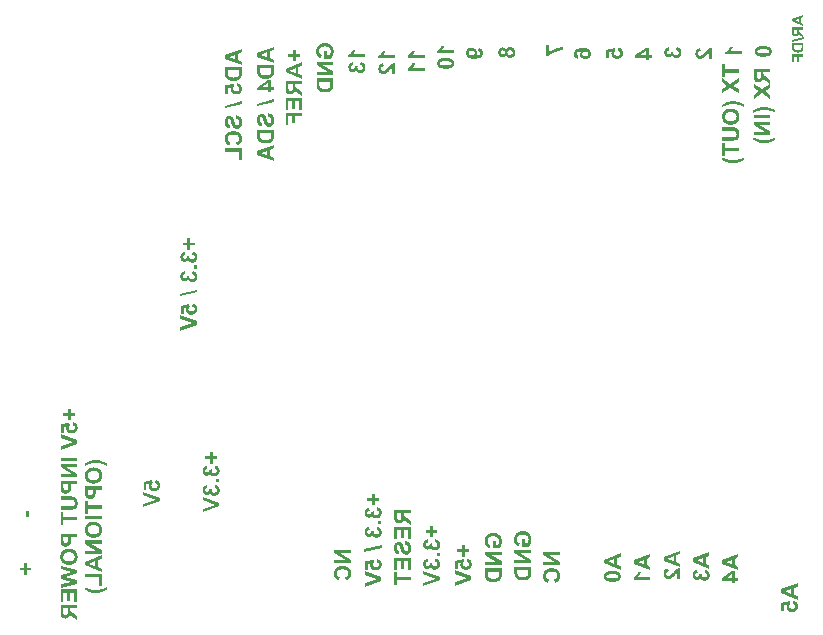
<source format=gbo>
G04*
G04 #@! TF.GenerationSoftware,Altium Limited,Altium Designer,22.1.2 (22)*
G04*
G04 Layer_Color=32896*
%FSLAX44Y44*%
%MOMM*%
G71*
G04*
G04 #@! TF.SameCoordinates,1F279A6F-825B-41A2-8EC7-F4161A23EE25*
G04*
G04*
G04 #@! TF.FilePolarity,Positive*
G04*
G01*
G75*
G36*
X669333Y518198D02*
X667156Y517407D01*
Y513552D01*
X669333Y512719D01*
Y510625D01*
X659737Y514481D01*
Y516533D01*
X669333Y520250D01*
Y518198D01*
D02*
G37*
G36*
Y507644D02*
X665325D01*
Y507020D01*
X665339Y506825D01*
X665353Y506659D01*
X665381Y506520D01*
X665395Y506409D01*
X665423Y506340D01*
X665436Y506298D01*
Y506284D01*
X665492Y506174D01*
X665547Y506063D01*
X665617Y505966D01*
X665672Y505868D01*
X665742Y505799D01*
X665797Y505744D01*
X665825Y505716D01*
X665839Y505702D01*
X665908Y505647D01*
X665977Y505577D01*
X666185Y505425D01*
X666407Y505258D01*
X666657Y505078D01*
X666879Y504925D01*
X666990Y504856D01*
X667073Y504801D01*
X667142Y504745D01*
X667198Y504703D01*
X667239Y504690D01*
X667253Y504676D01*
X669333Y503289D01*
Y500959D01*
X667461Y502138D01*
X667267Y502263D01*
X667073Y502388D01*
X666907Y502499D01*
X666754Y502609D01*
X666615Y502706D01*
X666477Y502790D01*
X666269Y502956D01*
X666102Y503081D01*
X665991Y503164D01*
X665922Y503233D01*
X665908Y503247D01*
X665742Y503400D01*
X665589Y503580D01*
X665464Y503747D01*
X665339Y503913D01*
X665242Y504052D01*
X665173Y504163D01*
X665117Y504246D01*
X665104Y504260D01*
Y504274D01*
X665062Y504038D01*
X665007Y503830D01*
X664951Y503636D01*
X664882Y503442D01*
X664812Y503275D01*
X664743Y503122D01*
X664674Y502970D01*
X664591Y502845D01*
X664521Y502734D01*
X664452Y502637D01*
X664382Y502554D01*
X664327Y502499D01*
X664285Y502443D01*
X664244Y502401D01*
X664230Y502388D01*
X664216Y502374D01*
X664077Y502263D01*
X663939Y502166D01*
X663634Y501999D01*
X663342Y501888D01*
X663051Y501819D01*
X662802Y501763D01*
X662704Y501750D01*
X662607D01*
X662538Y501736D01*
X662469D01*
X662441D01*
X662427D01*
X662122Y501750D01*
X661831Y501805D01*
X661581Y501874D01*
X661359Y501944D01*
X661179Y502027D01*
X661040Y502096D01*
X660999Y502124D01*
X660957Y502152D01*
X660943Y502166D01*
X660929D01*
X660694Y502332D01*
X660499Y502512D01*
X660347Y502693D01*
X660208Y502873D01*
X660125Y503039D01*
X660056Y503164D01*
X660014Y503247D01*
X660000Y503261D01*
Y503275D01*
X659958Y503414D01*
X659917Y503566D01*
X659847Y503913D01*
X659806Y504287D01*
X659764Y504648D01*
Y504828D01*
X659750Y504981D01*
Y505134D01*
X659737Y505258D01*
Y509585D01*
X669333D01*
Y507644D01*
D02*
G37*
G36*
X669500Y499544D02*
X659570Y497145D01*
Y498532D01*
X669500Y500904D01*
Y499544D01*
D02*
G37*
G36*
X669333Y492541D02*
X669320Y492166D01*
X669306Y491820D01*
X669278Y491529D01*
X669236Y491293D01*
X669195Y491099D01*
X669167Y490946D01*
X669153Y490905D01*
Y490863D01*
X669139Y490849D01*
Y490835D01*
X669028Y490530D01*
X668904Y490253D01*
X668779Y490031D01*
X668654Y489837D01*
X668543Y489684D01*
X668460Y489573D01*
X668404Y489504D01*
X668377Y489476D01*
X668113Y489240D01*
X667836Y489032D01*
X667544Y488852D01*
X667281Y488713D01*
X667031Y488602D01*
X666934Y488547D01*
X666851Y488519D01*
X666768Y488491D01*
X666712Y488464D01*
X666685Y488450D01*
X666671D01*
X666338Y488353D01*
X665991Y488270D01*
X665658Y488214D01*
X665339Y488186D01*
X665187Y488172D01*
X665048Y488158D01*
X664937D01*
X664826Y488145D01*
X664743D01*
X664688D01*
X664646D01*
X664632D01*
X664147Y488158D01*
X663717Y488200D01*
X663509Y488214D01*
X663328Y488242D01*
X663148Y488270D01*
X662996Y488297D01*
X662857Y488339D01*
X662732Y488367D01*
X662621Y488394D01*
X662538Y488408D01*
X662469Y488436D01*
X662413Y488450D01*
X662385Y488464D01*
X662372D01*
X662039Y488588D01*
X661734Y488741D01*
X661470Y488894D01*
X661248Y489046D01*
X661068Y489171D01*
X660929Y489282D01*
X660846Y489351D01*
X660818Y489365D01*
Y489379D01*
X660596Y489615D01*
X660416Y489851D01*
X660264Y490100D01*
X660139Y490322D01*
X660042Y490516D01*
X659972Y490683D01*
X659958Y490738D01*
X659945Y490780D01*
X659931Y490807D01*
Y490821D01*
X659861Y491085D01*
X659820Y491376D01*
X659778Y491681D01*
X659764Y491972D01*
X659750Y492236D01*
X659737Y492347D01*
Y496175D01*
X669333D01*
Y492541D01*
D02*
G37*
G36*
Y484553D02*
X665256D01*
Y480545D01*
X663634D01*
Y484553D01*
X661359D01*
Y479907D01*
X659737D01*
Y486494D01*
X669333D01*
Y484553D01*
D02*
G37*
G36*
X336986Y98152D02*
X331106D01*
Y97236D01*
X331126Y96951D01*
X331146Y96707D01*
X331187Y96504D01*
X331207Y96341D01*
X331248Y96239D01*
X331269Y96178D01*
Y96158D01*
X331350Y95995D01*
X331431Y95832D01*
X331533Y95690D01*
X331614Y95548D01*
X331716Y95446D01*
X331797Y95364D01*
X331838Y95324D01*
X331858Y95303D01*
X331960Y95222D01*
X332062Y95120D01*
X332367Y94896D01*
X332693Y94652D01*
X333059Y94388D01*
X333384Y94164D01*
X333547Y94062D01*
X333669Y93981D01*
X333771Y93899D01*
X333852Y93838D01*
X333913Y93818D01*
X333934Y93798D01*
X336986Y91763D01*
Y88345D01*
X334239Y90075D01*
X333954Y90258D01*
X333669Y90441D01*
X333425Y90604D01*
X333201Y90766D01*
X332998Y90909D01*
X332794Y91031D01*
X332489Y91275D01*
X332245Y91458D01*
X332082Y91580D01*
X331981Y91682D01*
X331960Y91702D01*
X331716Y91926D01*
X331492Y92191D01*
X331309Y92435D01*
X331126Y92679D01*
X330984Y92882D01*
X330882Y93045D01*
X330801Y93167D01*
X330780Y93187D01*
Y93208D01*
X330719Y92862D01*
X330638Y92557D01*
X330556Y92272D01*
X330455Y91987D01*
X330353Y91743D01*
X330251Y91519D01*
X330149Y91295D01*
X330027Y91112D01*
X329926Y90949D01*
X329824Y90807D01*
X329722Y90685D01*
X329641Y90604D01*
X329580Y90522D01*
X329519Y90461D01*
X329498Y90441D01*
X329478Y90420D01*
X329275Y90258D01*
X329071Y90115D01*
X328624Y89871D01*
X328196Y89708D01*
X327769Y89607D01*
X327403Y89525D01*
X327260Y89505D01*
X327118D01*
X327016Y89485D01*
X326915D01*
X326874D01*
X326853D01*
X326406Y89505D01*
X325979Y89586D01*
X325612Y89688D01*
X325287Y89790D01*
X325022Y89912D01*
X324819Y90014D01*
X324758Y90054D01*
X324697Y90095D01*
X324677Y90115D01*
X324656D01*
X324310Y90359D01*
X324025Y90624D01*
X323802Y90888D01*
X323598Y91153D01*
X323476Y91397D01*
X323374Y91580D01*
X323313Y91702D01*
X323293Y91722D01*
Y91743D01*
X323232Y91946D01*
X323171Y92170D01*
X323069Y92679D01*
X323008Y93228D01*
X322947Y93757D01*
Y94022D01*
X322927Y94245D01*
Y94469D01*
X322906Y94652D01*
Y101000D01*
X336986D01*
Y98152D01*
D02*
G37*
G36*
Y76097D02*
X334605D01*
Y83951D01*
X330780D01*
Y76891D01*
X328400D01*
Y83951D01*
X325287D01*
Y76362D01*
X322906D01*
Y86799D01*
X336986D01*
Y76097D01*
D02*
G37*
G36*
X332835Y74368D02*
X333242Y74286D01*
X333629Y74164D01*
X333974Y74063D01*
X334300Y73920D01*
X334605Y73778D01*
X334870Y73636D01*
X335114Y73493D01*
X335317Y73351D01*
X335500Y73208D01*
X335663Y73086D01*
X335806Y72964D01*
X335907Y72883D01*
X335968Y72801D01*
X336009Y72761D01*
X336029Y72740D01*
X336253Y72455D01*
X336436Y72150D01*
X336599Y71825D01*
X336741Y71479D01*
X336843Y71153D01*
X336945Y70807D01*
X337087Y70136D01*
X337148Y69831D01*
X337189Y69546D01*
X337209Y69302D01*
X337230Y69078D01*
X337250Y68895D01*
Y68630D01*
X337230Y67979D01*
X337169Y67389D01*
X337087Y66860D01*
X337047Y66637D01*
X336986Y66413D01*
X336945Y66230D01*
X336904Y66067D01*
X336864Y65925D01*
X336823Y65802D01*
X336782Y65701D01*
X336762Y65640D01*
X336741Y65599D01*
Y65579D01*
X336518Y65131D01*
X336273Y64765D01*
X336029Y64419D01*
X335765Y64155D01*
X335541Y63951D01*
X335338Y63788D01*
X335215Y63707D01*
X335195Y63666D01*
X335175D01*
X334768Y63442D01*
X334381Y63259D01*
X333995Y63137D01*
X333629Y63056D01*
X333344Y63015D01*
X333201Y62995D01*
X333100Y62975D01*
X333018D01*
X332957D01*
X332916D01*
X332896D01*
X332408Y62995D01*
X331981Y63056D01*
X331594Y63158D01*
X331269Y63259D01*
X331004Y63361D01*
X330821Y63463D01*
X330699Y63524D01*
X330658Y63544D01*
X330333Y63768D01*
X330048Y64032D01*
X329804Y64297D01*
X329600Y64541D01*
X329437Y64765D01*
X329315Y64948D01*
X329234Y65070D01*
X329214Y65090D01*
Y65111D01*
X329112Y65314D01*
X329010Y65518D01*
X328827Y66006D01*
X328664Y66515D01*
X328502Y67003D01*
X328441Y67227D01*
X328379Y67450D01*
X328318Y67654D01*
X328278Y67817D01*
X328237Y67959D01*
X328217Y68061D01*
X328196Y68142D01*
Y68163D01*
X328095Y68529D01*
X328013Y68854D01*
X327932Y69159D01*
X327850Y69444D01*
X327769Y69668D01*
X327688Y69892D01*
X327606Y70075D01*
X327545Y70238D01*
X327484Y70380D01*
X327423Y70482D01*
X327383Y70584D01*
X327342Y70645D01*
X327281Y70746D01*
X327260Y70767D01*
X327118Y70909D01*
X326976Y71011D01*
X326833Y71072D01*
X326691Y71113D01*
X326589Y71153D01*
X326487Y71174D01*
X326426D01*
X326406D01*
X326203Y71153D01*
X326040Y71113D01*
X325877Y71031D01*
X325755Y70950D01*
X325653Y70869D01*
X325592Y70787D01*
X325551Y70746D01*
X325531Y70726D01*
X325348Y70441D01*
X325226Y70136D01*
X325124Y69811D01*
X325063Y69505D01*
X325022Y69241D01*
X325002Y69017D01*
Y68814D01*
X325022Y68386D01*
X325084Y68020D01*
X325165Y67715D01*
X325246Y67471D01*
X325328Y67267D01*
X325409Y67125D01*
X325470Y67044D01*
X325490Y67023D01*
X325694Y66820D01*
X325938Y66637D01*
X326182Y66494D01*
X326447Y66392D01*
X326670Y66311D01*
X326853Y66270D01*
X326996Y66230D01*
X327016D01*
X327037D01*
X326935Y63381D01*
X326569Y63402D01*
X326243Y63463D01*
X325918Y63544D01*
X325633Y63646D01*
X325348Y63748D01*
X325084Y63870D01*
X324860Y63992D01*
X324636Y64114D01*
X324453Y64256D01*
X324290Y64378D01*
X324148Y64500D01*
X324025Y64602D01*
X323944Y64683D01*
X323883Y64745D01*
X323842Y64785D01*
X323822Y64806D01*
X323619Y65070D01*
X323436Y65355D01*
X323273Y65660D01*
X323130Y65986D01*
X323029Y66311D01*
X322927Y66637D01*
X322784Y67288D01*
X322744Y67593D01*
X322703Y67857D01*
X322683Y68122D01*
X322662Y68346D01*
X322642Y68529D01*
Y68773D01*
X322662Y69363D01*
X322723Y69892D01*
X322805Y70360D01*
X322886Y70767D01*
X322947Y70950D01*
X322988Y71113D01*
X323029Y71235D01*
X323069Y71357D01*
X323110Y71438D01*
X323130Y71499D01*
X323151Y71540D01*
Y71560D01*
X323354Y71967D01*
X323578Y72313D01*
X323822Y72618D01*
X324046Y72862D01*
X324249Y73066D01*
X324412Y73188D01*
X324534Y73290D01*
X324554Y73310D01*
X324575D01*
X324921Y73513D01*
X325287Y73656D01*
X325633Y73758D01*
X325938Y73819D01*
X326203Y73859D01*
X326406Y73900D01*
X326487D01*
X326548D01*
X326569D01*
X326589D01*
X326894Y73880D01*
X327199Y73839D01*
X327464Y73778D01*
X327728Y73696D01*
X328217Y73493D01*
X328644Y73249D01*
X328827Y73147D01*
X328969Y73025D01*
X329112Y72923D01*
X329234Y72822D01*
X329315Y72740D01*
X329376Y72679D01*
X329417Y72639D01*
X329437Y72618D01*
X329580Y72435D01*
X329722Y72211D01*
X329865Y71988D01*
X329987Y71723D01*
X330231Y71214D01*
X330434Y70685D01*
X330516Y70421D01*
X330597Y70197D01*
X330658Y69973D01*
X330719Y69790D01*
X330760Y69648D01*
X330801Y69526D01*
X330821Y69444D01*
Y69424D01*
X330902Y69098D01*
X330984Y68814D01*
X331045Y68549D01*
X331106Y68305D01*
X331167Y68102D01*
X331207Y67918D01*
X331269Y67756D01*
X331309Y67613D01*
X331329Y67491D01*
X331370Y67389D01*
X331411Y67247D01*
X331452Y67166D01*
Y67145D01*
X331553Y66881D01*
X331655Y66677D01*
X331757Y66494D01*
X331858Y66352D01*
X331940Y66250D01*
X332001Y66189D01*
X332042Y66148D01*
X332062Y66128D01*
X332204Y66026D01*
X332347Y65945D01*
X332489Y65904D01*
X332611Y65863D01*
X332733Y65843D01*
X332835Y65823D01*
X332896D01*
X332916D01*
X333201Y65843D01*
X333445Y65925D01*
X333690Y66047D01*
X333893Y66169D01*
X334056Y66311D01*
X334178Y66413D01*
X334259Y66494D01*
X334280Y66535D01*
X334463Y66820D01*
X334605Y67145D01*
X334707Y67491D01*
X334768Y67817D01*
X334809Y68122D01*
X334849Y68366D01*
Y68590D01*
X334829Y69058D01*
X334748Y69465D01*
X334646Y69811D01*
X334524Y70116D01*
X334402Y70360D01*
X334300Y70523D01*
X334219Y70624D01*
X334198Y70665D01*
X333913Y70929D01*
X333608Y71133D01*
X333262Y71316D01*
X332916Y71438D01*
X332611Y71540D01*
X332367Y71621D01*
X332286Y71642D01*
X332204D01*
X332164Y71662D01*
X332143D01*
X332408Y74429D01*
X332835Y74368D01*
D02*
G37*
G36*
X336986Y49852D02*
X334605D01*
Y57705D01*
X330780D01*
Y50645D01*
X328400D01*
Y57705D01*
X325287D01*
Y50116D01*
X322906D01*
Y60553D01*
X336986D01*
Y49852D01*
D02*
G37*
G36*
X325287Y44257D02*
X336986D01*
Y41408D01*
X325287D01*
Y37258D01*
X322906D01*
Y48428D01*
X325287D01*
Y44257D01*
D02*
G37*
G36*
X13750Y94690D02*
X11044D01*
Y100000D01*
X13750D01*
Y94690D01*
D02*
G37*
G36*
X11858Y52067D02*
X15500D01*
Y49606D01*
X11858D01*
Y45903D01*
X9335D01*
Y49606D01*
X5694D01*
Y52067D01*
X9335D01*
Y55750D01*
X11858D01*
Y52067D01*
D02*
G37*
G36*
X71097Y143209D02*
X71932Y143128D01*
X72705Y143006D01*
X73071Y142945D01*
X73417Y142863D01*
X73722Y142802D01*
X74007Y142741D01*
X74251Y142680D01*
X74475Y142619D01*
X74637Y142558D01*
X74780Y142538D01*
X74861Y142497D01*
X74882D01*
X75756Y142172D01*
X76611Y141826D01*
X76997Y141622D01*
X77384Y141439D01*
X77750Y141256D01*
X78076Y141073D01*
X78381Y140910D01*
X78666Y140747D01*
X78910Y140605D01*
X79113Y140483D01*
X79276Y140381D01*
X79398Y140300D01*
X79480Y140259D01*
X79500Y140239D01*
Y138387D01*
X79154Y138550D01*
X78849Y138693D01*
X78544Y138815D01*
X78279Y138937D01*
X78015Y139038D01*
X77791Y139140D01*
X77587Y139222D01*
X77384Y139303D01*
X77221Y139384D01*
X77079Y139425D01*
X76957Y139486D01*
X76855Y139527D01*
X76774Y139547D01*
X76713Y139567D01*
X76692Y139588D01*
X76672D01*
X76123Y139771D01*
X75573Y139934D01*
X75044Y140056D01*
X74556Y140178D01*
X74353Y140218D01*
X74149Y140259D01*
X73986Y140300D01*
X73844Y140320D01*
X73722Y140361D01*
X73640D01*
X73580Y140381D01*
X73559D01*
X72949Y140483D01*
X72359Y140544D01*
X71809Y140605D01*
X71321Y140625D01*
X71097Y140646D01*
X70914D01*
X70731Y140666D01*
X70589D01*
X70487D01*
X70385D01*
X70345D01*
X70324D01*
X69470Y140646D01*
X68676Y140585D01*
X68290Y140544D01*
X67944Y140503D01*
X67598Y140463D01*
X67293Y140422D01*
X67008Y140381D01*
X66764Y140341D01*
X66540Y140300D01*
X66336Y140259D01*
X66194Y140218D01*
X66072Y140198D01*
X66011Y140178D01*
X65991D01*
X65604Y140076D01*
X65197Y139954D01*
X64363Y139690D01*
X63529Y139384D01*
X63122Y139242D01*
X62735Y139079D01*
X62389Y138937D01*
X62064Y138815D01*
X61759Y138693D01*
X61515Y138571D01*
X61311Y138489D01*
X61148Y138428D01*
X61067Y138387D01*
X61026Y138367D01*
Y140218D01*
X61718Y140666D01*
X62430Y141093D01*
X63102Y141439D01*
X63407Y141602D01*
X63712Y141744D01*
X63976Y141867D01*
X64241Y141989D01*
X64465Y142090D01*
X64648Y142172D01*
X64811Y142233D01*
X64912Y142273D01*
X64994Y142314D01*
X65014D01*
X65482Y142477D01*
X65950Y142619D01*
X66866Y142863D01*
X67761Y143026D01*
X68168Y143087D01*
X68554Y143128D01*
X68920Y143169D01*
X69246Y143209D01*
X69551Y143230D01*
X69795D01*
X69999Y143250D01*
X70141D01*
X70223D01*
X70263D01*
X71097Y143209D01*
D02*
G37*
G36*
X69022Y136861D02*
X69612Y136800D01*
X70161Y136719D01*
X70670Y136597D01*
X71138Y136455D01*
X71565Y136292D01*
X71972Y136129D01*
X72318Y135946D01*
X72644Y135783D01*
X72908Y135620D01*
X73152Y135458D01*
X73356Y135315D01*
X73498Y135193D01*
X73620Y135112D01*
X73681Y135051D01*
X73702Y135030D01*
X74047Y134664D01*
X74332Y134278D01*
X74597Y133891D01*
X74800Y133464D01*
X74983Y133057D01*
X75146Y132630D01*
X75268Y132243D01*
X75370Y131836D01*
X75451Y131470D01*
X75512Y131124D01*
X75553Y130819D01*
X75573Y130555D01*
X75594Y130351D01*
X75614Y130188D01*
Y130046D01*
X75594Y129476D01*
X75533Y128947D01*
X75431Y128439D01*
X75309Y127971D01*
X75166Y127523D01*
X75004Y127116D01*
X74841Y126750D01*
X74658Y126404D01*
X74475Y126119D01*
X74312Y125855D01*
X74149Y125631D01*
X74007Y125448D01*
X73885Y125285D01*
X73783Y125183D01*
X73722Y125122D01*
X73702Y125102D01*
X73315Y124776D01*
X72908Y124492D01*
X72481Y124227D01*
X72054Y124024D01*
X71606Y123841D01*
X71158Y123678D01*
X70711Y123556D01*
X70283Y123454D01*
X69897Y123393D01*
X69510Y123332D01*
X69185Y123291D01*
X68900Y123251D01*
X68656D01*
X68473Y123230D01*
X68371D01*
X68330D01*
X67700Y123251D01*
X67110Y123312D01*
X66560Y123393D01*
X66031Y123515D01*
X65563Y123657D01*
X65116Y123820D01*
X64709Y123983D01*
X64363Y124166D01*
X64037Y124349D01*
X63753Y124512D01*
X63509Y124675D01*
X63305Y124817D01*
X63163Y124919D01*
X63041Y125021D01*
X62979Y125082D01*
X62959Y125102D01*
X62613Y125468D01*
X62308Y125855D01*
X62044Y126262D01*
X61820Y126669D01*
X61637Y127096D01*
X61474Y127503D01*
X61352Y127910D01*
X61250Y128296D01*
X61169Y128662D01*
X61108Y129008D01*
X61067Y129313D01*
X61026Y129578D01*
Y129781D01*
X61006Y129944D01*
Y130086D01*
X61026Y130697D01*
X61087Y131287D01*
X61189Y131796D01*
X61291Y132243D01*
X61352Y132426D01*
X61393Y132609D01*
X61433Y132752D01*
X61494Y132874D01*
X61515Y132976D01*
X61555Y133057D01*
X61576Y133098D01*
Y133118D01*
X61739Y133484D01*
X61942Y133830D01*
X62166Y134135D01*
X62369Y134400D01*
X62552Y134624D01*
X62715Y134807D01*
X62817Y134908D01*
X62837Y134929D01*
X62857Y134949D01*
X63183Y135234D01*
X63529Y135498D01*
X63834Y135722D01*
X64139Y135905D01*
X64404Y136048D01*
X64607Y136170D01*
X64689Y136190D01*
X64750Y136231D01*
X64770Y136251D01*
X64790D01*
X65360Y136455D01*
X65970Y136617D01*
X66581Y136719D01*
X67150Y136800D01*
X67415Y136821D01*
X67659Y136841D01*
X67862Y136861D01*
X68046D01*
X68208Y136882D01*
X68310D01*
X68391D01*
X68412D01*
X69022Y136861D01*
D02*
G37*
G36*
X75349Y118144D02*
X70039D01*
Y115621D01*
X70019Y115316D01*
Y115031D01*
X69999Y114766D01*
X69978Y114522D01*
X69958Y114298D01*
X69938Y114115D01*
Y113932D01*
X69917Y113790D01*
X69897Y113647D01*
X69877Y113546D01*
Y113464D01*
X69856Y113403D01*
Y113363D01*
X69775Y113078D01*
X69673Y112813D01*
X69571Y112569D01*
X69449Y112345D01*
X69348Y112162D01*
X69266Y112020D01*
X69205Y111938D01*
X69185Y111898D01*
X68981Y111633D01*
X68758Y111410D01*
X68513Y111186D01*
X68310Y111023D01*
X68107Y110880D01*
X67944Y110779D01*
X67842Y110718D01*
X67801Y110697D01*
X67456Y110535D01*
X67089Y110413D01*
X66703Y110331D01*
X66357Y110270D01*
X66072Y110229D01*
X65930D01*
X65828Y110209D01*
X65726D01*
X65665D01*
X65624D01*
X65604D01*
X65014Y110250D01*
X64465Y110331D01*
X64017Y110474D01*
X63610Y110616D01*
X63447Y110697D01*
X63305Y110779D01*
X63183Y110840D01*
X63061Y110921D01*
X62979Y110962D01*
X62919Y111003D01*
X62898Y111043D01*
X62878D01*
X62512Y111369D01*
X62206Y111694D01*
X61962Y112040D01*
X61779Y112345D01*
X61657Y112630D01*
X61555Y112854D01*
X61535Y112935D01*
X61515Y112996D01*
X61494Y113037D01*
Y113057D01*
X61454Y113220D01*
X61413Y113424D01*
X61393Y113668D01*
X61372Y113912D01*
X61332Y114482D01*
X61291Y115051D01*
Y115580D01*
X61270Y115804D01*
Y120992D01*
X75349D01*
Y118144D01*
D02*
G37*
G36*
X63651Y104696D02*
X75349D01*
Y101847D01*
X63651D01*
Y97697D01*
X61270D01*
Y108866D01*
X63651D01*
Y104696D01*
D02*
G37*
G36*
X75349Y93099D02*
X61270D01*
Y95947D01*
X75349D01*
Y93099D01*
D02*
G37*
G36*
X69022Y90942D02*
X69612Y90881D01*
X70161Y90800D01*
X70670Y90677D01*
X71138Y90535D01*
X71565Y90372D01*
X71972Y90210D01*
X72318Y90026D01*
X72644Y89864D01*
X72908Y89701D01*
X73152Y89538D01*
X73356Y89396D01*
X73498Y89274D01*
X73620Y89192D01*
X73681Y89131D01*
X73702Y89111D01*
X74047Y88745D01*
X74332Y88358D01*
X74597Y87972D01*
X74800Y87544D01*
X74983Y87137D01*
X75146Y86710D01*
X75268Y86324D01*
X75370Y85917D01*
X75451Y85550D01*
X75512Y85205D01*
X75553Y84899D01*
X75573Y84635D01*
X75594Y84431D01*
X75614Y84269D01*
Y84126D01*
X75594Y83557D01*
X75533Y83028D01*
X75431Y82519D01*
X75309Y82051D01*
X75166Y81603D01*
X75004Y81196D01*
X74841Y80830D01*
X74658Y80484D01*
X74475Y80200D01*
X74312Y79935D01*
X74149Y79711D01*
X74007Y79528D01*
X73885Y79365D01*
X73783Y79264D01*
X73722Y79203D01*
X73702Y79182D01*
X73315Y78857D01*
X72908Y78572D01*
X72481Y78307D01*
X72054Y78104D01*
X71606Y77921D01*
X71158Y77758D01*
X70711Y77636D01*
X70283Y77534D01*
X69897Y77473D01*
X69510Y77412D01*
X69185Y77372D01*
X68900Y77331D01*
X68656D01*
X68473Y77311D01*
X68371D01*
X68330D01*
X67700Y77331D01*
X67110Y77392D01*
X66560Y77473D01*
X66031Y77595D01*
X65563Y77738D01*
X65116Y77901D01*
X64709Y78063D01*
X64363Y78246D01*
X64037Y78430D01*
X63753Y78592D01*
X63509Y78755D01*
X63305Y78898D01*
X63163Y78999D01*
X63041Y79101D01*
X62979Y79162D01*
X62959Y79182D01*
X62613Y79549D01*
X62308Y79935D01*
X62044Y80342D01*
X61820Y80749D01*
X61637Y81176D01*
X61474Y81583D01*
X61352Y81990D01*
X61250Y82377D01*
X61169Y82743D01*
X61108Y83089D01*
X61067Y83394D01*
X61026Y83658D01*
Y83862D01*
X61006Y84024D01*
Y84167D01*
X61026Y84777D01*
X61087Y85367D01*
X61189Y85876D01*
X61291Y86324D01*
X61352Y86507D01*
X61393Y86690D01*
X61433Y86832D01*
X61494Y86954D01*
X61515Y87056D01*
X61555Y87137D01*
X61576Y87178D01*
Y87198D01*
X61739Y87565D01*
X61942Y87910D01*
X62166Y88216D01*
X62369Y88480D01*
X62552Y88704D01*
X62715Y88887D01*
X62817Y88989D01*
X62837Y89009D01*
X62857Y89030D01*
X63183Y89314D01*
X63529Y89579D01*
X63834Y89803D01*
X64139Y89986D01*
X64404Y90128D01*
X64607Y90250D01*
X64689Y90271D01*
X64750Y90311D01*
X64770Y90332D01*
X64790D01*
X65360Y90535D01*
X65970Y90698D01*
X66581Y90800D01*
X67150Y90881D01*
X67415Y90901D01*
X67659Y90922D01*
X67862Y90942D01*
X68046D01*
X68208Y90962D01*
X68310D01*
X68391D01*
X68412D01*
X69022Y90942D01*
D02*
G37*
G36*
X75349Y72448D02*
X66072D01*
X75349Y66731D01*
Y63883D01*
X61270D01*
Y66507D01*
X70752D01*
X61270Y72326D01*
Y75073D01*
X75349D01*
Y72448D01*
D02*
G37*
G36*
Y59305D02*
X72155Y58145D01*
Y52489D01*
X75349Y51269D01*
Y48196D01*
X61270Y53852D01*
Y56863D01*
X75349Y62316D01*
Y59305D01*
D02*
G37*
G36*
Y36681D02*
X72969D01*
Y43761D01*
X61372D01*
Y46609D01*
X75349D01*
Y36681D01*
D02*
G37*
G36*
X61555Y35196D02*
X62084Y34992D01*
X62573Y34789D01*
X63041Y34606D01*
X63468Y34443D01*
X63875Y34300D01*
X64261Y34178D01*
X64607Y34056D01*
X64912Y33955D01*
X65197Y33873D01*
X65421Y33792D01*
X65624Y33751D01*
X65787Y33710D01*
X65889Y33670D01*
X65970Y33649D01*
X65991D01*
X66764Y33487D01*
X67517Y33365D01*
X68249Y33263D01*
X68595Y33222D01*
X68920Y33202D01*
X69226Y33181D01*
X69490Y33161D01*
X69734D01*
X69938Y33141D01*
X70100D01*
X70223D01*
X70304D01*
X70324D01*
X70731D01*
X71138Y33161D01*
X71504Y33181D01*
X71850Y33202D01*
X72115Y33242D01*
X72338Y33263D01*
X72420D01*
X72481Y33283D01*
X72501D01*
X72522D01*
X73315Y33405D01*
X73702Y33487D01*
X74047Y33548D01*
X74353Y33609D01*
X74576Y33670D01*
X74658Y33690D01*
X74719D01*
X74759Y33710D01*
X74780D01*
X75207Y33812D01*
X75594Y33914D01*
X75960Y34016D01*
X76265Y34097D01*
X76509Y34178D01*
X76692Y34239D01*
X76814Y34280D01*
X76835Y34300D01*
X76855D01*
X77221Y34443D01*
X77649Y34606D01*
X78096Y34789D01*
X78523Y34972D01*
X78910Y35155D01*
X79073Y35216D01*
X79215Y35297D01*
X79337Y35338D01*
X79419Y35379D01*
X79480Y35419D01*
X79500D01*
Y33548D01*
X79032Y33242D01*
X78564Y32978D01*
X78096Y32734D01*
X77649Y32490D01*
X77201Y32286D01*
X76794Y32083D01*
X76387Y31920D01*
X76021Y31757D01*
X75675Y31615D01*
X75370Y31513D01*
X75105Y31411D01*
X74861Y31330D01*
X74678Y31269D01*
X74556Y31228D01*
X74454Y31188D01*
X74434D01*
X73580Y30984D01*
X72786Y30821D01*
X72420Y30760D01*
X72054Y30720D01*
X71728Y30659D01*
X71423Y30638D01*
X71138Y30618D01*
X70873Y30598D01*
X70650Y30577D01*
X70467Y30557D01*
X70324D01*
X70202D01*
X70141D01*
X70121D01*
X69226Y30598D01*
X68391Y30679D01*
X67984Y30740D01*
X67578Y30821D01*
X67211Y30882D01*
X66886Y30964D01*
X66560Y31045D01*
X66276Y31106D01*
X66031Y31188D01*
X65828Y31249D01*
X65645Y31289D01*
X65523Y31330D01*
X65441Y31371D01*
X65421D01*
X64566Y31696D01*
X63753Y32062D01*
X63366Y32246D01*
X63020Y32429D01*
X62674Y32612D01*
X62349Y32795D01*
X62064Y32958D01*
X61800Y33100D01*
X61576Y33242D01*
X61393Y33365D01*
X61230Y33466D01*
X61128Y33548D01*
X61047Y33588D01*
X61026Y33609D01*
Y35440D01*
X61555Y35196D01*
D02*
G37*
G36*
X48809Y183067D02*
X52451D01*
Y180606D01*
X48809D01*
Y176903D01*
X46286D01*
Y180606D01*
X42645D01*
Y183067D01*
X46286D01*
Y186750D01*
X48809D01*
Y183067D01*
D02*
G37*
G36*
X51230Y175133D02*
X51535Y175072D01*
X52085Y174868D01*
X52573Y174645D01*
X52776Y174522D01*
X52980Y174380D01*
X53143Y174258D01*
X53285Y174156D01*
X53407Y174034D01*
X53529Y173953D01*
X53611Y173871D01*
X53672Y173810D01*
X53692Y173770D01*
X53712Y173749D01*
X53896Y173505D01*
X54058Y173261D01*
X54201Y172997D01*
X54302Y172732D01*
X54506Y172183D01*
X54628Y171694D01*
X54669Y171450D01*
X54689Y171247D01*
X54709Y171043D01*
X54730Y170881D01*
X54750Y170738D01*
Y170555D01*
X54730Y170107D01*
X54669Y169680D01*
X54587Y169294D01*
X54465Y168927D01*
X54323Y168582D01*
X54160Y168276D01*
X53997Y167992D01*
X53814Y167727D01*
X53651Y167503D01*
X53489Y167300D01*
X53326Y167117D01*
X53183Y166974D01*
X53061Y166873D01*
X52980Y166791D01*
X52919Y166750D01*
X52899Y166730D01*
X52634Y166547D01*
X52370Y166384D01*
X52105Y166262D01*
X51820Y166140D01*
X51291Y165957D01*
X50803Y165835D01*
X50599Y165794D01*
X50396Y165774D01*
X50213Y165733D01*
X50050D01*
X49928Y165713D01*
X49847D01*
X49786D01*
X49765D01*
X49379Y165733D01*
X49013Y165774D01*
X48667Y165835D01*
X48341Y165916D01*
X48056Y165998D01*
X47772Y166120D01*
X47507Y166222D01*
X47283Y166343D01*
X47080Y166466D01*
X46897Y166567D01*
X46734Y166689D01*
X46612Y166771D01*
X46510Y166852D01*
X46429Y166913D01*
X46388Y166954D01*
X46368Y166974D01*
X46144Y167218D01*
X45940Y167463D01*
X45757Y167727D01*
X45595Y167992D01*
X45472Y168236D01*
X45371Y168500D01*
X45208Y168968D01*
X45147Y169192D01*
X45106Y169395D01*
X45086Y169578D01*
X45066Y169721D01*
X45045Y169843D01*
Y170026D01*
X45066Y170372D01*
X45127Y170718D01*
X45188Y171023D01*
X45269Y171308D01*
X45371Y171532D01*
X45432Y171715D01*
X45493Y171837D01*
X45513Y171857D01*
Y171877D01*
X43112Y171450D01*
Y166343D01*
X40590D01*
Y173485D01*
X47934Y174868D01*
X48239Y172691D01*
X48056Y172508D01*
X47894Y172325D01*
X47751Y172142D01*
X47629Y171959D01*
X47446Y171613D01*
X47324Y171287D01*
X47263Y171003D01*
X47222Y170799D01*
X47202Y170718D01*
Y170596D01*
X47222Y170270D01*
X47304Y169965D01*
X47405Y169701D01*
X47527Y169477D01*
X47670Y169314D01*
X47772Y169172D01*
X47853Y169090D01*
X47873Y169070D01*
X48138Y168866D01*
X48443Y168724D01*
X48768Y168622D01*
X49094Y168561D01*
X49379Y168500D01*
X49603Y168480D01*
X49704D01*
X49765D01*
X49806D01*
X49826D01*
X50315Y168500D01*
X50742Y168561D01*
X51088Y168663D01*
X51373Y168765D01*
X51617Y168887D01*
X51780Y168968D01*
X51861Y169049D01*
X51902Y169070D01*
X52125Y169294D01*
X52309Y169538D01*
X52431Y169782D01*
X52512Y170006D01*
X52553Y170209D01*
X52573Y170372D01*
X52593Y170474D01*
Y170514D01*
X52573Y170779D01*
X52512Y171043D01*
X52431Y171267D01*
X52329Y171450D01*
X52227Y171613D01*
X52146Y171735D01*
X52085Y171816D01*
X52064Y171837D01*
X51841Y172020D01*
X51617Y172183D01*
X51373Y172305D01*
X51149Y172386D01*
X50945Y172447D01*
X50762Y172488D01*
X50661Y172508D01*
X50620D01*
X50905Y175194D01*
X51230Y175133D01*
D02*
G37*
G36*
X54486Y160077D02*
Y157005D01*
X40406Y152000D01*
Y155031D01*
X50823Y158470D01*
X40406Y162051D01*
Y165123D01*
X54486Y160077D01*
D02*
G37*
G36*
Y142336D02*
X40406D01*
Y145184D01*
X54486D01*
Y142336D01*
D02*
G37*
G36*
Y136985D02*
X45208D01*
X54486Y131268D01*
Y128420D01*
X40406D01*
Y131044D01*
X49887D01*
X40406Y136863D01*
Y139610D01*
X54486D01*
Y136985D01*
D02*
G37*
G36*
Y122560D02*
X49175D01*
Y120037D01*
X49155Y119732D01*
Y119447D01*
X49135Y119183D01*
X49114Y118939D01*
X49094Y118715D01*
X49074Y118532D01*
Y118349D01*
X49053Y118206D01*
X49033Y118064D01*
X49013Y117962D01*
Y117881D01*
X48992Y117820D01*
Y117779D01*
X48911Y117494D01*
X48809Y117230D01*
X48707Y116986D01*
X48585Y116762D01*
X48484Y116579D01*
X48402Y116436D01*
X48341Y116355D01*
X48321Y116314D01*
X48117Y116050D01*
X47894Y115826D01*
X47649Y115602D01*
X47446Y115439D01*
X47242Y115297D01*
X47080Y115195D01*
X46978Y115134D01*
X46937Y115114D01*
X46592Y114951D01*
X46225Y114829D01*
X45839Y114748D01*
X45493Y114687D01*
X45208Y114646D01*
X45066D01*
X44964Y114626D01*
X44862D01*
X44801D01*
X44760D01*
X44740D01*
X44150Y114666D01*
X43601Y114748D01*
X43153Y114890D01*
X42746Y115032D01*
X42583Y115114D01*
X42441Y115195D01*
X42319Y115256D01*
X42197Y115338D01*
X42116Y115378D01*
X42054Y115419D01*
X42034Y115460D01*
X42014D01*
X41648Y115785D01*
X41342Y116111D01*
X41098Y116457D01*
X40915Y116762D01*
X40793Y117047D01*
X40691Y117270D01*
X40671Y117352D01*
X40651Y117413D01*
X40630Y117453D01*
Y117474D01*
X40590Y117637D01*
X40549Y117840D01*
X40528Y118084D01*
X40508Y118328D01*
X40468Y118898D01*
X40427Y119468D01*
Y119997D01*
X40406Y120220D01*
Y125409D01*
X54486D01*
Y122560D01*
D02*
G37*
G36*
X48768Y112306D02*
X49155D01*
X49501Y112286D01*
X49826Y112266D01*
X50111Y112245D01*
X50376Y112225D01*
X50620Y112184D01*
X50823Y112164D01*
X51006Y112143D01*
X51169Y112123D01*
X51291Y112103D01*
X51393Y112082D01*
X51454D01*
X51495Y112062D01*
X51515D01*
X51820Y111960D01*
X52105Y111859D01*
X52370Y111716D01*
X52593Y111594D01*
X52797Y111472D01*
X52960Y111370D01*
X53041Y111289D01*
X53082Y111269D01*
X53346Y111024D01*
X53590Y110760D01*
X53794Y110475D01*
X53977Y110211D01*
X54119Y109987D01*
X54221Y109783D01*
X54282Y109661D01*
X54302Y109641D01*
Y109621D01*
X54384Y109417D01*
X54445Y109193D01*
X54567Y108685D01*
X54648Y108176D01*
X54689Y107688D01*
X54709Y107464D01*
X54730Y107240D01*
Y107057D01*
X54750Y106874D01*
Y106548D01*
X54730Y105958D01*
X54689Y105429D01*
X54608Y104962D01*
X54526Y104575D01*
X54506Y104412D01*
X54465Y104249D01*
X54425Y104127D01*
X54384Y104026D01*
X54363Y103944D01*
X54343Y103883D01*
X54323Y103863D01*
Y103842D01*
X54160Y103476D01*
X53956Y103151D01*
X53773Y102866D01*
X53590Y102622D01*
X53428Y102439D01*
X53306Y102296D01*
X53224Y102215D01*
X53183Y102194D01*
X52899Y101971D01*
X52593Y101788D01*
X52309Y101645D01*
X52024Y101523D01*
X51780Y101442D01*
X51576Y101381D01*
X51515Y101360D01*
X51454D01*
X51434Y101340D01*
X51413D01*
X51189Y101299D01*
X50945Y101259D01*
X50681Y101218D01*
X50416Y101198D01*
X49806Y101157D01*
X49216Y101116D01*
X48952D01*
X48687D01*
X48443Y101096D01*
X48239D01*
X48077D01*
X47934D01*
X47853D01*
X47832D01*
X40406D01*
Y103944D01*
X48219D01*
X48524D01*
X48809D01*
X49074Y103965D01*
X49318D01*
X49521Y103985D01*
X49725D01*
X49908Y104005D01*
X50071D01*
X50315Y104046D01*
X50498Y104066D01*
X50599Y104087D01*
X50640D01*
X50905Y104148D01*
X51129Y104249D01*
X51332Y104371D01*
X51515Y104494D01*
X51658Y104616D01*
X51759Y104717D01*
X51820Y104799D01*
X51841Y104819D01*
X52003Y105063D01*
X52125Y105368D01*
X52207Y105653D01*
X52268Y105958D01*
X52309Y106223D01*
X52329Y106426D01*
Y106630D01*
X52309Y107057D01*
X52248Y107423D01*
X52166Y107749D01*
X52064Y108034D01*
X51983Y108237D01*
X51902Y108400D01*
X51841Y108481D01*
X51820Y108522D01*
X51617Y108746D01*
X51373Y108929D01*
X51149Y109092D01*
X50925Y109193D01*
X50722Y109275D01*
X50559Y109336D01*
X50457Y109376D01*
X50416D01*
X50294Y109397D01*
X50172Y109417D01*
X50009D01*
X49826Y109437D01*
X49440Y109458D01*
X49033D01*
X48667Y109478D01*
X48504D01*
X48341D01*
X48219D01*
X48138D01*
X48077D01*
X48056D01*
X40406D01*
Y112326D01*
X47934D01*
X48362D01*
X48768Y112306D01*
D02*
G37*
G36*
X42787Y94911D02*
X54486D01*
Y92063D01*
X42787D01*
Y87912D01*
X40406D01*
Y99082D01*
X42787D01*
Y94911D01*
D02*
G37*
G36*
X54486Y77739D02*
X49175D01*
Y75216D01*
X49155Y74911D01*
Y74626D01*
X49135Y74362D01*
X49114Y74118D01*
X49094Y73894D01*
X49074Y73711D01*
Y73528D01*
X49053Y73385D01*
X49033Y73243D01*
X49013Y73141D01*
Y73060D01*
X48992Y72999D01*
Y72958D01*
X48911Y72673D01*
X48809Y72409D01*
X48707Y72165D01*
X48585Y71941D01*
X48484Y71758D01*
X48402Y71615D01*
X48341Y71534D01*
X48321Y71493D01*
X48117Y71229D01*
X47894Y71005D01*
X47649Y70781D01*
X47446Y70618D01*
X47242Y70476D01*
X47080Y70374D01*
X46978Y70313D01*
X46937Y70293D01*
X46592Y70130D01*
X46225Y70008D01*
X45839Y69927D01*
X45493Y69866D01*
X45208Y69825D01*
X45066D01*
X44964Y69805D01*
X44862D01*
X44801D01*
X44760D01*
X44740D01*
X44150Y69845D01*
X43601Y69927D01*
X43153Y70069D01*
X42746Y70212D01*
X42583Y70293D01*
X42441Y70374D01*
X42319Y70435D01*
X42197Y70517D01*
X42116Y70557D01*
X42054Y70598D01*
X42034Y70639D01*
X42014D01*
X41648Y70964D01*
X41342Y71290D01*
X41098Y71636D01*
X40915Y71941D01*
X40793Y72226D01*
X40691Y72449D01*
X40671Y72531D01*
X40651Y72592D01*
X40630Y72633D01*
Y72653D01*
X40590Y72816D01*
X40549Y73019D01*
X40528Y73263D01*
X40508Y73507D01*
X40468Y74077D01*
X40427Y74647D01*
Y75176D01*
X40406Y75400D01*
Y80588D01*
X54486D01*
Y77739D01*
D02*
G37*
G36*
X48158Y68035D02*
X48748Y67973D01*
X49297Y67892D01*
X49806Y67770D01*
X50274Y67628D01*
X50701Y67465D01*
X51108Y67302D01*
X51454Y67119D01*
X51780Y66956D01*
X52044Y66793D01*
X52288Y66631D01*
X52492Y66488D01*
X52634Y66366D01*
X52756Y66285D01*
X52817Y66224D01*
X52838Y66203D01*
X53183Y65837D01*
X53468Y65451D01*
X53733Y65064D01*
X53936Y64637D01*
X54119Y64230D01*
X54282Y63803D01*
X54404Y63416D01*
X54506Y63009D01*
X54587Y62643D01*
X54648Y62297D01*
X54689Y61992D01*
X54709Y61727D01*
X54730Y61524D01*
X54750Y61361D01*
Y61219D01*
X54730Y60649D01*
X54669Y60120D01*
X54567Y59612D01*
X54445Y59144D01*
X54302Y58696D01*
X54140Y58289D01*
X53977Y57923D01*
X53794Y57577D01*
X53611Y57292D01*
X53448Y57028D01*
X53285Y56804D01*
X53143Y56621D01*
X53021Y56458D01*
X52919Y56356D01*
X52858Y56295D01*
X52838Y56275D01*
X52451Y55949D01*
X52044Y55665D01*
X51617Y55400D01*
X51189Y55197D01*
X50742Y55013D01*
X50294Y54851D01*
X49847Y54729D01*
X49419Y54627D01*
X49033Y54566D01*
X48646Y54505D01*
X48321Y54464D01*
X48036Y54423D01*
X47792D01*
X47609Y54403D01*
X47507D01*
X47466D01*
X46836Y54423D01*
X46246Y54485D01*
X45696Y54566D01*
X45167Y54688D01*
X44699Y54830D01*
X44252Y54993D01*
X43845Y55156D01*
X43499Y55339D01*
X43173Y55522D01*
X42889Y55685D01*
X42645Y55848D01*
X42441Y55990D01*
X42299Y56092D01*
X42176Y56193D01*
X42116Y56255D01*
X42095Y56275D01*
X41749Y56641D01*
X41444Y57028D01*
X41180Y57435D01*
X40956Y57842D01*
X40773Y58269D01*
X40610Y58676D01*
X40488Y59083D01*
X40386Y59469D01*
X40305Y59835D01*
X40244Y60181D01*
X40203Y60486D01*
X40162Y60751D01*
Y60954D01*
X40142Y61117D01*
Y61259D01*
X40162Y61870D01*
X40223Y62460D01*
X40325Y62969D01*
X40427Y63416D01*
X40488Y63599D01*
X40528Y63782D01*
X40569Y63925D01*
X40630Y64047D01*
X40651Y64149D01*
X40691Y64230D01*
X40712Y64271D01*
Y64291D01*
X40874Y64657D01*
X41078Y65003D01*
X41302Y65308D01*
X41505Y65573D01*
X41688Y65797D01*
X41851Y65980D01*
X41953Y66081D01*
X41973Y66102D01*
X41993Y66122D01*
X42319Y66407D01*
X42665Y66671D01*
X42970Y66895D01*
X43275Y67078D01*
X43540Y67221D01*
X43743Y67343D01*
X43825Y67363D01*
X43885Y67404D01*
X43906Y67424D01*
X43926D01*
X44496Y67628D01*
X45106Y67790D01*
X45717Y67892D01*
X46286Y67973D01*
X46551Y67994D01*
X46795Y68014D01*
X46998Y68035D01*
X47182D01*
X47344Y68055D01*
X47446D01*
X47527D01*
X47548D01*
X48158Y68035D01*
D02*
G37*
G36*
X54486Y50212D02*
Y47119D01*
X43967Y44312D01*
X54486Y41545D01*
Y38473D01*
X40406Y35075D01*
Y37944D01*
X50254Y40100D01*
X40406Y42542D01*
Y45960D01*
X50091Y48523D01*
X40406Y50639D01*
Y53549D01*
X54486Y50212D01*
D02*
G37*
G36*
Y22888D02*
X52105D01*
Y30741D01*
X48280D01*
Y23682D01*
X45900D01*
Y30741D01*
X42787D01*
Y23153D01*
X40406D01*
Y33590D01*
X54486D01*
Y22888D01*
D02*
G37*
G36*
Y17619D02*
X48606D01*
Y16703D01*
X48626Y16418D01*
X48646Y16174D01*
X48687Y15971D01*
X48707Y15808D01*
X48748Y15706D01*
X48768Y15645D01*
Y15625D01*
X48850Y15462D01*
X48931Y15299D01*
X49033Y15157D01*
X49114Y15014D01*
X49216Y14913D01*
X49297Y14831D01*
X49338Y14791D01*
X49358Y14770D01*
X49460Y14689D01*
X49562Y14587D01*
X49867Y14363D01*
X50193Y14119D01*
X50559Y13855D01*
X50884Y13631D01*
X51047Y13529D01*
X51169Y13448D01*
X51271Y13367D01*
X51352Y13305D01*
X51413Y13285D01*
X51434Y13265D01*
X54486Y11230D01*
Y7812D01*
X51739Y9542D01*
X51454Y9725D01*
X51169Y9908D01*
X50925Y10071D01*
X50701Y10233D01*
X50498Y10376D01*
X50294Y10498D01*
X49989Y10742D01*
X49745Y10925D01*
X49582Y11047D01*
X49481Y11149D01*
X49460Y11169D01*
X49216Y11393D01*
X48992Y11658D01*
X48809Y11902D01*
X48626Y12146D01*
X48484Y12349D01*
X48382Y12512D01*
X48300Y12634D01*
X48280Y12654D01*
Y12675D01*
X48219Y12329D01*
X48138Y12024D01*
X48056Y11739D01*
X47955Y11454D01*
X47853Y11210D01*
X47751Y10986D01*
X47649Y10762D01*
X47527Y10579D01*
X47426Y10416D01*
X47324Y10274D01*
X47222Y10152D01*
X47141Y10071D01*
X47080Y9989D01*
X47019Y9928D01*
X46998Y9908D01*
X46978Y9887D01*
X46775Y9725D01*
X46571Y9582D01*
X46123Y9338D01*
X45696Y9175D01*
X45269Y9074D01*
X44903Y8992D01*
X44760Y8972D01*
X44618D01*
X44516Y8952D01*
X44415D01*
X44374D01*
X44353D01*
X43906Y8972D01*
X43479Y9053D01*
X43112Y9155D01*
X42787Y9257D01*
X42522Y9379D01*
X42319Y9481D01*
X42258Y9521D01*
X42197Y9562D01*
X42176Y9582D01*
X42156D01*
X41810Y9826D01*
X41526Y10091D01*
X41302Y10355D01*
X41098Y10620D01*
X40976Y10864D01*
X40874Y11047D01*
X40813Y11169D01*
X40793Y11190D01*
Y11210D01*
X40732Y11413D01*
X40671Y11637D01*
X40569Y12146D01*
X40508Y12695D01*
X40447Y13224D01*
Y13489D01*
X40427Y13712D01*
Y13936D01*
X40406Y14119D01*
Y20467D01*
X54486D01*
Y17619D01*
D02*
G37*
G36*
X150249Y327253D02*
X153890D01*
Y324792D01*
X150249D01*
Y321089D01*
X147726D01*
Y324792D01*
X144084D01*
Y327253D01*
X147726D01*
Y330936D01*
X150249D01*
Y327253D01*
D02*
G37*
G36*
X152548Y319482D02*
X152853Y319400D01*
X153423Y319217D01*
X153911Y318993D01*
X154114Y318851D01*
X154318Y318729D01*
X154501Y318607D01*
X154643Y318485D01*
X154786Y318383D01*
X154887Y318281D01*
X154969Y318200D01*
X155030Y318139D01*
X155070Y318098D01*
X155091Y318078D01*
X155274Y317834D01*
X155457Y317569D01*
X155599Y317325D01*
X155722Y317040D01*
X155925Y316511D01*
X156047Y316023D01*
X156088Y315779D01*
X156129Y315575D01*
X156149Y315392D01*
X156169Y315229D01*
X156189Y315087D01*
Y314904D01*
X156169Y314538D01*
X156129Y314171D01*
X156067Y313846D01*
X155986Y313520D01*
X155884Y313235D01*
X155783Y312951D01*
X155660Y312686D01*
X155539Y312462D01*
X155416Y312259D01*
X155294Y312055D01*
X155193Y311913D01*
X155091Y311771D01*
X155009Y311669D01*
X154949Y311588D01*
X154908Y311547D01*
X154887Y311527D01*
X154643Y311282D01*
X154379Y311079D01*
X154114Y310896D01*
X153850Y310733D01*
X153565Y310611D01*
X153301Y310489D01*
X152812Y310326D01*
X152588Y310285D01*
X152365Y310245D01*
X152182Y310204D01*
X152019Y310184D01*
X151897Y310163D01*
X151795D01*
X151734D01*
X151713D01*
X151246Y310204D01*
X150839Y310285D01*
X150452Y310387D01*
X150147Y310530D01*
X149882Y310672D01*
X149699Y310774D01*
X149577Y310855D01*
X149537Y310896D01*
X149231Y311181D01*
X148967Y311506D01*
X148764Y311832D01*
X148601Y312137D01*
X148479Y312401D01*
X148418Y312625D01*
X148377Y312707D01*
Y312768D01*
X148357Y312808D01*
Y312829D01*
X148133Y312462D01*
X147909Y312157D01*
X147665Y311893D01*
X147421Y311649D01*
X147177Y311445D01*
X146932Y311282D01*
X146688Y311160D01*
X146464Y311038D01*
X146241Y310957D01*
X146037Y310896D01*
X145854Y310855D01*
X145691Y310835D01*
X145569Y310814D01*
X145468Y310794D01*
X145407D01*
X145386D01*
X145142Y310814D01*
X144918Y310835D01*
X144471Y310957D01*
X144064Y311099D01*
X143718Y311282D01*
X143433Y311465D01*
X143230Y311628D01*
X143148Y311689D01*
X143087Y311750D01*
X143067Y311771D01*
X143046Y311791D01*
X142823Y312015D01*
X142619Y312279D01*
X142456Y312523D01*
X142314Y312788D01*
X142171Y313073D01*
X142070Y313337D01*
X141927Y313846D01*
X141866Y314070D01*
X141826Y314293D01*
X141805Y314477D01*
X141785Y314660D01*
X141765Y314802D01*
Y314985D01*
X141785Y315413D01*
X141826Y315799D01*
X141907Y316165D01*
X141988Y316470D01*
X142070Y316715D01*
X142151Y316918D01*
X142192Y317040D01*
X142212Y317061D01*
Y317081D01*
X142395Y317406D01*
X142599Y317712D01*
X142802Y317956D01*
X142985Y318159D01*
X143168Y318322D01*
X143311Y318444D01*
X143392Y318525D01*
X143433Y318546D01*
X143738Y318729D01*
X144064Y318892D01*
X144410Y319014D01*
X144735Y319136D01*
X145040Y319217D01*
X145264Y319278D01*
X145366Y319298D01*
X145427D01*
X145468Y319319D01*
X145488D01*
X145895Y316837D01*
X145569Y316776D01*
X145284Y316694D01*
X145040Y316613D01*
X144857Y316511D01*
X144694Y316409D01*
X144572Y316328D01*
X144511Y316267D01*
X144491Y316247D01*
X144328Y316063D01*
X144206Y315860D01*
X144125Y315657D01*
X144064Y315473D01*
X144023Y315311D01*
X144003Y315189D01*
Y315067D01*
X144023Y314823D01*
X144064Y314578D01*
X144145Y314395D01*
X144206Y314232D01*
X144288Y314090D01*
X144369Y314009D01*
X144410Y313948D01*
X144430Y313927D01*
X144593Y313785D01*
X144796Y313683D01*
X144979Y313602D01*
X145162Y313561D01*
X145325Y313520D01*
X145447Y313500D01*
X145528D01*
X145569D01*
X145874Y313520D01*
X146139Y313581D01*
X146363Y313683D01*
X146546Y313785D01*
X146709Y313907D01*
X146810Y313988D01*
X146892Y314070D01*
X146912Y314090D01*
X147075Y314334D01*
X147197Y314599D01*
X147278Y314883D01*
X147339Y315148D01*
X147360Y315392D01*
X147380Y315596D01*
Y315779D01*
X149557Y316063D01*
X149496Y315799D01*
X149435Y315575D01*
X149394Y315351D01*
X149374Y315168D01*
X149354Y315026D01*
Y314823D01*
X149374Y314538D01*
X149455Y314293D01*
X149537Y314070D01*
X149659Y313866D01*
X149760Y313724D01*
X149862Y313602D01*
X149944Y313520D01*
X149964Y313500D01*
X150208Y313317D01*
X150472Y313174D01*
X150737Y313073D01*
X151002Y312991D01*
X151246Y312951D01*
X151429Y312930D01*
X151551D01*
X151571D01*
X151592D01*
X151978Y312951D01*
X152324Y313012D01*
X152629Y313113D01*
X152873Y313215D01*
X153056Y313337D01*
X153199Y313419D01*
X153301Y313500D01*
X153321Y313520D01*
X153524Y313744D01*
X153687Y313988D01*
X153789Y314212D01*
X153870Y314436D01*
X153911Y314639D01*
X153931Y314782D01*
X153952Y314883D01*
Y314924D01*
X153931Y315209D01*
X153870Y315453D01*
X153789Y315677D01*
X153687Y315880D01*
X153606Y316023D01*
X153524Y316145D01*
X153463Y316226D01*
X153443Y316247D01*
X153219Y316430D01*
X152975Y316593D01*
X152711Y316694D01*
X152466Y316796D01*
X152242Y316857D01*
X152059Y316898D01*
X151937Y316918D01*
X151917D01*
X151897D01*
X152222Y319522D01*
X152548Y319482D01*
D02*
G37*
G36*
X155925Y305199D02*
X153219D01*
Y307905D01*
X155925D01*
Y305199D01*
D02*
G37*
G36*
X152548Y303063D02*
X152853Y302981D01*
X153423Y302798D01*
X153911Y302575D01*
X154114Y302432D01*
X154318Y302310D01*
X154501Y302188D01*
X154643Y302066D01*
X154786Y301964D01*
X154887Y301862D01*
X154969Y301781D01*
X155030Y301720D01*
X155070Y301679D01*
X155091Y301659D01*
X155274Y301415D01*
X155457Y301150D01*
X155599Y300906D01*
X155722Y300621D01*
X155925Y300092D01*
X156047Y299604D01*
X156088Y299360D01*
X156129Y299156D01*
X156149Y298973D01*
X156169Y298811D01*
X156189Y298668D01*
Y298485D01*
X156169Y298119D01*
X156129Y297753D01*
X156067Y297427D01*
X155986Y297102D01*
X155884Y296817D01*
X155783Y296532D01*
X155660Y296268D01*
X155539Y296044D01*
X155416Y295840D01*
X155294Y295637D01*
X155193Y295494D01*
X155091Y295352D01*
X155009Y295250D01*
X154949Y295169D01*
X154908Y295128D01*
X154887Y295108D01*
X154643Y294864D01*
X154379Y294660D01*
X154114Y294477D01*
X153850Y294314D01*
X153565Y294192D01*
X153301Y294070D01*
X152812Y293907D01*
X152588Y293867D01*
X152365Y293826D01*
X152182Y293785D01*
X152019Y293765D01*
X151897Y293745D01*
X151795D01*
X151734D01*
X151713D01*
X151246Y293785D01*
X150839Y293867D01*
X150452Y293968D01*
X150147Y294111D01*
X149882Y294253D01*
X149699Y294355D01*
X149577Y294436D01*
X149537Y294477D01*
X149231Y294762D01*
X148967Y295087D01*
X148764Y295413D01*
X148601Y295718D01*
X148479Y295983D01*
X148418Y296206D01*
X148377Y296288D01*
Y296349D01*
X148357Y296390D01*
Y296410D01*
X148133Y296044D01*
X147909Y295739D01*
X147665Y295474D01*
X147421Y295230D01*
X147177Y295026D01*
X146932Y294864D01*
X146688Y294741D01*
X146464Y294620D01*
X146241Y294538D01*
X146037Y294477D01*
X145854Y294436D01*
X145691Y294416D01*
X145569Y294396D01*
X145468Y294375D01*
X145407D01*
X145386D01*
X145142Y294396D01*
X144918Y294416D01*
X144471Y294538D01*
X144064Y294681D01*
X143718Y294864D01*
X143433Y295047D01*
X143230Y295210D01*
X143148Y295271D01*
X143087Y295332D01*
X143067Y295352D01*
X143046Y295372D01*
X142823Y295596D01*
X142619Y295861D01*
X142456Y296105D01*
X142314Y296369D01*
X142171Y296654D01*
X142070Y296919D01*
X141927Y297427D01*
X141866Y297651D01*
X141826Y297875D01*
X141805Y298058D01*
X141785Y298241D01*
X141765Y298383D01*
Y298566D01*
X141785Y298994D01*
X141826Y299380D01*
X141907Y299746D01*
X141988Y300052D01*
X142070Y300296D01*
X142151Y300499D01*
X142192Y300621D01*
X142212Y300642D01*
Y300662D01*
X142395Y300988D01*
X142599Y301293D01*
X142802Y301537D01*
X142985Y301740D01*
X143168Y301903D01*
X143311Y302025D01*
X143392Y302107D01*
X143433Y302127D01*
X143738Y302310D01*
X144064Y302473D01*
X144410Y302595D01*
X144735Y302717D01*
X145040Y302798D01*
X145264Y302859D01*
X145366Y302880D01*
X145427D01*
X145468Y302900D01*
X145488D01*
X145895Y300418D01*
X145569Y300357D01*
X145284Y300275D01*
X145040Y300194D01*
X144857Y300092D01*
X144694Y299991D01*
X144572Y299909D01*
X144511Y299848D01*
X144491Y299828D01*
X144328Y299645D01*
X144206Y299441D01*
X144125Y299238D01*
X144064Y299055D01*
X144023Y298892D01*
X144003Y298770D01*
Y298648D01*
X144023Y298404D01*
X144064Y298160D01*
X144145Y297976D01*
X144206Y297814D01*
X144288Y297671D01*
X144369Y297590D01*
X144410Y297529D01*
X144430Y297509D01*
X144593Y297366D01*
X144796Y297264D01*
X144979Y297183D01*
X145162Y297142D01*
X145325Y297102D01*
X145447Y297081D01*
X145528D01*
X145569D01*
X145874Y297102D01*
X146139Y297163D01*
X146363Y297264D01*
X146546Y297366D01*
X146709Y297488D01*
X146810Y297570D01*
X146892Y297651D01*
X146912Y297671D01*
X147075Y297915D01*
X147197Y298180D01*
X147278Y298465D01*
X147339Y298729D01*
X147360Y298973D01*
X147380Y299177D01*
Y299360D01*
X149557Y299645D01*
X149496Y299380D01*
X149435Y299156D01*
X149394Y298933D01*
X149374Y298750D01*
X149354Y298607D01*
Y298404D01*
X149374Y298119D01*
X149455Y297875D01*
X149537Y297651D01*
X149659Y297447D01*
X149760Y297305D01*
X149862Y297183D01*
X149944Y297102D01*
X149964Y297081D01*
X150208Y296898D01*
X150472Y296756D01*
X150737Y296654D01*
X151002Y296573D01*
X151246Y296532D01*
X151429Y296512D01*
X151551D01*
X151571D01*
X151592D01*
X151978Y296532D01*
X152324Y296593D01*
X152629Y296695D01*
X152873Y296796D01*
X153056Y296919D01*
X153199Y297000D01*
X153301Y297081D01*
X153321Y297102D01*
X153524Y297325D01*
X153687Y297570D01*
X153789Y297793D01*
X153870Y298017D01*
X153911Y298221D01*
X153931Y298363D01*
X153952Y298465D01*
Y298505D01*
X153931Y298790D01*
X153870Y299034D01*
X153789Y299258D01*
X153687Y299462D01*
X153606Y299604D01*
X153524Y299726D01*
X153463Y299808D01*
X153443Y299828D01*
X153219Y300011D01*
X152975Y300174D01*
X152711Y300275D01*
X152466Y300377D01*
X152242Y300438D01*
X152059Y300479D01*
X151937Y300499D01*
X151917D01*
X151897D01*
X152222Y303104D01*
X152548Y303063D01*
D02*
G37*
G36*
X156169Y285444D02*
X141602Y281924D01*
Y283958D01*
X156169Y287438D01*
Y285444D01*
D02*
G37*
G36*
X152670Y275536D02*
X152975Y275474D01*
X153524Y275271D01*
X154013Y275047D01*
X154216Y274925D01*
X154419Y274783D01*
X154582Y274661D01*
X154725Y274559D01*
X154847Y274437D01*
X154969Y274356D01*
X155050Y274274D01*
X155111Y274213D01*
X155132Y274172D01*
X155152Y274152D01*
X155335Y273908D01*
X155498Y273664D01*
X155640Y273399D01*
X155742Y273135D01*
X155945Y272585D01*
X156067Y272097D01*
X156108Y271853D01*
X156129Y271649D01*
X156149Y271446D01*
X156169Y271283D01*
X156189Y271141D01*
Y270958D01*
X156169Y270510D01*
X156108Y270083D01*
X156027Y269696D01*
X155905Y269330D01*
X155762Y268984D01*
X155599Y268679D01*
X155437Y268394D01*
X155254Y268130D01*
X155091Y267906D01*
X154928Y267703D01*
X154765Y267519D01*
X154623Y267377D01*
X154501Y267275D01*
X154419Y267194D01*
X154358Y267153D01*
X154338Y267133D01*
X154074Y266950D01*
X153809Y266787D01*
X153545Y266665D01*
X153260Y266543D01*
X152731Y266360D01*
X152242Y266238D01*
X152039Y266197D01*
X151836Y266177D01*
X151652Y266136D01*
X151490D01*
X151368Y266116D01*
X151286D01*
X151225D01*
X151205D01*
X150818Y266136D01*
X150452Y266177D01*
X150106Y266238D01*
X149781Y266319D01*
X149496Y266400D01*
X149211Y266523D01*
X148947Y266624D01*
X148723Y266746D01*
X148519Y266868D01*
X148336Y266970D01*
X148173Y267092D01*
X148051Y267174D01*
X147950Y267255D01*
X147868Y267316D01*
X147828Y267357D01*
X147807Y267377D01*
X147583Y267621D01*
X147380Y267865D01*
X147197Y268130D01*
X147034Y268394D01*
X146912Y268638D01*
X146810Y268903D01*
X146648Y269371D01*
X146587Y269595D01*
X146546Y269798D01*
X146525Y269981D01*
X146505Y270124D01*
X146485Y270246D01*
Y270429D01*
X146505Y270775D01*
X146566Y271120D01*
X146627Y271426D01*
X146709Y271711D01*
X146810Y271934D01*
X146871Y272118D01*
X146932Y272239D01*
X146953Y272260D01*
Y272280D01*
X144552Y271853D01*
Y266746D01*
X142029D01*
Y273888D01*
X149374Y275271D01*
X149679Y273094D01*
X149496Y272911D01*
X149333Y272728D01*
X149191Y272545D01*
X149069Y272362D01*
X148885Y272016D01*
X148764Y271690D01*
X148702Y271405D01*
X148662Y271202D01*
X148641Y271120D01*
Y270998D01*
X148662Y270673D01*
X148743Y270368D01*
X148845Y270103D01*
X148967Y269879D01*
X149109Y269717D01*
X149211Y269574D01*
X149292Y269493D01*
X149313Y269473D01*
X149577Y269269D01*
X149882Y269127D01*
X150208Y269025D01*
X150534Y268964D01*
X150818Y268903D01*
X151042Y268883D01*
X151144D01*
X151205D01*
X151246D01*
X151266D01*
X151754Y268903D01*
X152182Y268964D01*
X152527Y269066D01*
X152812Y269167D01*
X153056Y269289D01*
X153219Y269371D01*
X153301Y269452D01*
X153341Y269473D01*
X153565Y269696D01*
X153748Y269940D01*
X153870Y270185D01*
X153952Y270408D01*
X153992Y270612D01*
X154013Y270775D01*
X154033Y270876D01*
Y270917D01*
X154013Y271182D01*
X153952Y271446D01*
X153870Y271670D01*
X153768Y271853D01*
X153667Y272016D01*
X153585Y272138D01*
X153524Y272219D01*
X153504Y272239D01*
X153280Y272423D01*
X153056Y272585D01*
X152812Y272708D01*
X152588Y272789D01*
X152385Y272850D01*
X152202Y272891D01*
X152100Y272911D01*
X152059D01*
X152344Y275597D01*
X152670Y275536D01*
D02*
G37*
G36*
X155925Y260480D02*
Y257408D01*
X141846Y252403D01*
Y255434D01*
X152263Y258873D01*
X141846Y262453D01*
Y265526D01*
X155925Y260480D01*
D02*
G37*
G36*
X121230Y126189D02*
X121535Y126128D01*
X122085Y125925D01*
X122573Y125701D01*
X122776Y125579D01*
X122980Y125436D01*
X123143Y125314D01*
X123285Y125212D01*
X123407Y125090D01*
X123529Y125009D01*
X123611Y124928D01*
X123672Y124867D01*
X123692Y124826D01*
X123712Y124805D01*
X123896Y124561D01*
X124058Y124317D01*
X124201Y124053D01*
X124302Y123788D01*
X124506Y123239D01*
X124628Y122751D01*
X124669Y122506D01*
X124689Y122303D01*
X124709Y122100D01*
X124730Y121937D01*
X124750Y121794D01*
Y121611D01*
X124730Y121164D01*
X124669Y120736D01*
X124587Y120350D01*
X124465Y119984D01*
X124323Y119638D01*
X124160Y119333D01*
X123997Y119048D01*
X123814Y118783D01*
X123651Y118559D01*
X123489Y118356D01*
X123326Y118173D01*
X123183Y118030D01*
X123061Y117929D01*
X122980Y117847D01*
X122919Y117807D01*
X122899Y117786D01*
X122634Y117603D01*
X122370Y117440D01*
X122105Y117318D01*
X121820Y117196D01*
X121291Y117013D01*
X120803Y116891D01*
X120599Y116850D01*
X120396Y116830D01*
X120213Y116789D01*
X120050D01*
X119928Y116769D01*
X119847D01*
X119786D01*
X119765D01*
X119379Y116789D01*
X119013Y116830D01*
X118667Y116891D01*
X118341Y116973D01*
X118056Y117054D01*
X117772Y117176D01*
X117507Y117278D01*
X117283Y117400D01*
X117080Y117522D01*
X116897Y117624D01*
X116734Y117746D01*
X116612Y117827D01*
X116510Y117908D01*
X116429Y117969D01*
X116388Y118010D01*
X116368Y118030D01*
X116144Y118275D01*
X115940Y118519D01*
X115757Y118783D01*
X115595Y119048D01*
X115472Y119292D01*
X115371Y119556D01*
X115208Y120024D01*
X115147Y120248D01*
X115106Y120451D01*
X115086Y120635D01*
X115066Y120777D01*
X115045Y120899D01*
Y121082D01*
X115066Y121428D01*
X115127Y121774D01*
X115188Y122079D01*
X115269Y122364D01*
X115371Y122588D01*
X115432Y122771D01*
X115493Y122893D01*
X115513Y122913D01*
Y122934D01*
X113112Y122506D01*
Y117400D01*
X110590D01*
Y124541D01*
X117934Y125925D01*
X118239Y123748D01*
X118056Y123564D01*
X117894Y123381D01*
X117751Y123198D01*
X117629Y123015D01*
X117446Y122669D01*
X117324Y122344D01*
X117263Y122059D01*
X117222Y121855D01*
X117202Y121774D01*
Y121652D01*
X117222Y121326D01*
X117304Y121021D01*
X117405Y120757D01*
X117527Y120533D01*
X117670Y120370D01*
X117772Y120228D01*
X117853Y120146D01*
X117873Y120126D01*
X118138Y119923D01*
X118443Y119780D01*
X118768Y119678D01*
X119094Y119617D01*
X119379Y119556D01*
X119603Y119536D01*
X119704D01*
X119765D01*
X119806D01*
X119826D01*
X120315Y119556D01*
X120742Y119617D01*
X121088Y119719D01*
X121373Y119821D01*
X121617Y119943D01*
X121780Y120024D01*
X121861Y120106D01*
X121902Y120126D01*
X122125Y120350D01*
X122309Y120594D01*
X122431Y120838D01*
X122512Y121062D01*
X122553Y121265D01*
X122573Y121428D01*
X122593Y121530D01*
Y121571D01*
X122573Y121835D01*
X122512Y122100D01*
X122431Y122323D01*
X122329Y122506D01*
X122227Y122669D01*
X122146Y122791D01*
X122085Y122873D01*
X122064Y122893D01*
X121841Y123076D01*
X121617Y123239D01*
X121373Y123361D01*
X121149Y123442D01*
X120945Y123503D01*
X120762Y123544D01*
X120661Y123564D01*
X120620D01*
X120905Y126250D01*
X121230Y126189D01*
D02*
G37*
G36*
X124486Y111133D02*
Y108061D01*
X110407Y103056D01*
Y106088D01*
X120823Y109526D01*
X110407Y113107D01*
Y116179D01*
X124486Y111133D01*
D02*
G37*
G36*
X169059Y146318D02*
X172701D01*
Y143856D01*
X169059D01*
Y140153D01*
X166536D01*
Y143856D01*
X162894D01*
Y146318D01*
X166536D01*
Y150000D01*
X169059D01*
Y146318D01*
D02*
G37*
G36*
X171358Y138546D02*
X171663Y138464D01*
X172233Y138281D01*
X172721Y138057D01*
X172925Y137915D01*
X173128Y137793D01*
X173311Y137671D01*
X173454Y137549D01*
X173596Y137447D01*
X173698Y137345D01*
X173779Y137264D01*
X173840Y137203D01*
X173881Y137162D01*
X173901Y137142D01*
X174084Y136898D01*
X174268Y136633D01*
X174410Y136389D01*
X174532Y136104D01*
X174736Y135575D01*
X174858Y135087D01*
X174898Y134843D01*
X174939Y134639D01*
X174959Y134456D01*
X174980Y134293D01*
X175000Y134151D01*
Y133968D01*
X174980Y133602D01*
X174939Y133235D01*
X174878Y132910D01*
X174797Y132584D01*
X174695Y132299D01*
X174593Y132015D01*
X174471Y131750D01*
X174349Y131526D01*
X174227Y131323D01*
X174105Y131119D01*
X174003Y130977D01*
X173901Y130835D01*
X173820Y130733D01*
X173759Y130652D01*
X173718Y130611D01*
X173698Y130590D01*
X173454Y130346D01*
X173189Y130143D01*
X172925Y129960D01*
X172660Y129797D01*
X172375Y129675D01*
X172111Y129553D01*
X171623Y129390D01*
X171399Y129349D01*
X171175Y129309D01*
X170992Y129268D01*
X170829Y129248D01*
X170707Y129227D01*
X170605D01*
X170544D01*
X170524D01*
X170056Y129268D01*
X169649Y129349D01*
X169263Y129451D01*
X168957Y129594D01*
X168693Y129736D01*
X168510Y129838D01*
X168388Y129919D01*
X168347Y129960D01*
X168042Y130245D01*
X167777Y130570D01*
X167574Y130896D01*
X167411Y131201D01*
X167289Y131465D01*
X167228Y131689D01*
X167187Y131770D01*
Y131832D01*
X167167Y131872D01*
Y131893D01*
X166943Y131526D01*
X166719Y131221D01*
X166475Y130957D01*
X166231Y130713D01*
X165987Y130509D01*
X165743Y130346D01*
X165499Y130224D01*
X165275Y130102D01*
X165051Y130021D01*
X164848Y129960D01*
X164664Y129919D01*
X164502Y129899D01*
X164380Y129878D01*
X164278Y129858D01*
X164217D01*
X164197D01*
X163953Y129878D01*
X163729Y129899D01*
X163281Y130021D01*
X162874Y130163D01*
X162528Y130346D01*
X162243Y130529D01*
X162040Y130692D01*
X161959Y130753D01*
X161898Y130814D01*
X161877Y130835D01*
X161857Y130855D01*
X161633Y131079D01*
X161430Y131343D01*
X161267Y131587D01*
X161124Y131852D01*
X160982Y132137D01*
X160880Y132401D01*
X160738Y132910D01*
X160677Y133134D01*
X160636Y133357D01*
X160616Y133541D01*
X160595Y133724D01*
X160575Y133866D01*
Y134049D01*
X160595Y134476D01*
X160636Y134863D01*
X160718Y135229D01*
X160799Y135534D01*
X160880Y135779D01*
X160962Y135982D01*
X161002Y136104D01*
X161023Y136124D01*
Y136145D01*
X161206Y136470D01*
X161409Y136776D01*
X161613Y137020D01*
X161796Y137223D01*
X161979Y137386D01*
X162121Y137508D01*
X162203Y137589D01*
X162243Y137610D01*
X162549Y137793D01*
X162874Y137956D01*
X163220Y138078D01*
X163545Y138200D01*
X163851Y138281D01*
X164074Y138342D01*
X164176Y138362D01*
X164237D01*
X164278Y138383D01*
X164298D01*
X164705Y135901D01*
X164380Y135840D01*
X164095Y135758D01*
X163851Y135677D01*
X163668Y135575D01*
X163505Y135473D01*
X163383Y135392D01*
X163322Y135331D01*
X163301Y135311D01*
X163139Y135127D01*
X163017Y134924D01*
X162935Y134721D01*
X162874Y134537D01*
X162833Y134375D01*
X162813Y134253D01*
Y134131D01*
X162833Y133886D01*
X162874Y133642D01*
X162955Y133459D01*
X163017Y133296D01*
X163098Y133154D01*
X163179Y133073D01*
X163220Y133012D01*
X163240Y132991D01*
X163403Y132849D01*
X163607Y132747D01*
X163790Y132666D01*
X163973Y132625D01*
X164136Y132584D01*
X164258Y132564D01*
X164339D01*
X164380D01*
X164685Y132584D01*
X164949Y132645D01*
X165173Y132747D01*
X165356Y132849D01*
X165519Y132971D01*
X165621Y133052D01*
X165702Y133134D01*
X165723Y133154D01*
X165885Y133398D01*
X166007Y133663D01*
X166089Y133947D01*
X166150Y134212D01*
X166170Y134456D01*
X166190Y134660D01*
Y134843D01*
X168367Y135127D01*
X168306Y134863D01*
X168245Y134639D01*
X168205Y134415D01*
X168184Y134232D01*
X168164Y134090D01*
Y133886D01*
X168184Y133602D01*
X168266Y133357D01*
X168347Y133134D01*
X168469Y132930D01*
X168571Y132788D01*
X168673Y132666D01*
X168754Y132584D01*
X168774Y132564D01*
X169018Y132381D01*
X169283Y132239D01*
X169547Y132137D01*
X169812Y132055D01*
X170056Y132015D01*
X170239Y131994D01*
X170361D01*
X170382D01*
X170402D01*
X170788Y132015D01*
X171134Y132076D01*
X171440Y132177D01*
X171684Y132279D01*
X171867Y132401D01*
X172009Y132483D01*
X172111Y132564D01*
X172131Y132584D01*
X172335Y132808D01*
X172498Y133052D01*
X172599Y133276D01*
X172681Y133500D01*
X172721Y133703D01*
X172742Y133846D01*
X172762Y133947D01*
Y133988D01*
X172742Y134273D01*
X172681Y134517D01*
X172599Y134741D01*
X172498Y134944D01*
X172416Y135087D01*
X172335Y135209D01*
X172274Y135290D01*
X172253Y135311D01*
X172030Y135494D01*
X171785Y135656D01*
X171521Y135758D01*
X171277Y135860D01*
X171053Y135921D01*
X170870Y135962D01*
X170748Y135982D01*
X170728D01*
X170707D01*
X171033Y138586D01*
X171358Y138546D01*
D02*
G37*
G36*
X174736Y124263D02*
X172030D01*
Y126969D01*
X174736D01*
Y124263D01*
D02*
G37*
G36*
X171358Y122127D02*
X171663Y122045D01*
X172233Y121862D01*
X172721Y121638D01*
X172925Y121496D01*
X173128Y121374D01*
X173311Y121252D01*
X173454Y121130D01*
X173596Y121028D01*
X173698Y120926D01*
X173779Y120845D01*
X173840Y120784D01*
X173881Y120743D01*
X173901Y120723D01*
X174084Y120479D01*
X174268Y120214D01*
X174410Y119970D01*
X174532Y119685D01*
X174736Y119156D01*
X174858Y118668D01*
X174898Y118424D01*
X174939Y118221D01*
X174959Y118037D01*
X174980Y117875D01*
X175000Y117732D01*
Y117549D01*
X174980Y117183D01*
X174939Y116817D01*
X174878Y116491D01*
X174797Y116166D01*
X174695Y115881D01*
X174593Y115596D01*
X174471Y115331D01*
X174349Y115108D01*
X174227Y114904D01*
X174105Y114701D01*
X174003Y114558D01*
X173901Y114416D01*
X173820Y114314D01*
X173759Y114233D01*
X173718Y114192D01*
X173698Y114172D01*
X173454Y113928D01*
X173189Y113724D01*
X172925Y113541D01*
X172660Y113378D01*
X172375Y113256D01*
X172111Y113134D01*
X171623Y112971D01*
X171399Y112931D01*
X171175Y112890D01*
X170992Y112849D01*
X170829Y112829D01*
X170707Y112809D01*
X170605D01*
X170544D01*
X170524D01*
X170056Y112849D01*
X169649Y112931D01*
X169263Y113032D01*
X168957Y113175D01*
X168693Y113317D01*
X168510Y113419D01*
X168388Y113500D01*
X168347Y113541D01*
X168042Y113826D01*
X167777Y114151D01*
X167574Y114477D01*
X167411Y114782D01*
X167289Y115047D01*
X167228Y115270D01*
X167187Y115352D01*
Y115413D01*
X167167Y115454D01*
Y115474D01*
X166943Y115108D01*
X166719Y114803D01*
X166475Y114538D01*
X166231Y114294D01*
X165987Y114090D01*
X165743Y113928D01*
X165499Y113806D01*
X165275Y113684D01*
X165051Y113602D01*
X164848Y113541D01*
X164664Y113500D01*
X164502Y113480D01*
X164380Y113460D01*
X164278Y113439D01*
X164217D01*
X164197D01*
X163953Y113460D01*
X163729Y113480D01*
X163281Y113602D01*
X162874Y113744D01*
X162528Y113928D01*
X162243Y114111D01*
X162040Y114274D01*
X161959Y114334D01*
X161898Y114396D01*
X161877Y114416D01*
X161857Y114436D01*
X161633Y114660D01*
X161430Y114924D01*
X161267Y115169D01*
X161124Y115433D01*
X160982Y115718D01*
X160880Y115983D01*
X160738Y116491D01*
X160677Y116715D01*
X160636Y116939D01*
X160616Y117122D01*
X160595Y117305D01*
X160575Y117447D01*
Y117631D01*
X160595Y118058D01*
X160636Y118444D01*
X160718Y118811D01*
X160799Y119116D01*
X160880Y119360D01*
X160962Y119563D01*
X161002Y119685D01*
X161023Y119706D01*
Y119726D01*
X161206Y120052D01*
X161409Y120357D01*
X161613Y120601D01*
X161796Y120804D01*
X161979Y120967D01*
X162121Y121089D01*
X162203Y121171D01*
X162243Y121191D01*
X162549Y121374D01*
X162874Y121537D01*
X163220Y121659D01*
X163545Y121781D01*
X163851Y121862D01*
X164074Y121923D01*
X164176Y121944D01*
X164237D01*
X164278Y121964D01*
X164298D01*
X164705Y119482D01*
X164380Y119421D01*
X164095Y119340D01*
X163851Y119258D01*
X163668Y119156D01*
X163505Y119055D01*
X163383Y118973D01*
X163322Y118912D01*
X163301Y118892D01*
X163139Y118709D01*
X163017Y118505D01*
X162935Y118302D01*
X162874Y118119D01*
X162833Y117956D01*
X162813Y117834D01*
Y117712D01*
X162833Y117468D01*
X162874Y117224D01*
X162955Y117041D01*
X163017Y116878D01*
X163098Y116735D01*
X163179Y116654D01*
X163220Y116593D01*
X163240Y116573D01*
X163403Y116430D01*
X163607Y116328D01*
X163790Y116247D01*
X163973Y116206D01*
X164136Y116166D01*
X164258Y116145D01*
X164339D01*
X164380D01*
X164685Y116166D01*
X164949Y116227D01*
X165173Y116328D01*
X165356Y116430D01*
X165519Y116552D01*
X165621Y116634D01*
X165702Y116715D01*
X165723Y116735D01*
X165885Y116979D01*
X166007Y117244D01*
X166089Y117529D01*
X166150Y117793D01*
X166170Y118037D01*
X166190Y118241D01*
Y118424D01*
X168367Y118709D01*
X168306Y118444D01*
X168245Y118221D01*
X168205Y117997D01*
X168184Y117814D01*
X168164Y117671D01*
Y117468D01*
X168184Y117183D01*
X168266Y116939D01*
X168347Y116715D01*
X168469Y116511D01*
X168571Y116369D01*
X168673Y116247D01*
X168754Y116166D01*
X168774Y116145D01*
X169018Y115962D01*
X169283Y115820D01*
X169547Y115718D01*
X169812Y115637D01*
X170056Y115596D01*
X170239Y115576D01*
X170361D01*
X170382D01*
X170402D01*
X170788Y115596D01*
X171134Y115657D01*
X171440Y115759D01*
X171684Y115860D01*
X171867Y115983D01*
X172009Y116064D01*
X172111Y116145D01*
X172131Y116166D01*
X172335Y116389D01*
X172498Y116634D01*
X172599Y116857D01*
X172681Y117081D01*
X172721Y117285D01*
X172742Y117427D01*
X172762Y117529D01*
Y117569D01*
X172742Y117854D01*
X172681Y118098D01*
X172599Y118322D01*
X172498Y118526D01*
X172416Y118668D01*
X172335Y118790D01*
X172274Y118871D01*
X172253Y118892D01*
X172030Y119075D01*
X171785Y119238D01*
X171521Y119340D01*
X171277Y119441D01*
X171053Y119502D01*
X170870Y119543D01*
X170748Y119563D01*
X170728D01*
X170707D01*
X171033Y122168D01*
X171358Y122127D01*
D02*
G37*
G36*
X174736Y106908D02*
Y103836D01*
X160657Y98831D01*
Y101863D01*
X171073Y105301D01*
X160657Y108882D01*
Y111954D01*
X174736Y106908D01*
D02*
G37*
G36*
X286256Y64625D02*
X276978D01*
X286256Y58908D01*
Y56060D01*
X272177D01*
Y58685D01*
X281658D01*
X272177Y64503D01*
Y67250D01*
X286256D01*
Y64625D01*
D02*
G37*
G36*
X279949Y53537D02*
X280518Y53476D01*
X281068Y53395D01*
X281556Y53273D01*
X282024Y53151D01*
X282472Y52988D01*
X282858Y52825D01*
X283204Y52662D01*
X283530Y52500D01*
X283814Y52337D01*
X284038Y52174D01*
X284242Y52052D01*
X284384Y51930D01*
X284506Y51849D01*
X284567Y51788D01*
X284587Y51767D01*
X284933Y51421D01*
X285218Y51055D01*
X285483Y50669D01*
X285686Y50282D01*
X285869Y49895D01*
X286032Y49509D01*
X286154Y49143D01*
X286256Y48797D01*
X286337Y48451D01*
X286398Y48146D01*
X286439Y47861D01*
X286459Y47637D01*
X286480Y47434D01*
X286500Y47291D01*
Y47169D01*
X286480Y46742D01*
X286459Y46355D01*
X286398Y45969D01*
X286317Y45623D01*
X286236Y45297D01*
X286154Y44992D01*
X286052Y44707D01*
X285930Y44443D01*
X285829Y44219D01*
X285727Y44016D01*
X285646Y43832D01*
X285564Y43690D01*
X285483Y43568D01*
X285422Y43487D01*
X285401Y43446D01*
X285381Y43425D01*
X285157Y43161D01*
X284913Y42917D01*
X284364Y42469D01*
X283794Y42103D01*
X283245Y41818D01*
X282980Y41696D01*
X282736Y41595D01*
X282512Y41513D01*
X282329Y41432D01*
X282166Y41371D01*
X282044Y41330D01*
X281963Y41310D01*
X281943D01*
X281088Y44077D01*
X281637Y44239D01*
X282105Y44422D01*
X282492Y44606D01*
X282817Y44809D01*
X283062Y44972D01*
X283224Y45114D01*
X283326Y45216D01*
X283367Y45257D01*
X283611Y45582D01*
X283774Y45908D01*
X283896Y46233D01*
X283997Y46518D01*
X284038Y46782D01*
X284059Y47006D01*
X284079Y47088D01*
Y47189D01*
X284059Y47474D01*
X284038Y47739D01*
X283896Y48227D01*
X283733Y48654D01*
X283509Y49000D01*
X283306Y49285D01*
X283143Y49489D01*
X283062Y49570D01*
X283001Y49631D01*
X282980Y49651D01*
X282960Y49672D01*
X282736Y49834D01*
X282472Y49977D01*
X282187Y50119D01*
X281882Y50221D01*
X281251Y50384D01*
X280620Y50506D01*
X280315Y50546D01*
X280051Y50567D01*
X279786Y50608D01*
X279562D01*
X279400Y50628D01*
X279257D01*
X279155D01*
X279135D01*
X278667Y50608D01*
X278240Y50587D01*
X277853Y50546D01*
X277487Y50485D01*
X277162Y50404D01*
X276856Y50323D01*
X276592Y50241D01*
X276348Y50139D01*
X276144Y50058D01*
X275961Y49977D01*
X275819Y49895D01*
X275697Y49814D01*
X275595Y49753D01*
X275534Y49712D01*
X275493Y49672D01*
X275473D01*
X275269Y49489D01*
X275086Y49285D01*
X274944Y49082D01*
X274822Y48858D01*
X274618Y48431D01*
X274476Y48024D01*
X274394Y47678D01*
X274374Y47515D01*
X274354Y47393D01*
X274333Y47271D01*
Y47128D01*
X274354Y46722D01*
X274435Y46355D01*
X274537Y46030D01*
X274659Y45745D01*
X274781Y45521D01*
X274883Y45358D01*
X274964Y45257D01*
X274984Y45216D01*
X275229Y44951D01*
X275513Y44707D01*
X275798Y44524D01*
X276083Y44382D01*
X276327Y44280D01*
X276510Y44219D01*
X276592Y44178D01*
X276653D01*
X276673Y44158D01*
X276693D01*
X276022Y41350D01*
X275432Y41554D01*
X274923Y41778D01*
X274476Y42022D01*
X274110Y42245D01*
X273825Y42469D01*
X273703Y42551D01*
X273601Y42632D01*
X273540Y42693D01*
X273479Y42754D01*
X273438Y42775D01*
Y42795D01*
X273174Y43100D01*
X272930Y43446D01*
X272726Y43771D01*
X272563Y44117D01*
X272401Y44483D01*
X272279Y44829D01*
X272177Y45175D01*
X272096Y45501D01*
X272034Y45806D01*
X271994Y46091D01*
X271953Y46335D01*
X271933Y46559D01*
X271912Y46742D01*
Y46986D01*
X271933Y47515D01*
X271994Y48044D01*
X272096Y48512D01*
X272218Y48980D01*
X272360Y49387D01*
X272523Y49794D01*
X272706Y50139D01*
X272889Y50465D01*
X273072Y50770D01*
X273255Y51014D01*
X273418Y51238D01*
X273560Y51421D01*
X273682Y51564D01*
X273784Y51665D01*
X273845Y51726D01*
X273866Y51747D01*
X274252Y52072D01*
X274659Y52337D01*
X275086Y52581D01*
X275534Y52784D01*
X276002Y52968D01*
X276449Y53110D01*
X276897Y53232D01*
X277324Y53334D01*
X277752Y53415D01*
X278118Y53456D01*
X278464Y53496D01*
X278748Y53537D01*
X278993D01*
X279176Y53558D01*
X279298D01*
X279318D01*
X279338D01*
X279949Y53537D01*
D02*
G37*
G36*
X306309Y110817D02*
X309951D01*
Y108356D01*
X306309D01*
Y104653D01*
X303786D01*
Y108356D01*
X300145D01*
Y110817D01*
X303786D01*
Y114500D01*
X306309D01*
Y110817D01*
D02*
G37*
G36*
X308608Y103046D02*
X308913Y102964D01*
X309483Y102781D01*
X309971Y102557D01*
X310175Y102415D01*
X310378Y102293D01*
X310561Y102171D01*
X310704Y102049D01*
X310846Y101947D01*
X310948Y101845D01*
X311029Y101764D01*
X311090Y101703D01*
X311131Y101662D01*
X311151Y101642D01*
X311334Y101398D01*
X311518Y101133D01*
X311660Y100889D01*
X311782Y100604D01*
X311985Y100075D01*
X312108Y99587D01*
X312148Y99343D01*
X312189Y99139D01*
X312209Y98956D01*
X312230Y98793D01*
X312250Y98651D01*
Y98468D01*
X312230Y98102D01*
X312189Y97735D01*
X312128Y97410D01*
X312047Y97084D01*
X311945Y96799D01*
X311843Y96515D01*
X311721Y96250D01*
X311599Y96026D01*
X311477Y95823D01*
X311355Y95619D01*
X311253Y95477D01*
X311151Y95335D01*
X311070Y95233D01*
X311009Y95152D01*
X310968Y95111D01*
X310948Y95091D01*
X310704Y94846D01*
X310439Y94643D01*
X310175Y94460D01*
X309910Y94297D01*
X309625Y94175D01*
X309361Y94053D01*
X308873Y93890D01*
X308649Y93849D01*
X308425Y93809D01*
X308242Y93768D01*
X308079Y93748D01*
X307957Y93727D01*
X307855D01*
X307794D01*
X307774D01*
X307306Y93768D01*
X306899Y93849D01*
X306513Y93951D01*
X306207Y94094D01*
X305943Y94236D01*
X305760Y94338D01*
X305638Y94419D01*
X305597Y94460D01*
X305292Y94745D01*
X305027Y95070D01*
X304824Y95396D01*
X304661Y95701D01*
X304539Y95965D01*
X304478Y96189D01*
X304437Y96271D01*
Y96332D01*
X304417Y96372D01*
Y96393D01*
X304193Y96026D01*
X303969Y95721D01*
X303725Y95457D01*
X303481Y95213D01*
X303237Y95009D01*
X302993Y94846D01*
X302749Y94724D01*
X302525Y94602D01*
X302301Y94521D01*
X302098Y94460D01*
X301915Y94419D01*
X301752Y94399D01*
X301630Y94378D01*
X301528Y94358D01*
X301467D01*
X301447D01*
X301202Y94378D01*
X300979Y94399D01*
X300531Y94521D01*
X300124Y94663D01*
X299778Y94846D01*
X299493Y95029D01*
X299290Y95192D01*
X299209Y95253D01*
X299147Y95314D01*
X299127Y95335D01*
X299107Y95355D01*
X298883Y95579D01*
X298680Y95843D01*
X298517Y96087D01*
X298374Y96352D01*
X298232Y96637D01*
X298130Y96901D01*
X297988Y97410D01*
X297927Y97634D01*
X297886Y97858D01*
X297866Y98041D01*
X297845Y98224D01*
X297825Y98366D01*
Y98549D01*
X297845Y98976D01*
X297886Y99363D01*
X297967Y99729D01*
X298049Y100034D01*
X298130Y100279D01*
X298212Y100482D01*
X298252Y100604D01*
X298273Y100625D01*
Y100645D01*
X298456Y100970D01*
X298659Y101276D01*
X298863Y101520D01*
X299046Y101723D01*
X299229Y101886D01*
X299371Y102008D01*
X299453Y102089D01*
X299493Y102110D01*
X299799Y102293D01*
X300124Y102456D01*
X300470Y102578D01*
X300795Y102700D01*
X301101Y102781D01*
X301325Y102842D01*
X301426Y102863D01*
X301487D01*
X301528Y102883D01*
X301548D01*
X301955Y100401D01*
X301630Y100340D01*
X301345Y100258D01*
X301101Y100177D01*
X300918Y100075D01*
X300755Y99973D01*
X300633Y99892D01*
X300572Y99831D01*
X300551Y99811D01*
X300389Y99628D01*
X300266Y99424D01*
X300185Y99221D01*
X300124Y99038D01*
X300083Y98875D01*
X300063Y98753D01*
Y98631D01*
X300083Y98386D01*
X300124Y98142D01*
X300205Y97959D01*
X300266Y97796D01*
X300348Y97654D01*
X300429Y97573D01*
X300470Y97512D01*
X300490Y97491D01*
X300653Y97349D01*
X300856Y97247D01*
X301040Y97166D01*
X301223Y97125D01*
X301385Y97084D01*
X301508Y97064D01*
X301589D01*
X301630D01*
X301935Y97084D01*
X302199Y97145D01*
X302423Y97247D01*
X302606Y97349D01*
X302769Y97471D01*
X302871Y97552D01*
X302952Y97634D01*
X302973Y97654D01*
X303135Y97898D01*
X303257Y98163D01*
X303339Y98448D01*
X303400Y98712D01*
X303420Y98956D01*
X303440Y99160D01*
Y99343D01*
X305617Y99628D01*
X305556Y99363D01*
X305495Y99139D01*
X305455Y98915D01*
X305434Y98732D01*
X305414Y98590D01*
Y98386D01*
X305434Y98102D01*
X305516Y97858D01*
X305597Y97634D01*
X305719Y97430D01*
X305821Y97288D01*
X305923Y97166D01*
X306004Y97084D01*
X306024Y97064D01*
X306268Y96881D01*
X306533Y96739D01*
X306797Y96637D01*
X307062Y96555D01*
X307306Y96515D01*
X307489Y96494D01*
X307611D01*
X307632D01*
X307652D01*
X308039Y96515D01*
X308384Y96576D01*
X308689Y96678D01*
X308934Y96779D01*
X309117Y96901D01*
X309259Y96983D01*
X309361Y97064D01*
X309381Y97084D01*
X309585Y97308D01*
X309748Y97552D01*
X309849Y97776D01*
X309931Y98000D01*
X309971Y98203D01*
X309992Y98346D01*
X310012Y98448D01*
Y98488D01*
X309992Y98773D01*
X309931Y99017D01*
X309849Y99241D01*
X309748Y99444D01*
X309666Y99587D01*
X309585Y99709D01*
X309524Y99790D01*
X309503Y99811D01*
X309279Y99994D01*
X309035Y100156D01*
X308771Y100258D01*
X308527Y100360D01*
X308303Y100421D01*
X308120Y100462D01*
X307998Y100482D01*
X307977D01*
X307957D01*
X308283Y103086D01*
X308608Y103046D01*
D02*
G37*
G36*
X311985Y88763D02*
X309279D01*
Y91469D01*
X311985D01*
Y88763D01*
D02*
G37*
G36*
X308608Y86627D02*
X308913Y86545D01*
X309483Y86362D01*
X309971Y86138D01*
X310175Y85996D01*
X310378Y85874D01*
X310561Y85752D01*
X310704Y85630D01*
X310846Y85528D01*
X310948Y85426D01*
X311029Y85345D01*
X311090Y85284D01*
X311131Y85243D01*
X311151Y85223D01*
X311334Y84979D01*
X311518Y84714D01*
X311660Y84470D01*
X311782Y84185D01*
X311985Y83656D01*
X312108Y83168D01*
X312148Y82924D01*
X312189Y82720D01*
X312209Y82537D01*
X312230Y82375D01*
X312250Y82232D01*
Y82049D01*
X312230Y81683D01*
X312189Y81317D01*
X312128Y80991D01*
X312047Y80666D01*
X311945Y80381D01*
X311843Y80096D01*
X311721Y79832D01*
X311599Y79608D01*
X311477Y79404D01*
X311355Y79201D01*
X311253Y79058D01*
X311151Y78916D01*
X311070Y78814D01*
X311009Y78733D01*
X310968Y78692D01*
X310948Y78672D01*
X310704Y78428D01*
X310439Y78224D01*
X310175Y78041D01*
X309910Y77878D01*
X309625Y77756D01*
X309361Y77634D01*
X308873Y77471D01*
X308649Y77431D01*
X308425Y77390D01*
X308242Y77349D01*
X308079Y77329D01*
X307957Y77309D01*
X307855D01*
X307794D01*
X307774D01*
X307306Y77349D01*
X306899Y77431D01*
X306513Y77532D01*
X306207Y77675D01*
X305943Y77817D01*
X305760Y77919D01*
X305638Y78000D01*
X305597Y78041D01*
X305292Y78326D01*
X305027Y78651D01*
X304824Y78977D01*
X304661Y79282D01*
X304539Y79547D01*
X304478Y79770D01*
X304437Y79852D01*
Y79913D01*
X304417Y79953D01*
Y79974D01*
X304193Y79608D01*
X303969Y79303D01*
X303725Y79038D01*
X303481Y78794D01*
X303237Y78590D01*
X302993Y78428D01*
X302749Y78306D01*
X302525Y78183D01*
X302301Y78102D01*
X302098Y78041D01*
X301915Y78000D01*
X301752Y77980D01*
X301630Y77960D01*
X301528Y77939D01*
X301467D01*
X301447D01*
X301202Y77960D01*
X300979Y77980D01*
X300531Y78102D01*
X300124Y78245D01*
X299778Y78428D01*
X299493Y78611D01*
X299290Y78773D01*
X299209Y78835D01*
X299147Y78896D01*
X299127Y78916D01*
X299107Y78936D01*
X298883Y79160D01*
X298680Y79425D01*
X298517Y79669D01*
X298374Y79933D01*
X298232Y80218D01*
X298130Y80483D01*
X297988Y80991D01*
X297927Y81215D01*
X297886Y81439D01*
X297866Y81622D01*
X297845Y81805D01*
X297825Y81947D01*
Y82130D01*
X297845Y82558D01*
X297886Y82944D01*
X297967Y83310D01*
X298049Y83616D01*
X298130Y83860D01*
X298212Y84063D01*
X298252Y84185D01*
X298273Y84206D01*
Y84226D01*
X298456Y84552D01*
X298659Y84857D01*
X298863Y85101D01*
X299046Y85304D01*
X299229Y85467D01*
X299371Y85589D01*
X299453Y85671D01*
X299493Y85691D01*
X299799Y85874D01*
X300124Y86037D01*
X300470Y86159D01*
X300795Y86281D01*
X301101Y86362D01*
X301325Y86423D01*
X301426Y86444D01*
X301487D01*
X301528Y86464D01*
X301548D01*
X301955Y83982D01*
X301630Y83921D01*
X301345Y83840D01*
X301101Y83758D01*
X300918Y83656D01*
X300755Y83555D01*
X300633Y83473D01*
X300572Y83412D01*
X300551Y83392D01*
X300389Y83209D01*
X300266Y83005D01*
X300185Y82802D01*
X300124Y82619D01*
X300083Y82456D01*
X300063Y82334D01*
Y82212D01*
X300083Y81968D01*
X300124Y81724D01*
X300205Y81540D01*
X300266Y81378D01*
X300348Y81235D01*
X300429Y81154D01*
X300470Y81093D01*
X300490Y81073D01*
X300653Y80930D01*
X300856Y80828D01*
X301040Y80747D01*
X301223Y80706D01*
X301385Y80666D01*
X301508Y80645D01*
X301589D01*
X301630D01*
X301935Y80666D01*
X302199Y80727D01*
X302423Y80828D01*
X302606Y80930D01*
X302769Y81052D01*
X302871Y81134D01*
X302952Y81215D01*
X302973Y81235D01*
X303135Y81479D01*
X303257Y81744D01*
X303339Y82029D01*
X303400Y82293D01*
X303420Y82537D01*
X303440Y82741D01*
Y82924D01*
X305617Y83209D01*
X305556Y82944D01*
X305495Y82720D01*
X305455Y82497D01*
X305434Y82314D01*
X305414Y82171D01*
Y81968D01*
X305434Y81683D01*
X305516Y81439D01*
X305597Y81215D01*
X305719Y81011D01*
X305821Y80869D01*
X305923Y80747D01*
X306004Y80666D01*
X306024Y80645D01*
X306268Y80462D01*
X306533Y80320D01*
X306797Y80218D01*
X307062Y80137D01*
X307306Y80096D01*
X307489Y80076D01*
X307611D01*
X307632D01*
X307652D01*
X308039Y80096D01*
X308384Y80157D01*
X308689Y80259D01*
X308934Y80360D01*
X309117Y80483D01*
X309259Y80564D01*
X309361Y80645D01*
X309381Y80666D01*
X309585Y80889D01*
X309748Y81134D01*
X309849Y81357D01*
X309931Y81581D01*
X309971Y81785D01*
X309992Y81927D01*
X310012Y82029D01*
Y82070D01*
X309992Y82354D01*
X309931Y82598D01*
X309849Y82822D01*
X309748Y83026D01*
X309666Y83168D01*
X309585Y83290D01*
X309524Y83372D01*
X309503Y83392D01*
X309279Y83575D01*
X309035Y83738D01*
X308771Y83840D01*
X308527Y83941D01*
X308303Y84002D01*
X308120Y84043D01*
X307998Y84063D01*
X307977D01*
X307957D01*
X308283Y86667D01*
X308608Y86627D01*
D02*
G37*
G36*
X312230Y69008D02*
X297662Y65488D01*
Y67523D01*
X312230Y71002D01*
Y69008D01*
D02*
G37*
G36*
X308730Y59099D02*
X309035Y59039D01*
X309585Y58835D01*
X310073Y58611D01*
X310277Y58489D01*
X310480Y58347D01*
X310643Y58225D01*
X310785Y58123D01*
X310907Y58001D01*
X311029Y57920D01*
X311111Y57838D01*
X311172Y57777D01*
X311192Y57736D01*
X311212Y57716D01*
X311395Y57472D01*
X311558Y57228D01*
X311701Y56963D01*
X311802Y56699D01*
X312006Y56149D01*
X312128Y55661D01*
X312169Y55417D01*
X312189Y55213D01*
X312209Y55010D01*
X312230Y54847D01*
X312250Y54705D01*
Y54522D01*
X312230Y54074D01*
X312169Y53647D01*
X312087Y53260D01*
X311965Y52894D01*
X311823Y52548D01*
X311660Y52243D01*
X311497Y51958D01*
X311314Y51694D01*
X311151Y51470D01*
X310989Y51266D01*
X310826Y51083D01*
X310683Y50941D01*
X310561Y50839D01*
X310480Y50758D01*
X310419Y50717D01*
X310399Y50697D01*
X310134Y50514D01*
X309870Y50351D01*
X309605Y50229D01*
X309320Y50107D01*
X308791Y49924D01*
X308303Y49802D01*
X308099Y49761D01*
X307896Y49741D01*
X307713Y49700D01*
X307550D01*
X307428Y49680D01*
X307347D01*
X307286D01*
X307265D01*
X306879Y49700D01*
X306513Y49741D01*
X306167Y49802D01*
X305841Y49883D01*
X305556Y49964D01*
X305271Y50086D01*
X305007Y50188D01*
X304783Y50310D01*
X304580Y50432D01*
X304397Y50534D01*
X304234Y50656D01*
X304112Y50738D01*
X304010Y50819D01*
X303929Y50880D01*
X303888Y50921D01*
X303868Y50941D01*
X303644Y51185D01*
X303440Y51429D01*
X303257Y51694D01*
X303095Y51958D01*
X302973Y52202D01*
X302871Y52467D01*
X302708Y52935D01*
X302647Y53159D01*
X302606Y53362D01*
X302586Y53545D01*
X302566Y53688D01*
X302545Y53810D01*
Y53993D01*
X302566Y54339D01*
X302627Y54685D01*
X302688Y54990D01*
X302769Y55275D01*
X302871Y55498D01*
X302932Y55682D01*
X302993Y55803D01*
X303013Y55824D01*
Y55844D01*
X300612Y55417D01*
Y50310D01*
X298090D01*
Y57452D01*
X305434Y58835D01*
X305739Y56658D01*
X305556Y56475D01*
X305394Y56292D01*
X305251Y56109D01*
X305129Y55926D01*
X304946Y55580D01*
X304824Y55254D01*
X304763Y54969D01*
X304722Y54766D01*
X304702Y54685D01*
Y54563D01*
X304722Y54237D01*
X304804Y53932D01*
X304905Y53667D01*
X305027Y53443D01*
X305170Y53281D01*
X305271Y53138D01*
X305353Y53057D01*
X305373Y53037D01*
X305638Y52833D01*
X305943Y52691D01*
X306268Y52589D01*
X306594Y52528D01*
X306879Y52467D01*
X307103Y52447D01*
X307204D01*
X307265D01*
X307306D01*
X307326D01*
X307815Y52467D01*
X308242Y52528D01*
X308588Y52630D01*
X308873Y52731D01*
X309117Y52853D01*
X309279Y52935D01*
X309361Y53016D01*
X309402Y53037D01*
X309625Y53260D01*
X309809Y53505D01*
X309931Y53749D01*
X310012Y53973D01*
X310053Y54176D01*
X310073Y54339D01*
X310093Y54440D01*
Y54481D01*
X310073Y54746D01*
X310012Y55010D01*
X309931Y55234D01*
X309829Y55417D01*
X309727Y55580D01*
X309646Y55702D01*
X309585Y55783D01*
X309564Y55803D01*
X309341Y55987D01*
X309117Y56149D01*
X308873Y56272D01*
X308649Y56353D01*
X308445Y56414D01*
X308262Y56455D01*
X308160Y56475D01*
X308120D01*
X308405Y59160D01*
X308730Y59099D01*
D02*
G37*
G36*
X311985Y44044D02*
Y40972D01*
X297906Y35967D01*
Y38998D01*
X308323Y42437D01*
X297906Y46017D01*
Y49090D01*
X311985Y44044D01*
D02*
G37*
G36*
X355809Y83818D02*
X359451D01*
Y81356D01*
X355809D01*
Y77653D01*
X353286D01*
Y81356D01*
X349645D01*
Y83818D01*
X353286D01*
Y87500D01*
X355809D01*
Y83818D01*
D02*
G37*
G36*
X358108Y76045D02*
X358413Y75964D01*
X358983Y75781D01*
X359471Y75557D01*
X359675Y75415D01*
X359878Y75293D01*
X360061Y75171D01*
X360204Y75049D01*
X360346Y74947D01*
X360448Y74845D01*
X360529Y74764D01*
X360590Y74703D01*
X360631Y74662D01*
X360651Y74642D01*
X360835Y74398D01*
X361018Y74133D01*
X361160Y73889D01*
X361282Y73604D01*
X361485Y73075D01*
X361608Y72587D01*
X361648Y72343D01*
X361689Y72139D01*
X361709Y71956D01*
X361730Y71793D01*
X361750Y71651D01*
Y71468D01*
X361730Y71102D01*
X361689Y70735D01*
X361628Y70410D01*
X361547Y70084D01*
X361445Y69799D01*
X361343Y69515D01*
X361221Y69250D01*
X361099Y69026D01*
X360977Y68823D01*
X360855Y68619D01*
X360753Y68477D01*
X360651Y68335D01*
X360570Y68233D01*
X360509Y68151D01*
X360468Y68111D01*
X360448Y68091D01*
X360204Y67846D01*
X359939Y67643D01*
X359675Y67460D01*
X359410Y67297D01*
X359125Y67175D01*
X358861Y67053D01*
X358373Y66890D01*
X358149Y66849D01*
X357925Y66809D01*
X357742Y66768D01*
X357579Y66748D01*
X357457Y66727D01*
X357355D01*
X357294D01*
X357274D01*
X356806Y66768D01*
X356399Y66849D01*
X356013Y66951D01*
X355707Y67094D01*
X355443Y67236D01*
X355260Y67338D01*
X355138Y67419D01*
X355097Y67460D01*
X354792Y67745D01*
X354527Y68070D01*
X354324Y68396D01*
X354161Y68701D01*
X354039Y68965D01*
X353978Y69189D01*
X353937Y69271D01*
Y69332D01*
X353917Y69372D01*
Y69393D01*
X353693Y69026D01*
X353469Y68721D01*
X353225Y68457D01*
X352981Y68213D01*
X352737Y68009D01*
X352493Y67846D01*
X352249Y67724D01*
X352025Y67602D01*
X351801Y67521D01*
X351598Y67460D01*
X351414Y67419D01*
X351252Y67399D01*
X351130Y67378D01*
X351028Y67358D01*
X350967D01*
X350947D01*
X350702Y67378D01*
X350479Y67399D01*
X350031Y67521D01*
X349624Y67663D01*
X349278Y67846D01*
X348993Y68029D01*
X348790Y68192D01*
X348709Y68253D01*
X348648Y68314D01*
X348627Y68335D01*
X348607Y68355D01*
X348383Y68579D01*
X348180Y68843D01*
X348017Y69087D01*
X347874Y69352D01*
X347732Y69637D01*
X347630Y69901D01*
X347488Y70410D01*
X347427Y70634D01*
X347386Y70858D01*
X347366Y71041D01*
X347346Y71224D01*
X347325Y71366D01*
Y71549D01*
X347346Y71976D01*
X347386Y72363D01*
X347467Y72729D01*
X347549Y73034D01*
X347630Y73279D01*
X347712Y73482D01*
X347752Y73604D01*
X347773Y73624D01*
Y73645D01*
X347956Y73970D01*
X348159Y74275D01*
X348363Y74520D01*
X348546Y74723D01*
X348729Y74886D01*
X348871Y75008D01*
X348953Y75089D01*
X348993Y75110D01*
X349299Y75293D01*
X349624Y75455D01*
X349970Y75578D01*
X350295Y75700D01*
X350601Y75781D01*
X350825Y75842D01*
X350926Y75862D01*
X350987D01*
X351028Y75883D01*
X351048D01*
X351455Y73401D01*
X351130Y73340D01*
X350845Y73258D01*
X350601Y73177D01*
X350418Y73075D01*
X350255Y72973D01*
X350133Y72892D01*
X350072Y72831D01*
X350051Y72811D01*
X349889Y72628D01*
X349767Y72424D01*
X349685Y72221D01*
X349624Y72038D01*
X349584Y71875D01*
X349563Y71753D01*
Y71631D01*
X349584Y71386D01*
X349624Y71142D01*
X349706Y70959D01*
X349767Y70796D01*
X349848Y70654D01*
X349929Y70573D01*
X349970Y70512D01*
X349990Y70491D01*
X350153Y70349D01*
X350357Y70247D01*
X350540Y70166D01*
X350723Y70125D01*
X350886Y70084D01*
X351008Y70064D01*
X351089D01*
X351130D01*
X351435Y70084D01*
X351699Y70145D01*
X351923Y70247D01*
X352106Y70349D01*
X352269Y70471D01*
X352371Y70552D01*
X352452Y70634D01*
X352472Y70654D01*
X352635Y70898D01*
X352757Y71163D01*
X352839Y71448D01*
X352900Y71712D01*
X352920Y71956D01*
X352940Y72160D01*
Y72343D01*
X355117Y72628D01*
X355056Y72363D01*
X354995Y72139D01*
X354955Y71915D01*
X354934Y71732D01*
X354914Y71590D01*
Y71386D01*
X354934Y71102D01*
X355016Y70858D01*
X355097Y70634D01*
X355219Y70430D01*
X355321Y70288D01*
X355423Y70166D01*
X355504Y70084D01*
X355524Y70064D01*
X355769Y69881D01*
X356033Y69738D01*
X356297Y69637D01*
X356562Y69555D01*
X356806Y69515D01*
X356989Y69494D01*
X357111D01*
X357132D01*
X357152D01*
X357538Y69515D01*
X357884Y69576D01*
X358190Y69677D01*
X358434Y69779D01*
X358617Y69901D01*
X358759Y69983D01*
X358861Y70064D01*
X358881Y70084D01*
X359085Y70308D01*
X359248Y70552D01*
X359349Y70776D01*
X359431Y71000D01*
X359471Y71203D01*
X359492Y71346D01*
X359512Y71448D01*
Y71488D01*
X359492Y71773D01*
X359431Y72017D01*
X359349Y72241D01*
X359248Y72444D01*
X359166Y72587D01*
X359085Y72709D01*
X359024Y72790D01*
X359003Y72811D01*
X358780Y72994D01*
X358535Y73156D01*
X358271Y73258D01*
X358027Y73360D01*
X357803Y73421D01*
X357620Y73462D01*
X357498Y73482D01*
X357477D01*
X357457D01*
X357783Y76086D01*
X358108Y76045D01*
D02*
G37*
G36*
X361485Y61763D02*
X358780D01*
Y64469D01*
X361485D01*
Y61763D01*
D02*
G37*
G36*
X358108Y59627D02*
X358413Y59545D01*
X358983Y59362D01*
X359471Y59138D01*
X359675Y58996D01*
X359878Y58874D01*
X360061Y58752D01*
X360204Y58630D01*
X360346Y58528D01*
X360448Y58426D01*
X360529Y58345D01*
X360590Y58284D01*
X360631Y58243D01*
X360651Y58223D01*
X360835Y57979D01*
X361018Y57714D01*
X361160Y57470D01*
X361282Y57185D01*
X361485Y56656D01*
X361608Y56168D01*
X361648Y55924D01*
X361689Y55721D01*
X361709Y55537D01*
X361730Y55375D01*
X361750Y55232D01*
Y55049D01*
X361730Y54683D01*
X361689Y54317D01*
X361628Y53991D01*
X361547Y53666D01*
X361445Y53381D01*
X361343Y53096D01*
X361221Y52831D01*
X361099Y52608D01*
X360977Y52404D01*
X360855Y52201D01*
X360753Y52058D01*
X360651Y51916D01*
X360570Y51814D01*
X360509Y51733D01*
X360468Y51692D01*
X360448Y51672D01*
X360204Y51428D01*
X359939Y51224D01*
X359675Y51041D01*
X359410Y50878D01*
X359125Y50756D01*
X358861Y50634D01*
X358373Y50471D01*
X358149Y50431D01*
X357925Y50390D01*
X357742Y50349D01*
X357579Y50329D01*
X357457Y50309D01*
X357355D01*
X357294D01*
X357274D01*
X356806Y50349D01*
X356399Y50431D01*
X356013Y50532D01*
X355707Y50675D01*
X355443Y50817D01*
X355260Y50919D01*
X355138Y51000D01*
X355097Y51041D01*
X354792Y51326D01*
X354527Y51651D01*
X354324Y51977D01*
X354161Y52282D01*
X354039Y52547D01*
X353978Y52770D01*
X353937Y52852D01*
Y52913D01*
X353917Y52954D01*
Y52974D01*
X353693Y52608D01*
X353469Y52302D01*
X353225Y52038D01*
X352981Y51794D01*
X352737Y51590D01*
X352493Y51428D01*
X352249Y51305D01*
X352025Y51184D01*
X351801Y51102D01*
X351598Y51041D01*
X351414Y51000D01*
X351252Y50980D01*
X351130Y50960D01*
X351028Y50939D01*
X350967D01*
X350947D01*
X350702Y50960D01*
X350479Y50980D01*
X350031Y51102D01*
X349624Y51245D01*
X349278Y51428D01*
X348993Y51611D01*
X348790Y51774D01*
X348709Y51835D01*
X348648Y51896D01*
X348627Y51916D01*
X348607Y51936D01*
X348383Y52160D01*
X348180Y52425D01*
X348017Y52669D01*
X347874Y52933D01*
X347732Y53218D01*
X347630Y53482D01*
X347488Y53991D01*
X347427Y54215D01*
X347386Y54439D01*
X347366Y54622D01*
X347346Y54805D01*
X347325Y54947D01*
Y55131D01*
X347346Y55558D01*
X347386Y55944D01*
X347467Y56311D01*
X347549Y56616D01*
X347630Y56860D01*
X347712Y57063D01*
X347752Y57185D01*
X347773Y57206D01*
Y57226D01*
X347956Y57552D01*
X348159Y57857D01*
X348363Y58101D01*
X348546Y58304D01*
X348729Y58467D01*
X348871Y58589D01*
X348953Y58671D01*
X348993Y58691D01*
X349299Y58874D01*
X349624Y59037D01*
X349970Y59159D01*
X350295Y59281D01*
X350601Y59362D01*
X350825Y59423D01*
X350926Y59444D01*
X350987D01*
X351028Y59464D01*
X351048D01*
X351455Y56982D01*
X351130Y56921D01*
X350845Y56839D01*
X350601Y56758D01*
X350418Y56656D01*
X350255Y56555D01*
X350133Y56473D01*
X350072Y56412D01*
X350051Y56392D01*
X349889Y56209D01*
X349767Y56005D01*
X349685Y55802D01*
X349624Y55619D01*
X349584Y55456D01*
X349563Y55334D01*
Y55212D01*
X349584Y54968D01*
X349624Y54724D01*
X349706Y54541D01*
X349767Y54378D01*
X349848Y54235D01*
X349929Y54154D01*
X349970Y54093D01*
X349990Y54072D01*
X350153Y53930D01*
X350357Y53828D01*
X350540Y53747D01*
X350723Y53706D01*
X350886Y53666D01*
X351008Y53645D01*
X351089D01*
X351130D01*
X351435Y53666D01*
X351699Y53727D01*
X351923Y53828D01*
X352106Y53930D01*
X352269Y54052D01*
X352371Y54134D01*
X352452Y54215D01*
X352472Y54235D01*
X352635Y54479D01*
X352757Y54744D01*
X352839Y55029D01*
X352900Y55293D01*
X352920Y55537D01*
X352940Y55741D01*
Y55924D01*
X355117Y56209D01*
X355056Y55944D01*
X354995Y55721D01*
X354955Y55497D01*
X354934Y55314D01*
X354914Y55171D01*
Y54968D01*
X354934Y54683D01*
X355016Y54439D01*
X355097Y54215D01*
X355219Y54012D01*
X355321Y53869D01*
X355423Y53747D01*
X355504Y53666D01*
X355524Y53645D01*
X355769Y53462D01*
X356033Y53320D01*
X356297Y53218D01*
X356562Y53137D01*
X356806Y53096D01*
X356989Y53076D01*
X357111D01*
X357132D01*
X357152D01*
X357538Y53096D01*
X357884Y53157D01*
X358190Y53259D01*
X358434Y53360D01*
X358617Y53482D01*
X358759Y53564D01*
X358861Y53645D01*
X358881Y53666D01*
X359085Y53889D01*
X359248Y54134D01*
X359349Y54357D01*
X359431Y54581D01*
X359471Y54785D01*
X359492Y54927D01*
X359512Y55029D01*
Y55069D01*
X359492Y55354D01*
X359431Y55598D01*
X359349Y55822D01*
X359248Y56026D01*
X359166Y56168D01*
X359085Y56290D01*
X359024Y56371D01*
X359003Y56392D01*
X358780Y56575D01*
X358535Y56738D01*
X358271Y56839D01*
X358027Y56941D01*
X357803Y57002D01*
X357620Y57043D01*
X357498Y57063D01*
X357477D01*
X357457D01*
X357783Y59668D01*
X358108Y59627D01*
D02*
G37*
G36*
X361485Y44408D02*
Y41336D01*
X347407Y36331D01*
Y39363D01*
X357823Y42801D01*
X347407Y46382D01*
Y49454D01*
X361485Y44408D01*
D02*
G37*
G36*
X382559Y67568D02*
X386201D01*
Y65106D01*
X382559D01*
Y61403D01*
X380036D01*
Y65106D01*
X376395D01*
Y67568D01*
X380036D01*
Y71250D01*
X382559D01*
Y67568D01*
D02*
G37*
G36*
X384980Y59633D02*
X385285Y59572D01*
X385835Y59368D01*
X386323Y59145D01*
X386526Y59022D01*
X386730Y58880D01*
X386893Y58758D01*
X387035Y58656D01*
X387157Y58534D01*
X387279Y58453D01*
X387361Y58371D01*
X387422Y58310D01*
X387442Y58270D01*
X387462Y58249D01*
X387645Y58005D01*
X387808Y57761D01*
X387951Y57497D01*
X388052Y57232D01*
X388256Y56683D01*
X388378Y56194D01*
X388419Y55950D01*
X388439Y55747D01*
X388459Y55543D01*
X388480Y55381D01*
X388500Y55238D01*
Y55055D01*
X388480Y54608D01*
X388419Y54180D01*
X388337Y53794D01*
X388215Y53427D01*
X388073Y53082D01*
X387910Y52776D01*
X387747Y52491D01*
X387564Y52227D01*
X387401Y52003D01*
X387239Y51800D01*
X387076Y51617D01*
X386933Y51474D01*
X386811Y51372D01*
X386730Y51291D01*
X386669Y51251D01*
X386649Y51230D01*
X386384Y51047D01*
X386120Y50884D01*
X385855Y50762D01*
X385570Y50640D01*
X385041Y50457D01*
X384553Y50335D01*
X384350Y50294D01*
X384146Y50274D01*
X383963Y50233D01*
X383800D01*
X383678Y50213D01*
X383597D01*
X383536D01*
X383515D01*
X383129Y50233D01*
X382763Y50274D01*
X382417Y50335D01*
X382091Y50416D01*
X381806Y50498D01*
X381521Y50620D01*
X381257Y50722D01*
X381033Y50844D01*
X380830Y50966D01*
X380647Y51067D01*
X380484Y51189D01*
X380362Y51271D01*
X380260Y51352D01*
X380179Y51413D01*
X380138Y51454D01*
X380118Y51474D01*
X379894Y51718D01*
X379691Y51963D01*
X379507Y52227D01*
X379345Y52491D01*
X379222Y52736D01*
X379121Y53000D01*
X378958Y53468D01*
X378897Y53692D01*
X378856Y53895D01*
X378836Y54078D01*
X378816Y54221D01*
X378795Y54343D01*
Y54526D01*
X378816Y54872D01*
X378877Y55218D01*
X378938Y55523D01*
X379019Y55808D01*
X379121Y56032D01*
X379182Y56215D01*
X379243Y56337D01*
X379263Y56357D01*
Y56378D01*
X376862Y55950D01*
Y50844D01*
X374340D01*
Y57985D01*
X381684Y59368D01*
X381990Y57191D01*
X381806Y57008D01*
X381644Y56825D01*
X381501Y56642D01*
X381379Y56459D01*
X381196Y56113D01*
X381074Y55788D01*
X381013Y55503D01*
X380972Y55299D01*
X380952Y55218D01*
Y55096D01*
X380972Y54770D01*
X381054Y54465D01*
X381155Y54201D01*
X381277Y53977D01*
X381420Y53814D01*
X381521Y53672D01*
X381603Y53590D01*
X381623Y53570D01*
X381888Y53366D01*
X382193Y53224D01*
X382519Y53122D01*
X382844Y53061D01*
X383129Y53000D01*
X383353Y52980D01*
X383454D01*
X383515D01*
X383556D01*
X383576D01*
X384065Y53000D01*
X384492Y53061D01*
X384838Y53163D01*
X385123Y53265D01*
X385367Y53387D01*
X385530Y53468D01*
X385611Y53549D01*
X385652Y53570D01*
X385876Y53794D01*
X386059Y54038D01*
X386181Y54282D01*
X386262Y54506D01*
X386303Y54709D01*
X386323Y54872D01*
X386343Y54974D01*
Y55014D01*
X386323Y55279D01*
X386262Y55543D01*
X386181Y55767D01*
X386079Y55950D01*
X385977Y56113D01*
X385896Y56235D01*
X385835Y56316D01*
X385814Y56337D01*
X385591Y56520D01*
X385367Y56683D01*
X385123Y56805D01*
X384899Y56886D01*
X384695Y56947D01*
X384512Y56988D01*
X384411Y57008D01*
X384370D01*
X384655Y59694D01*
X384980Y59633D01*
D02*
G37*
G36*
X388236Y44577D02*
Y41505D01*
X374156Y36500D01*
Y39532D01*
X384573Y42970D01*
X374156Y46551D01*
Y49623D01*
X388236Y44577D01*
D02*
G37*
G36*
X407487Y81456D02*
X408178Y81375D01*
X408809Y81233D01*
X409114Y81172D01*
X409379Y81090D01*
X409623Y81009D01*
X409847Y80948D01*
X410030Y80866D01*
X410193Y80805D01*
X410315Y80765D01*
X410416Y80724D01*
X410477Y80683D01*
X410498D01*
X411108Y80337D01*
X411637Y79951D01*
X412105Y79544D01*
X412471Y79137D01*
X412634Y78954D01*
X412776Y78771D01*
X412899Y78628D01*
X412980Y78486D01*
X413061Y78384D01*
X413122Y78283D01*
X413143Y78242D01*
X413163Y78222D01*
X413326Y77896D01*
X413468Y77591D01*
X413692Y76919D01*
X413855Y76268D01*
X413956Y75678D01*
X413997Y75394D01*
X414038Y75149D01*
X414058Y74926D01*
Y74722D01*
X414079Y74580D01*
Y74356D01*
X414058Y73705D01*
X413977Y73095D01*
X413875Y72505D01*
X413753Y71996D01*
X413692Y71772D01*
X413631Y71569D01*
X413570Y71385D01*
X413529Y71223D01*
X413489Y71101D01*
X413448Y71019D01*
X413428Y70958D01*
Y70938D01*
X413183Y70328D01*
X412919Y69819D01*
X412654Y69371D01*
X412431Y68985D01*
X412227Y68700D01*
X412146Y68598D01*
X412064Y68496D01*
X412003Y68435D01*
X411963Y68374D01*
X411922Y68334D01*
X406266D01*
Y74458D01*
X408646D01*
Y71202D01*
X410457D01*
X410640Y71446D01*
X410803Y71711D01*
X410945Y71975D01*
X411068Y72220D01*
X411169Y72423D01*
X411251Y72606D01*
X411291Y72708D01*
X411312Y72728D01*
Y72749D01*
X411434Y73074D01*
X411515Y73400D01*
X411576Y73705D01*
X411617Y73969D01*
X411637Y74214D01*
X411657Y74376D01*
Y74539D01*
X411637Y74865D01*
X411596Y75190D01*
X411535Y75475D01*
X411454Y75760D01*
X411251Y76268D01*
X411149Y76472D01*
X411027Y76675D01*
X410905Y76858D01*
X410803Y77021D01*
X410681Y77143D01*
X410600Y77265D01*
X410518Y77347D01*
X410457Y77408D01*
X410416Y77448D01*
X410396Y77469D01*
X410152Y77652D01*
X409867Y77835D01*
X409582Y77977D01*
X409277Y78099D01*
X408646Y78303D01*
X408036Y78425D01*
X407751Y78466D01*
X407466Y78506D01*
X407243Y78527D01*
X407019Y78547D01*
X406856Y78567D01*
X406714D01*
X406632D01*
X406612D01*
X406185Y78547D01*
X405798Y78527D01*
X405411Y78466D01*
X405066Y78405D01*
X404760Y78323D01*
X404476Y78222D01*
X404211Y78120D01*
X403967Y78018D01*
X403764Y77937D01*
X403580Y77835D01*
X403438Y77733D01*
X403316Y77652D01*
X403214Y77591D01*
X403153Y77530D01*
X403112Y77509D01*
X403092Y77489D01*
X402889Y77265D01*
X402685Y77042D01*
X402543Y76797D01*
X402400Y76553D01*
X402278Y76309D01*
X402177Y76065D01*
X402034Y75597D01*
X401993Y75373D01*
X401953Y75170D01*
X401932Y74987D01*
X401912Y74824D01*
X401892Y74702D01*
Y74519D01*
X401912Y74071D01*
X401993Y73685D01*
X402075Y73339D01*
X402197Y73033D01*
X402299Y72810D01*
X402400Y72627D01*
X402482Y72525D01*
X402502Y72484D01*
X402746Y72199D01*
X403011Y71955D01*
X403275Y71752D01*
X403540Y71609D01*
X403784Y71487D01*
X403967Y71406D01*
X404089Y71365D01*
X404109Y71345D01*
X404130D01*
X403601Y68517D01*
X403255Y68598D01*
X402909Y68720D01*
X402604Y68842D01*
X402319Y69005D01*
X402034Y69148D01*
X401790Y69310D01*
X401566Y69473D01*
X401363Y69636D01*
X401180Y69798D01*
X401017Y69941D01*
X400874Y70063D01*
X400773Y70185D01*
X400691Y70287D01*
X400610Y70368D01*
X400590Y70409D01*
X400569Y70429D01*
X400366Y70714D01*
X400203Y71019D01*
X400061Y71345D01*
X399939Y71691D01*
X399735Y72362D01*
X399613Y73013D01*
X399552Y73318D01*
X399532Y73603D01*
X399511Y73868D01*
X399491Y74091D01*
X399471Y74275D01*
Y74519D01*
X399491Y75251D01*
X399572Y75902D01*
X399633Y76187D01*
X399694Y76472D01*
X399755Y76736D01*
X399817Y76960D01*
X399898Y77164D01*
X399959Y77367D01*
X400020Y77509D01*
X400061Y77652D01*
X400122Y77754D01*
X400142Y77835D01*
X400183Y77876D01*
Y77896D01*
X400549Y78527D01*
X400773Y78791D01*
X400976Y79056D01*
X401200Y79300D01*
X401424Y79524D01*
X401648Y79727D01*
X401851Y79910D01*
X402054Y80053D01*
X402238Y80195D01*
X402400Y80317D01*
X402543Y80419D01*
X402665Y80480D01*
X402746Y80541D01*
X402807Y80561D01*
X402828Y80582D01*
X403153Y80744D01*
X403479Y80887D01*
X404150Y81111D01*
X404821Y81273D01*
X405411Y81375D01*
X405696Y81416D01*
X405940Y81456D01*
X406164Y81477D01*
X406368D01*
X406510Y81497D01*
X406632D01*
X406714D01*
X406734D01*
X407487Y81456D01*
D02*
G37*
G36*
X413814Y63064D02*
X404537D01*
X413814Y57347D01*
Y54499D01*
X399735D01*
Y57123D01*
X409216D01*
X399735Y62942D01*
Y65689D01*
X413814D01*
Y63064D01*
D02*
G37*
G36*
Y46157D02*
X413794Y45608D01*
X413773Y45099D01*
X413733Y44672D01*
X413672Y44326D01*
X413611Y44041D01*
X413570Y43818D01*
X413550Y43756D01*
Y43695D01*
X413529Y43675D01*
Y43655D01*
X413367Y43207D01*
X413183Y42800D01*
X413000Y42475D01*
X412817Y42190D01*
X412654Y41966D01*
X412532Y41803D01*
X412451Y41701D01*
X412410Y41661D01*
X412024Y41315D01*
X411617Y41010D01*
X411190Y40745D01*
X410803Y40542D01*
X410437Y40379D01*
X410294Y40298D01*
X410172Y40257D01*
X410050Y40216D01*
X409969Y40176D01*
X409928Y40155D01*
X409908D01*
X409420Y40013D01*
X408911Y39891D01*
X408423Y39809D01*
X407955Y39769D01*
X407731Y39748D01*
X407527Y39728D01*
X407365D01*
X407202Y39708D01*
X407080D01*
X406998D01*
X406937D01*
X406917D01*
X406205Y39728D01*
X405574Y39789D01*
X405269Y39809D01*
X405005Y39850D01*
X404740Y39891D01*
X404516Y39931D01*
X404313Y39992D01*
X404130Y40033D01*
X403967Y40074D01*
X403845Y40094D01*
X403743Y40135D01*
X403662Y40155D01*
X403621Y40176D01*
X403601D01*
X403112Y40359D01*
X402665Y40582D01*
X402278Y40806D01*
X401953Y41030D01*
X401688Y41213D01*
X401485Y41376D01*
X401363Y41478D01*
X401322Y41498D01*
Y41518D01*
X400997Y41864D01*
X400732Y42210D01*
X400508Y42576D01*
X400325Y42902D01*
X400183Y43187D01*
X400081Y43431D01*
X400061Y43512D01*
X400040Y43573D01*
X400020Y43614D01*
Y43634D01*
X399918Y44021D01*
X399857Y44448D01*
X399796Y44896D01*
X399776Y45323D01*
X399755Y45710D01*
X399735Y45872D01*
Y51488D01*
X413814D01*
Y46157D01*
D02*
G37*
G36*
X432408Y82959D02*
X433100Y82878D01*
X433731Y82736D01*
X434036Y82675D01*
X434300Y82593D01*
X434544Y82512D01*
X434768Y82451D01*
X434951Y82369D01*
X435114Y82308D01*
X435236Y82268D01*
X435338Y82227D01*
X435399Y82186D01*
X435419D01*
X436030Y81840D01*
X436559Y81454D01*
X437026Y81047D01*
X437393Y80640D01*
X437556Y80457D01*
X437698Y80274D01*
X437820Y80131D01*
X437901Y79989D01*
X437983Y79887D01*
X438044Y79785D01*
X438064Y79745D01*
X438084Y79724D01*
X438247Y79399D01*
X438390Y79094D01*
X438613Y78422D01*
X438776Y77771D01*
X438878Y77181D01*
X438919Y76896D01*
X438959Y76652D01*
X438980Y76428D01*
Y76225D01*
X439000Y76083D01*
Y75859D01*
X438980Y75208D01*
X438898Y74597D01*
X438797Y74007D01*
X438675Y73499D01*
X438613Y73275D01*
X438552Y73071D01*
X438491Y72888D01*
X438451Y72726D01*
X438410Y72604D01*
X438369Y72522D01*
X438349Y72461D01*
Y72441D01*
X438105Y71830D01*
X437840Y71322D01*
X437576Y70874D01*
X437352Y70488D01*
X437149Y70203D01*
X437067Y70101D01*
X436986Y69999D01*
X436925Y69938D01*
X436884Y69877D01*
X436843Y69837D01*
X431187D01*
Y75960D01*
X433568D01*
Y72705D01*
X435378D01*
X435562Y72949D01*
X435724Y73214D01*
X435867Y73478D01*
X435989Y73723D01*
X436091Y73926D01*
X436172Y74109D01*
X436213Y74211D01*
X436233Y74231D01*
Y74251D01*
X436355Y74577D01*
X436437Y74903D01*
X436497Y75208D01*
X436538Y75472D01*
X436559Y75716D01*
X436579Y75879D01*
Y76042D01*
X436559Y76367D01*
X436518Y76693D01*
X436457Y76978D01*
X436376Y77263D01*
X436172Y77771D01*
X436070Y77975D01*
X435948Y78178D01*
X435826Y78361D01*
X435724Y78524D01*
X435602Y78646D01*
X435521Y78768D01*
X435440Y78850D01*
X435378Y78911D01*
X435338Y78951D01*
X435317Y78972D01*
X435073Y79155D01*
X434789Y79338D01*
X434504Y79480D01*
X434198Y79602D01*
X433568Y79806D01*
X432957Y79928D01*
X432673Y79969D01*
X432388Y80009D01*
X432164Y80030D01*
X431940Y80050D01*
X431777Y80070D01*
X431635D01*
X431554D01*
X431533D01*
X431106Y80050D01*
X430719Y80030D01*
X430333Y79969D01*
X429987Y79907D01*
X429682Y79826D01*
X429397Y79724D01*
X429132Y79623D01*
X428888Y79521D01*
X428685Y79440D01*
X428502Y79338D01*
X428359Y79236D01*
X428237Y79155D01*
X428136Y79094D01*
X428074Y79033D01*
X428034Y79012D01*
X428013Y78992D01*
X427810Y78768D01*
X427607Y78544D01*
X427464Y78300D01*
X427322Y78056D01*
X427200Y77812D01*
X427098Y77568D01*
X426955Y77100D01*
X426915Y76876D01*
X426874Y76673D01*
X426854Y76490D01*
X426833Y76327D01*
X426813Y76205D01*
Y76021D01*
X426833Y75574D01*
X426915Y75187D01*
X426996Y74841D01*
X427118Y74536D01*
X427220Y74313D01*
X427322Y74129D01*
X427403Y74028D01*
X427424Y73987D01*
X427668Y73702D01*
X427932Y73458D01*
X428197Y73255D01*
X428461Y73112D01*
X428705Y72990D01*
X428888Y72909D01*
X429010Y72868D01*
X429031Y72848D01*
X429051D01*
X428522Y70020D01*
X428176Y70101D01*
X427830Y70223D01*
X427525Y70345D01*
X427240Y70508D01*
X426955Y70650D01*
X426711Y70813D01*
X426488Y70976D01*
X426284Y71139D01*
X426101Y71301D01*
X425938Y71444D01*
X425796Y71566D01*
X425694Y71688D01*
X425613Y71790D01*
X425531Y71871D01*
X425511Y71912D01*
X425491Y71932D01*
X425287Y72217D01*
X425124Y72522D01*
X424982Y72848D01*
X424860Y73193D01*
X424656Y73865D01*
X424534Y74516D01*
X424473Y74821D01*
X424453Y75106D01*
X424433Y75370D01*
X424412Y75594D01*
X424392Y75777D01*
Y76021D01*
X424412Y76754D01*
X424494Y77405D01*
X424555Y77690D01*
X424616Y77975D01*
X424677Y78239D01*
X424738Y78463D01*
X424819Y78666D01*
X424880Y78870D01*
X424941Y79012D01*
X424982Y79155D01*
X425043Y79257D01*
X425063Y79338D01*
X425104Y79378D01*
Y79399D01*
X425470Y80030D01*
X425694Y80294D01*
X425898Y80559D01*
X426121Y80803D01*
X426345Y81026D01*
X426569Y81230D01*
X426772Y81413D01*
X426976Y81556D01*
X427159Y81698D01*
X427322Y81820D01*
X427464Y81922D01*
X427586Y81983D01*
X427668Y82044D01*
X427729Y82064D01*
X427749Y82085D01*
X428074Y82247D01*
X428400Y82390D01*
X429072Y82613D01*
X429743Y82776D01*
X430333Y82878D01*
X430618Y82919D01*
X430862Y82959D01*
X431086Y82980D01*
X431289D01*
X431432Y83000D01*
X431554D01*
X431635D01*
X431655D01*
X432408Y82959D01*
D02*
G37*
G36*
X438736Y64567D02*
X429458D01*
X438736Y58850D01*
Y56002D01*
X424656D01*
Y58626D01*
X434137D01*
X424656Y64445D01*
Y67192D01*
X438736D01*
Y64567D01*
D02*
G37*
G36*
Y47660D02*
X438715Y47111D01*
X438695Y46602D01*
X438654Y46175D01*
X438593Y45829D01*
X438532Y45544D01*
X438491Y45320D01*
X438471Y45259D01*
Y45198D01*
X438451Y45178D01*
Y45158D01*
X438288Y44710D01*
X438105Y44303D01*
X437922Y43977D01*
X437739Y43693D01*
X437576Y43469D01*
X437454Y43306D01*
X437372Y43204D01*
X437332Y43164D01*
X436945Y42818D01*
X436538Y42513D01*
X436111Y42248D01*
X435724Y42045D01*
X435358Y41882D01*
X435216Y41801D01*
X435094Y41760D01*
X434972Y41719D01*
X434890Y41679D01*
X434850Y41658D01*
X434829D01*
X434341Y41516D01*
X433832Y41394D01*
X433344Y41312D01*
X432876Y41272D01*
X432652Y41251D01*
X432449Y41231D01*
X432286D01*
X432123Y41211D01*
X432001D01*
X431920D01*
X431859D01*
X431838D01*
X431126Y41231D01*
X430496Y41292D01*
X430191Y41312D01*
X429926Y41353D01*
X429661Y41394D01*
X429438Y41434D01*
X429234Y41495D01*
X429051Y41536D01*
X428888Y41577D01*
X428766Y41597D01*
X428665Y41638D01*
X428583Y41658D01*
X428543Y41679D01*
X428522D01*
X428034Y41862D01*
X427586Y42085D01*
X427200Y42309D01*
X426874Y42533D01*
X426610Y42716D01*
X426406Y42879D01*
X426284Y42981D01*
X426243Y43001D01*
Y43021D01*
X425918Y43367D01*
X425653Y43713D01*
X425430Y44079D01*
X425247Y44405D01*
X425104Y44690D01*
X425002Y44934D01*
X424982Y45015D01*
X424962Y45076D01*
X424941Y45117D01*
Y45137D01*
X424840Y45524D01*
X424779Y45951D01*
X424717Y46399D01*
X424697Y46826D01*
X424677Y47213D01*
X424656Y47375D01*
Y52990D01*
X438736D01*
Y47660D01*
D02*
G37*
G36*
X463256Y62625D02*
X453978D01*
X463256Y56908D01*
Y54060D01*
X449177D01*
Y56685D01*
X458658D01*
X449177Y62503D01*
Y65250D01*
X463256D01*
Y62625D01*
D02*
G37*
G36*
X456949Y51537D02*
X457518Y51476D01*
X458068Y51395D01*
X458556Y51273D01*
X459024Y51151D01*
X459472Y50988D01*
X459858Y50825D01*
X460204Y50662D01*
X460530Y50500D01*
X460814Y50337D01*
X461038Y50174D01*
X461242Y50052D01*
X461384Y49930D01*
X461506Y49848D01*
X461567Y49788D01*
X461587Y49767D01*
X461933Y49421D01*
X462218Y49055D01*
X462483Y48668D01*
X462686Y48282D01*
X462869Y47895D01*
X463032Y47509D01*
X463154Y47143D01*
X463256Y46797D01*
X463337Y46451D01*
X463398Y46146D01*
X463439Y45861D01*
X463459Y45637D01*
X463480Y45434D01*
X463500Y45291D01*
Y45169D01*
X463480Y44742D01*
X463459Y44355D01*
X463398Y43969D01*
X463317Y43623D01*
X463236Y43297D01*
X463154Y42992D01*
X463052Y42707D01*
X462930Y42443D01*
X462829Y42219D01*
X462727Y42016D01*
X462645Y41832D01*
X462564Y41690D01*
X462483Y41568D01*
X462422Y41487D01*
X462401Y41446D01*
X462381Y41425D01*
X462157Y41161D01*
X461913Y40917D01*
X461364Y40469D01*
X460794Y40103D01*
X460245Y39818D01*
X459980Y39696D01*
X459736Y39595D01*
X459512Y39513D01*
X459329Y39432D01*
X459166Y39371D01*
X459044Y39330D01*
X458963Y39310D01*
X458943D01*
X458088Y42077D01*
X458637Y42239D01*
X459105Y42422D01*
X459492Y42606D01*
X459818Y42809D01*
X460062Y42972D01*
X460224Y43114D01*
X460326Y43216D01*
X460367Y43257D01*
X460611Y43582D01*
X460774Y43908D01*
X460896Y44233D01*
X460998Y44518D01*
X461038Y44783D01*
X461059Y45006D01*
X461079Y45088D01*
Y45189D01*
X461059Y45474D01*
X461038Y45739D01*
X460896Y46227D01*
X460733Y46654D01*
X460509Y47000D01*
X460306Y47285D01*
X460143Y47488D01*
X460062Y47570D01*
X460001Y47631D01*
X459980Y47651D01*
X459960Y47672D01*
X459736Y47834D01*
X459472Y47977D01*
X459187Y48119D01*
X458882Y48221D01*
X458251Y48384D01*
X457620Y48506D01*
X457315Y48546D01*
X457051Y48567D01*
X456786Y48608D01*
X456562D01*
X456399Y48628D01*
X456257D01*
X456155D01*
X456135D01*
X455667Y48608D01*
X455240Y48587D01*
X454853Y48546D01*
X454487Y48485D01*
X454161Y48404D01*
X453856Y48323D01*
X453592Y48241D01*
X453348Y48140D01*
X453144Y48058D01*
X452961Y47977D01*
X452819Y47895D01*
X452697Y47814D01*
X452595Y47753D01*
X452534Y47712D01*
X452493Y47672D01*
X452473D01*
X452269Y47488D01*
X452086Y47285D01*
X451944Y47082D01*
X451822Y46858D01*
X451618Y46431D01*
X451476Y46024D01*
X451395Y45678D01*
X451374Y45515D01*
X451354Y45393D01*
X451333Y45271D01*
Y45128D01*
X451354Y44721D01*
X451435Y44355D01*
X451537Y44030D01*
X451659Y43745D01*
X451781Y43521D01*
X451883Y43358D01*
X451964Y43257D01*
X451984Y43216D01*
X452229Y42951D01*
X452514Y42707D01*
X452798Y42524D01*
X453083Y42382D01*
X453327Y42280D01*
X453510Y42219D01*
X453592Y42178D01*
X453653D01*
X453673Y42158D01*
X453694D01*
X453022Y39350D01*
X452432Y39554D01*
X451923Y39778D01*
X451476Y40022D01*
X451110Y40245D01*
X450825Y40469D01*
X450703Y40551D01*
X450601Y40632D01*
X450540Y40693D01*
X450479Y40754D01*
X450438Y40774D01*
Y40795D01*
X450174Y41100D01*
X449930Y41446D01*
X449726Y41771D01*
X449563Y42117D01*
X449401Y42484D01*
X449279Y42829D01*
X449177Y43175D01*
X449095Y43501D01*
X449034Y43806D01*
X448994Y44091D01*
X448953Y44335D01*
X448933Y44559D01*
X448912Y44742D01*
Y44986D01*
X448933Y45515D01*
X448994Y46044D01*
X449095Y46512D01*
X449217Y46980D01*
X449360Y47387D01*
X449523Y47794D01*
X449706Y48140D01*
X449889Y48465D01*
X450072Y48770D01*
X450255Y49014D01*
X450418Y49238D01*
X450560Y49421D01*
X450682Y49564D01*
X450784Y49665D01*
X450845Y49727D01*
X450866Y49747D01*
X451252Y50072D01*
X451659Y50337D01*
X452086Y50581D01*
X452534Y50784D01*
X453002Y50967D01*
X453449Y51110D01*
X453897Y51232D01*
X454324Y51334D01*
X454752Y51415D01*
X455118Y51456D01*
X455464Y51497D01*
X455748Y51537D01*
X455993D01*
X456176Y51558D01*
X456298D01*
X456318D01*
X456338D01*
X456949Y51537D01*
D02*
G37*
G36*
X514486Y61239D02*
X511291Y60079D01*
Y54423D01*
X514486Y53203D01*
Y50130D01*
X500406Y55786D01*
Y58797D01*
X514486Y64250D01*
Y61239D01*
D02*
G37*
G36*
X508260Y49194D02*
X508931Y49154D01*
X509562Y49093D01*
X510132Y49011D01*
X510640Y48930D01*
X511108Y48828D01*
X511515Y48706D01*
X511881Y48584D01*
X512187Y48482D01*
X512471Y48360D01*
X512695Y48259D01*
X512878Y48157D01*
X513000Y48096D01*
X513102Y48035D01*
X513163Y47994D01*
X513183Y47974D01*
X513468Y47730D01*
X513692Y47465D01*
X513916Y47201D01*
X514079Y46916D01*
X514241Y46651D01*
X514363Y46366D01*
X514465Y46102D01*
X514547Y45837D01*
X514628Y45593D01*
X514669Y45370D01*
X514709Y45166D01*
X514730Y45003D01*
Y44861D01*
X514750Y44739D01*
Y44657D01*
X514730Y44291D01*
X514689Y43945D01*
X514608Y43600D01*
X514526Y43294D01*
X514424Y43009D01*
X514302Y42745D01*
X514160Y42521D01*
X514017Y42297D01*
X513895Y42114D01*
X513753Y41931D01*
X513631Y41789D01*
X513529Y41667D01*
X513448Y41585D01*
X513367Y41524D01*
X513326Y41483D01*
X513306Y41463D01*
X512960Y41219D01*
X512553Y41016D01*
X512125Y40812D01*
X511657Y40670D01*
X511189Y40527D01*
X510722Y40426D01*
X510233Y40324D01*
X509765Y40243D01*
X509318Y40202D01*
X508911Y40161D01*
X508524Y40120D01*
X508199Y40100D01*
X507934Y40080D01*
X507731D01*
X507649D01*
X507588D01*
X507568D01*
X507548D01*
X506815Y40100D01*
X506144Y40141D01*
X505533Y40202D01*
X504964Y40304D01*
X504435Y40405D01*
X503967Y40507D01*
X503540Y40649D01*
X503173Y40771D01*
X502828Y40894D01*
X502563Y41016D01*
X502319Y41138D01*
X502116Y41239D01*
X501973Y41341D01*
X501871Y41402D01*
X501810Y41443D01*
X501790Y41463D01*
X501525Y41687D01*
X501302Y41931D01*
X501119Y42196D01*
X500935Y42460D01*
X500793Y42725D01*
X500691Y42989D01*
X500590Y43233D01*
X500508Y43498D01*
X500447Y43742D01*
X500406Y43945D01*
X500366Y44149D01*
X500345Y44311D01*
X500325Y44454D01*
Y44657D01*
X500345Y45024D01*
X500386Y45370D01*
X500467Y45715D01*
X500549Y46021D01*
X500671Y46305D01*
X500793Y46570D01*
X500915Y46794D01*
X501058Y47017D01*
X501200Y47201D01*
X501322Y47384D01*
X501444Y47526D01*
X501566Y47628D01*
X501647Y47730D01*
X501729Y47791D01*
X501770Y47831D01*
X501790Y47852D01*
X502136Y48096D01*
X502543Y48299D01*
X502970Y48482D01*
X503418Y48645D01*
X503885Y48767D01*
X504374Y48889D01*
X504842Y48971D01*
X505310Y49052D01*
X505757Y49093D01*
X506164Y49133D01*
X506551Y49174D01*
X506876Y49194D01*
X507141Y49215D01*
X507344D01*
X507426D01*
X507487D01*
X507507D01*
X507527D01*
X508260Y49194D01*
D02*
G37*
G36*
X539750Y60739D02*
X536556Y59579D01*
Y53923D01*
X539750Y52702D01*
Y49630D01*
X525671Y55286D01*
Y58298D01*
X539750Y63750D01*
Y60739D01*
D02*
G37*
G36*
X531307Y47270D02*
X531002Y46619D01*
X530839Y46314D01*
X530656Y46029D01*
X530493Y45765D01*
X530330Y45521D01*
X530167Y45297D01*
X530025Y45093D01*
X529903Y44931D01*
X529781Y44788D01*
X529679Y44666D01*
X529618Y44585D01*
X529577Y44544D01*
X529557Y44524D01*
X539750D01*
Y41818D01*
X525590D01*
Y44015D01*
X526058Y44219D01*
X526485Y44483D01*
X526892Y44768D01*
X527217Y45053D01*
X527482Y45297D01*
X527685Y45521D01*
X527766Y45602D01*
X527828Y45663D01*
X527848Y45704D01*
X527868Y45724D01*
X528194Y46172D01*
X528479Y46599D01*
X528702Y46985D01*
X528865Y47331D01*
X528987Y47616D01*
X529089Y47820D01*
X529109Y47901D01*
X529130Y47962D01*
X529150Y47982D01*
Y48003D01*
X531591D01*
X531307Y47270D01*
D02*
G37*
G36*
X565000Y63489D02*
X561806Y62329D01*
Y56673D01*
X565000Y55452D01*
Y52380D01*
X550921Y58036D01*
Y61047D01*
X565000Y66500D01*
Y63489D01*
D02*
G37*
G36*
Y42350D02*
X562497D01*
Y47721D01*
X562233Y47558D01*
X562009Y47375D01*
X561908Y47294D01*
X561826Y47233D01*
X561785Y47192D01*
X561765Y47172D01*
X561684Y47091D01*
X561582Y47009D01*
X561358Y46765D01*
X561094Y46501D01*
X560829Y46236D01*
X560585Y45971D01*
X560382Y45748D01*
X560300Y45666D01*
X560239Y45605D01*
X560219Y45565D01*
X560199Y45544D01*
X559771Y45097D01*
X559425Y44730D01*
X559100Y44425D01*
X558856Y44181D01*
X558652Y43998D01*
X558510Y43876D01*
X558408Y43794D01*
X558388Y43774D01*
X558042Y43510D01*
X557716Y43286D01*
X557411Y43103D01*
X557147Y42960D01*
X556923Y42838D01*
X556740Y42757D01*
X556638Y42716D01*
X556597Y42696D01*
X556272Y42574D01*
X555946Y42492D01*
X555641Y42431D01*
X555356Y42391D01*
X555132Y42370D01*
X554949Y42350D01*
X554827D01*
X554787D01*
X554481Y42370D01*
X554176Y42411D01*
X553891Y42452D01*
X553627Y42533D01*
X553159Y42737D01*
X552752Y42940D01*
X552569Y43062D01*
X552426Y43164D01*
X552284Y43266D01*
X552182Y43367D01*
X552101Y43449D01*
X552020Y43489D01*
X551999Y43530D01*
X551979Y43550D01*
X551776Y43774D01*
X551592Y44039D01*
X551450Y44283D01*
X551328Y44568D01*
X551124Y45097D01*
X550982Y45626D01*
X550941Y45870D01*
X550901Y46094D01*
X550880Y46297D01*
X550860Y46480D01*
X550840Y46623D01*
Y46826D01*
X550860Y47172D01*
X550880Y47497D01*
X550982Y48128D01*
X551145Y48657D01*
X551226Y48901D01*
X551328Y49125D01*
X551409Y49328D01*
X551511Y49491D01*
X551592Y49654D01*
X551653Y49776D01*
X551735Y49878D01*
X551776Y49939D01*
X551796Y49980D01*
X551816Y50000D01*
X552020Y50224D01*
X552223Y50427D01*
X552467Y50610D01*
X552732Y50773D01*
X553261Y51017D01*
X553769Y51221D01*
X554034Y51282D01*
X554258Y51343D01*
X554461Y51404D01*
X554644Y51424D01*
X554807Y51465D01*
X554909D01*
X554990Y51485D01*
X555010D01*
X555275Y48800D01*
X554868Y48759D01*
X554522Y48677D01*
X554217Y48596D01*
X553993Y48494D01*
X553810Y48413D01*
X553688Y48332D01*
X553607Y48271D01*
X553586Y48250D01*
X553424Y48047D01*
X553301Y47823D01*
X553200Y47599D01*
X553139Y47375D01*
X553098Y47192D01*
X553078Y47029D01*
Y46887D01*
X553098Y46582D01*
X553159Y46317D01*
X553240Y46094D01*
X553322Y45890D01*
X553403Y45748D01*
X553484Y45626D01*
X553545Y45565D01*
X553566Y45544D01*
X553769Y45381D01*
X553993Y45259D01*
X554217Y45178D01*
X554441Y45117D01*
X554644Y45076D01*
X554827Y45056D01*
X554929D01*
X554949D01*
X554970D01*
X555275Y45076D01*
X555560Y45137D01*
X555845Y45239D01*
X556089Y45341D01*
X556312Y45443D01*
X556475Y45544D01*
X556577Y45605D01*
X556618Y45626D01*
X556740Y45707D01*
X556882Y45829D01*
X557065Y45992D01*
X557228Y46155D01*
X557615Y46521D01*
X558001Y46887D01*
X558367Y47253D01*
X558530Y47416D01*
X558652Y47579D01*
X558774Y47701D01*
X558856Y47782D01*
X558917Y47843D01*
X558937Y47864D01*
X559324Y48271D01*
X559690Y48637D01*
X560036Y48983D01*
X560341Y49288D01*
X560646Y49573D01*
X560931Y49817D01*
X561175Y50041D01*
X561419Y50224D01*
X561623Y50386D01*
X561806Y50529D01*
X561948Y50651D01*
X562091Y50732D01*
X562172Y50814D01*
X562253Y50854D01*
X562294Y50895D01*
X562314D01*
X562782Y51160D01*
X563271Y51363D01*
X563718Y51526D01*
X564125Y51648D01*
X564491Y51729D01*
X564634Y51750D01*
X564756Y51770D01*
X564858Y51790D01*
X564939Y51811D01*
X564980D01*
X565000D01*
Y42350D01*
D02*
G37*
G36*
X589735Y62239D02*
X586541Y61079D01*
Y55423D01*
X589735Y54202D01*
Y51130D01*
X575657Y56786D01*
Y59797D01*
X589735Y65250D01*
Y62239D01*
D02*
G37*
G36*
X586358Y50276D02*
X586663Y50194D01*
X587233Y50011D01*
X587721Y49788D01*
X587925Y49645D01*
X588128Y49523D01*
X588311Y49401D01*
X588454Y49279D01*
X588596Y49177D01*
X588698Y49075D01*
X588779Y48994D01*
X588840Y48933D01*
X588881Y48892D01*
X588901Y48872D01*
X589084Y48628D01*
X589268Y48363D01*
X589410Y48119D01*
X589532Y47834D01*
X589735Y47305D01*
X589858Y46817D01*
X589898Y46573D01*
X589939Y46370D01*
X589959Y46186D01*
X589980Y46024D01*
X590000Y45881D01*
Y45698D01*
X589980Y45332D01*
X589939Y44966D01*
X589878Y44640D01*
X589796Y44315D01*
X589695Y44030D01*
X589593Y43745D01*
X589471Y43480D01*
X589349Y43257D01*
X589227Y43053D01*
X589105Y42850D01*
X589003Y42707D01*
X588901Y42565D01*
X588820Y42463D01*
X588759Y42382D01*
X588718Y42341D01*
X588698Y42321D01*
X588454Y42077D01*
X588189Y41873D01*
X587925Y41690D01*
X587660Y41527D01*
X587375Y41405D01*
X587111Y41283D01*
X586623Y41120D01*
X586399Y41080D01*
X586175Y41039D01*
X585992Y40998D01*
X585829Y40978D01*
X585707Y40958D01*
X585605D01*
X585544D01*
X585524D01*
X585056Y40998D01*
X584649Y41080D01*
X584263Y41181D01*
X583957Y41324D01*
X583693Y41466D01*
X583510Y41568D01*
X583388Y41649D01*
X583347Y41690D01*
X583042Y41975D01*
X582777Y42300D01*
X582574Y42626D01*
X582411Y42931D01*
X582289Y43196D01*
X582228Y43419D01*
X582187Y43501D01*
Y43562D01*
X582167Y43602D01*
Y43623D01*
X581943Y43257D01*
X581719Y42951D01*
X581475Y42687D01*
X581231Y42443D01*
X580987Y42239D01*
X580743Y42077D01*
X580499Y41954D01*
X580275Y41832D01*
X580051Y41751D01*
X579848Y41690D01*
X579664Y41649D01*
X579502Y41629D01*
X579380Y41609D01*
X579278Y41588D01*
X579217D01*
X579197D01*
X578952Y41609D01*
X578729Y41629D01*
X578281Y41751D01*
X577874Y41894D01*
X577528Y42077D01*
X577243Y42260D01*
X577040Y42422D01*
X576959Y42484D01*
X576898Y42544D01*
X576877Y42565D01*
X576857Y42585D01*
X576633Y42809D01*
X576430Y43074D01*
X576267Y43318D01*
X576124Y43582D01*
X575982Y43867D01*
X575880Y44131D01*
X575738Y44640D01*
X575677Y44864D01*
X575636Y45088D01*
X575616Y45271D01*
X575595Y45454D01*
X575575Y45596D01*
Y45780D01*
X575595Y46207D01*
X575636Y46593D01*
X575718Y46960D01*
X575799Y47265D01*
X575880Y47509D01*
X575962Y47712D01*
X576002Y47834D01*
X576023Y47855D01*
Y47875D01*
X576206Y48201D01*
X576409Y48506D01*
X576613Y48750D01*
X576796Y48953D01*
X576979Y49116D01*
X577121Y49238D01*
X577203Y49320D01*
X577243Y49340D01*
X577549Y49523D01*
X577874Y49686D01*
X578220Y49808D01*
X578545Y49930D01*
X578851Y50011D01*
X579075Y50072D01*
X579176Y50093D01*
X579237D01*
X579278Y50113D01*
X579298D01*
X579705Y47631D01*
X579380Y47570D01*
X579095Y47488D01*
X578851Y47407D01*
X578668Y47305D01*
X578505Y47204D01*
X578383Y47122D01*
X578322Y47061D01*
X578301Y47041D01*
X578139Y46858D01*
X578017Y46654D01*
X577935Y46451D01*
X577874Y46268D01*
X577833Y46105D01*
X577813Y45983D01*
Y45861D01*
X577833Y45617D01*
X577874Y45373D01*
X577956Y45189D01*
X578017Y45027D01*
X578098Y44884D01*
X578179Y44803D01*
X578220Y44742D01*
X578240Y44721D01*
X578403Y44579D01*
X578607Y44477D01*
X578790Y44396D01*
X578973Y44355D01*
X579136Y44315D01*
X579258Y44294D01*
X579339D01*
X579380D01*
X579685Y44315D01*
X579949Y44376D01*
X580173Y44477D01*
X580356Y44579D01*
X580519Y44701D01*
X580621Y44783D01*
X580702Y44864D01*
X580723Y44884D01*
X580885Y45128D01*
X581007Y45393D01*
X581089Y45678D01*
X581150Y45942D01*
X581170Y46186D01*
X581190Y46390D01*
Y46573D01*
X583367Y46858D01*
X583306Y46593D01*
X583245Y46370D01*
X583205Y46146D01*
X583184Y45963D01*
X583164Y45820D01*
Y45617D01*
X583184Y45332D01*
X583266Y45088D01*
X583347Y44864D01*
X583469Y44661D01*
X583571Y44518D01*
X583673Y44396D01*
X583754Y44315D01*
X583774Y44294D01*
X584018Y44111D01*
X584283Y43969D01*
X584547Y43867D01*
X584812Y43786D01*
X585056Y43745D01*
X585239Y43725D01*
X585361D01*
X585382D01*
X585402D01*
X585788Y43745D01*
X586134Y43806D01*
X586440Y43908D01*
X586684Y44009D01*
X586867Y44131D01*
X587009Y44213D01*
X587111Y44294D01*
X587131Y44315D01*
X587335Y44538D01*
X587497Y44783D01*
X587599Y45006D01*
X587681Y45230D01*
X587721Y45434D01*
X587742Y45576D01*
X587762Y45678D01*
Y45718D01*
X587742Y46003D01*
X587681Y46247D01*
X587599Y46471D01*
X587497Y46675D01*
X587416Y46817D01*
X587335Y46939D01*
X587274Y47021D01*
X587253Y47041D01*
X587030Y47224D01*
X586785Y47387D01*
X586521Y47488D01*
X586277Y47590D01*
X586053Y47651D01*
X585870Y47692D01*
X585748Y47712D01*
X585728D01*
X585707D01*
X586033Y50317D01*
X586358Y50276D01*
D02*
G37*
G36*
X614250Y60739D02*
X611056Y59579D01*
Y53923D01*
X614250Y52702D01*
Y49630D01*
X600171Y55286D01*
Y58297D01*
X614250Y63750D01*
Y60739D01*
D02*
G37*
G36*
X611422Y43405D02*
X614250D01*
Y40800D01*
X611422D01*
Y39051D01*
X609062D01*
Y40800D01*
X600110D01*
Y43079D01*
X609082Y49183D01*
X611422D01*
Y43405D01*
D02*
G37*
G36*
X664485Y35989D02*
X661291Y34829D01*
Y29173D01*
X664485Y27952D01*
Y24880D01*
X650406Y30536D01*
Y33547D01*
X664485Y39000D01*
Y35989D01*
D02*
G37*
G36*
X661230Y23863D02*
X661535Y23802D01*
X662085Y23598D01*
X662573Y23375D01*
X662776Y23253D01*
X662980Y23110D01*
X663143Y22988D01*
X663285Y22886D01*
X663407Y22764D01*
X663529Y22683D01*
X663611Y22602D01*
X663672Y22541D01*
X663692Y22500D01*
X663712Y22480D01*
X663895Y22235D01*
X664058Y21991D01*
X664201Y21727D01*
X664302Y21462D01*
X664506Y20913D01*
X664628Y20425D01*
X664669Y20180D01*
X664689Y19977D01*
X664709Y19774D01*
X664730Y19611D01*
X664750Y19468D01*
Y19285D01*
X664730Y18838D01*
X664669Y18411D01*
X664587Y18024D01*
X664465Y17658D01*
X664323Y17312D01*
X664160Y17007D01*
X663997Y16722D01*
X663814Y16457D01*
X663651Y16234D01*
X663489Y16030D01*
X663326Y15847D01*
X663183Y15704D01*
X663061Y15603D01*
X662980Y15521D01*
X662919Y15481D01*
X662899Y15460D01*
X662634Y15277D01*
X662370Y15115D01*
X662105Y14992D01*
X661820Y14870D01*
X661291Y14687D01*
X660803Y14565D01*
X660600Y14525D01*
X660396Y14504D01*
X660213Y14463D01*
X660050D01*
X659928Y14443D01*
X659847D01*
X659786D01*
X659765D01*
X659379Y14463D01*
X659013Y14504D01*
X658667Y14565D01*
X658341Y14647D01*
X658056Y14728D01*
X657772Y14850D01*
X657507Y14952D01*
X657283Y15074D01*
X657080Y15196D01*
X656897Y15298D01*
X656734Y15420D01*
X656612Y15501D01*
X656510Y15582D01*
X656429Y15644D01*
X656388Y15684D01*
X656368Y15704D01*
X656144Y15949D01*
X655940Y16193D01*
X655757Y16457D01*
X655595Y16722D01*
X655472Y16966D01*
X655371Y17230D01*
X655208Y17698D01*
X655147Y17922D01*
X655106Y18126D01*
X655086Y18309D01*
X655066Y18451D01*
X655045Y18573D01*
Y18756D01*
X655066Y19102D01*
X655127Y19448D01*
X655188Y19753D01*
X655269Y20038D01*
X655371Y20262D01*
X655432Y20445D01*
X655493Y20567D01*
X655513Y20587D01*
Y20608D01*
X653112Y20180D01*
Y15074D01*
X650590D01*
Y22215D01*
X657934Y23598D01*
X658240Y21422D01*
X658056Y21239D01*
X657894Y21055D01*
X657751Y20872D01*
X657629Y20689D01*
X657446Y20343D01*
X657324Y20018D01*
X657263Y19733D01*
X657222Y19530D01*
X657202Y19448D01*
Y19326D01*
X657222Y19001D01*
X657304Y18695D01*
X657405Y18431D01*
X657527Y18207D01*
X657670Y18044D01*
X657772Y17902D01*
X657853Y17820D01*
X657873Y17800D01*
X658138Y17597D01*
X658443Y17454D01*
X658768Y17352D01*
X659094Y17292D01*
X659379Y17230D01*
X659603Y17210D01*
X659704D01*
X659765D01*
X659806D01*
X659826D01*
X660315Y17230D01*
X660742Y17292D01*
X661088Y17393D01*
X661373Y17495D01*
X661617Y17617D01*
X661780Y17698D01*
X661861Y17780D01*
X661902Y17800D01*
X662125Y18024D01*
X662309Y18268D01*
X662431Y18512D01*
X662512Y18736D01*
X662553Y18939D01*
X662573Y19102D01*
X662593Y19204D01*
Y19245D01*
X662573Y19509D01*
X662512Y19774D01*
X662431Y19997D01*
X662329Y20180D01*
X662227Y20343D01*
X662146Y20465D01*
X662085Y20547D01*
X662064Y20567D01*
X661841Y20750D01*
X661617Y20913D01*
X661373Y21035D01*
X661149Y21116D01*
X660945Y21177D01*
X660762Y21218D01*
X660661Y21239D01*
X660620D01*
X660905Y23924D01*
X661230Y23863D01*
D02*
G37*
G36*
X603151Y474079D02*
X614850D01*
Y471231D01*
X603151D01*
Y467080D01*
X600770D01*
Y478250D01*
X603151D01*
Y474079D01*
D02*
G37*
G36*
X614850Y463256D02*
X610089Y460122D01*
X614850Y457009D01*
Y453591D01*
X607525Y458434D01*
X600770Y454019D01*
Y457335D01*
X604982Y460122D01*
X600770Y462910D01*
Y466226D01*
X607525Y461811D01*
X614850Y466674D01*
Y463256D01*
D02*
G37*
G36*
X610597Y447000D02*
X611432Y446918D01*
X612205Y446796D01*
X612571Y446735D01*
X612917Y446654D01*
X613222Y446593D01*
X613507Y446531D01*
X613751Y446470D01*
X613975Y446409D01*
X614137Y446348D01*
X614280Y446328D01*
X614361Y446287D01*
X614382D01*
X615256Y445962D01*
X616111Y445616D01*
X616497Y445412D01*
X616884Y445229D01*
X617250Y445046D01*
X617576Y444863D01*
X617881Y444701D01*
X618166Y444538D01*
X618410Y444395D01*
X618613Y444273D01*
X618776Y444171D01*
X618898Y444090D01*
X618980Y444049D01*
X619000Y444029D01*
Y442178D01*
X618654Y442340D01*
X618349Y442483D01*
X618044Y442605D01*
X617779Y442727D01*
X617515Y442829D01*
X617291Y442930D01*
X617088Y443012D01*
X616884Y443093D01*
X616721Y443175D01*
X616579Y443215D01*
X616457Y443276D01*
X616355Y443317D01*
X616274Y443337D01*
X616213Y443358D01*
X616192Y443378D01*
X616172D01*
X615623Y443561D01*
X615073Y443724D01*
X614544Y443846D01*
X614056Y443968D01*
X613853Y444009D01*
X613649Y444049D01*
X613486Y444090D01*
X613344Y444110D01*
X613222Y444151D01*
X613140D01*
X613079Y444171D01*
X613059D01*
X612449Y444273D01*
X611859Y444334D01*
X611309Y444395D01*
X610821Y444416D01*
X610597Y444436D01*
X610414D01*
X610231Y444456D01*
X610089D01*
X609987D01*
X609885D01*
X609845D01*
X609824D01*
X608970Y444436D01*
X608176Y444375D01*
X607790Y444334D01*
X607444Y444294D01*
X607098Y444253D01*
X606793Y444212D01*
X606508Y444171D01*
X606264Y444131D01*
X606040Y444090D01*
X605836Y444049D01*
X605694Y444009D01*
X605572Y443988D01*
X605511Y443968D01*
X605491D01*
X605104Y443866D01*
X604697Y443744D01*
X603863Y443480D01*
X603029Y443175D01*
X602622Y443032D01*
X602235Y442869D01*
X601889Y442727D01*
X601564Y442605D01*
X601259Y442483D01*
X601015Y442361D01*
X600811Y442279D01*
X600648Y442218D01*
X600567Y442178D01*
X600526Y442157D01*
Y444009D01*
X601218Y444456D01*
X601930Y444884D01*
X602602Y445229D01*
X602907Y445392D01*
X603212Y445535D01*
X603476Y445657D01*
X603741Y445779D01*
X603965Y445881D01*
X604148Y445962D01*
X604311Y446023D01*
X604412Y446064D01*
X604494Y446104D01*
X604514D01*
X604982Y446267D01*
X605450Y446409D01*
X606366Y446654D01*
X607261Y446816D01*
X607668Y446877D01*
X608054Y446918D01*
X608420Y446959D01*
X608746Y447000D01*
X609051Y447020D01*
X609295D01*
X609499Y447040D01*
X609641D01*
X609723D01*
X609763D01*
X610597Y447000D01*
D02*
G37*
G36*
X608522Y440652D02*
X609112Y440591D01*
X609661Y440509D01*
X610170Y440387D01*
X610638Y440245D01*
X611065Y440082D01*
X611472Y439919D01*
X611818Y439736D01*
X612144Y439573D01*
X612408Y439411D01*
X612652Y439248D01*
X612856Y439105D01*
X612998Y438983D01*
X613120Y438902D01*
X613181Y438841D01*
X613201Y438821D01*
X613547Y438454D01*
X613832Y438068D01*
X614097Y437681D01*
X614300Y437254D01*
X614483Y436847D01*
X614646Y436420D01*
X614768Y436033D01*
X614870Y435626D01*
X614951Y435260D01*
X615012Y434914D01*
X615053Y434609D01*
X615073Y434345D01*
X615094Y434141D01*
X615114Y433978D01*
Y433836D01*
X615094Y433266D01*
X615033Y432737D01*
X614931Y432229D01*
X614809Y431761D01*
X614666Y431313D01*
X614504Y430906D01*
X614341Y430540D01*
X614158Y430194D01*
X613975Y429909D01*
X613812Y429645D01*
X613649Y429421D01*
X613507Y429238D01*
X613385Y429075D01*
X613283Y428974D01*
X613222Y428912D01*
X613201Y428892D01*
X612815Y428567D01*
X612408Y428282D01*
X611981Y428017D01*
X611554Y427814D01*
X611106Y427631D01*
X610658Y427468D01*
X610211Y427346D01*
X609784Y427244D01*
X609397Y427183D01*
X609010Y427122D01*
X608685Y427081D01*
X608400Y427041D01*
X608156D01*
X607973Y427020D01*
X607871D01*
X607830D01*
X607200Y427041D01*
X606610Y427102D01*
X606060Y427183D01*
X605531Y427305D01*
X605063Y427448D01*
X604616Y427610D01*
X604209Y427773D01*
X603863Y427956D01*
X603537Y428139D01*
X603253Y428302D01*
X603008Y428465D01*
X602805Y428607D01*
X602663Y428709D01*
X602541Y428811D01*
X602480Y428872D01*
X602459Y428892D01*
X602113Y429258D01*
X601808Y429645D01*
X601544Y430052D01*
X601320Y430459D01*
X601137Y430886D01*
X600974Y431293D01*
X600852Y431700D01*
X600750Y432086D01*
X600669Y432453D01*
X600608Y432798D01*
X600567Y433104D01*
X600526Y433368D01*
Y433572D01*
X600506Y433734D01*
Y433877D01*
X600526Y434487D01*
X600587Y435077D01*
X600689Y435586D01*
X600791Y436033D01*
X600852Y436216D01*
X600893Y436399D01*
X600933Y436542D01*
X600994Y436664D01*
X601015Y436766D01*
X601055Y436847D01*
X601076Y436888D01*
Y436908D01*
X601238Y437274D01*
X601442Y437620D01*
X601666Y437925D01*
X601869Y438190D01*
X602052Y438414D01*
X602215Y438597D01*
X602317Y438699D01*
X602337Y438719D01*
X602357Y438739D01*
X602683Y439024D01*
X603029Y439289D01*
X603334Y439512D01*
X603639Y439696D01*
X603904Y439838D01*
X604107Y439960D01*
X604188Y439980D01*
X604250Y440021D01*
X604270Y440041D01*
X604290D01*
X604860Y440245D01*
X605470Y440408D01*
X606081Y440509D01*
X606650Y440591D01*
X606915Y440611D01*
X607159Y440631D01*
X607362Y440652D01*
X607546D01*
X607708Y440672D01*
X607810D01*
X607891D01*
X607912D01*
X608522Y440652D01*
D02*
G37*
G36*
X609132Y424803D02*
X609519D01*
X609865Y424782D01*
X610190Y424762D01*
X610475Y424742D01*
X610740Y424721D01*
X610984Y424681D01*
X611187Y424660D01*
X611371Y424640D01*
X611533Y424619D01*
X611655Y424599D01*
X611757Y424579D01*
X611818D01*
X611859Y424558D01*
X611879D01*
X612184Y424457D01*
X612469Y424355D01*
X612734Y424213D01*
X612957Y424091D01*
X613161Y423969D01*
X613324Y423867D01*
X613405Y423785D01*
X613446Y423765D01*
X613710Y423521D01*
X613954Y423256D01*
X614158Y422972D01*
X614341Y422707D01*
X614483Y422483D01*
X614585Y422280D01*
X614646Y422158D01*
X614666Y422137D01*
Y422117D01*
X614748Y421914D01*
X614809Y421690D01*
X614931Y421181D01*
X615012Y420672D01*
X615053Y420184D01*
X615073Y419961D01*
X615094Y419737D01*
Y419553D01*
X615114Y419370D01*
Y419045D01*
X615094Y418455D01*
X615053Y417926D01*
X614972Y417458D01*
X614890Y417071D01*
X614870Y416909D01*
X614829Y416746D01*
X614789Y416624D01*
X614748Y416522D01*
X614727Y416441D01*
X614707Y416380D01*
X614687Y416359D01*
Y416339D01*
X614524Y415973D01*
X614320Y415647D01*
X614137Y415362D01*
X613954Y415118D01*
X613792Y414935D01*
X613670Y414793D01*
X613588Y414711D01*
X613547Y414691D01*
X613263Y414467D01*
X612957Y414284D01*
X612673Y414142D01*
X612388Y414020D01*
X612144Y413938D01*
X611940Y413877D01*
X611879Y413857D01*
X611818D01*
X611798Y413837D01*
X611777D01*
X611554Y413796D01*
X611309Y413755D01*
X611045Y413714D01*
X610780Y413694D01*
X610170Y413653D01*
X609580Y413613D01*
X609316D01*
X609051D01*
X608807Y413592D01*
X608604D01*
X608441D01*
X608298D01*
X608217D01*
X608197D01*
X600770D01*
Y416441D01*
X608583D01*
X608888D01*
X609173D01*
X609438Y416461D01*
X609682D01*
X609885Y416481D01*
X610089D01*
X610272Y416502D01*
X610435D01*
X610679Y416542D01*
X610862Y416563D01*
X610964Y416583D01*
X611004D01*
X611269Y416644D01*
X611493Y416746D01*
X611696Y416868D01*
X611879Y416990D01*
X612021Y417112D01*
X612123Y417214D01*
X612184Y417295D01*
X612205Y417315D01*
X612367Y417560D01*
X612490Y417865D01*
X612571Y418150D01*
X612632Y418455D01*
X612673Y418719D01*
X612693Y418923D01*
Y419126D01*
X612673Y419553D01*
X612612Y419920D01*
X612530Y420245D01*
X612428Y420530D01*
X612347Y420734D01*
X612266Y420896D01*
X612205Y420978D01*
X612184Y421018D01*
X611981Y421242D01*
X611737Y421425D01*
X611513Y421588D01*
X611289Y421690D01*
X611086Y421771D01*
X610923Y421832D01*
X610821Y421873D01*
X610780D01*
X610658Y421893D01*
X610536Y421914D01*
X610373D01*
X610190Y421934D01*
X609804Y421954D01*
X609397D01*
X609031Y421975D01*
X608868D01*
X608705D01*
X608583D01*
X608502D01*
X608441D01*
X608420D01*
X600770D01*
Y424823D01*
X608298D01*
X608726D01*
X609132Y424803D01*
D02*
G37*
G36*
X603151Y407407D02*
X614850D01*
Y404559D01*
X603151D01*
Y400409D01*
X600770D01*
Y411578D01*
X603151D01*
Y407407D01*
D02*
G37*
G36*
X601055Y399106D02*
X601584Y398903D01*
X602073Y398699D01*
X602541Y398516D01*
X602968Y398354D01*
X603375Y398211D01*
X603761Y398089D01*
X604107Y397967D01*
X604412Y397865D01*
X604697Y397784D01*
X604921Y397703D01*
X605124Y397662D01*
X605287Y397621D01*
X605389Y397580D01*
X605470Y397560D01*
X605491D01*
X606264Y397397D01*
X607016Y397275D01*
X607749Y397174D01*
X608095Y397133D01*
X608420Y397113D01*
X608726Y397092D01*
X608990Y397072D01*
X609234D01*
X609438Y397052D01*
X609600D01*
X609723D01*
X609804D01*
X609824D01*
X610231D01*
X610638Y397072D01*
X611004Y397092D01*
X611350Y397113D01*
X611615Y397153D01*
X611838Y397174D01*
X611920D01*
X611981Y397194D01*
X612001D01*
X612021D01*
X612815Y397316D01*
X613201Y397397D01*
X613547Y397458D01*
X613853Y397519D01*
X614076Y397580D01*
X614158Y397601D01*
X614219D01*
X614259Y397621D01*
X614280D01*
X614707Y397723D01*
X615094Y397825D01*
X615460Y397926D01*
X615765Y398008D01*
X616009Y398089D01*
X616192Y398150D01*
X616314Y398191D01*
X616335Y398211D01*
X616355D01*
X616721Y398354D01*
X617149Y398516D01*
X617596Y398699D01*
X618023Y398883D01*
X618410Y399066D01*
X618573Y399127D01*
X618715Y399208D01*
X618837Y399249D01*
X618919Y399290D01*
X618980Y399330D01*
X619000D01*
Y397458D01*
X618532Y397153D01*
X618064Y396889D01*
X617596Y396645D01*
X617149Y396400D01*
X616701Y396197D01*
X616294Y395994D01*
X615887Y395831D01*
X615521Y395668D01*
X615175Y395526D01*
X614870Y395424D01*
X614605Y395322D01*
X614361Y395241D01*
X614178Y395180D01*
X614056Y395139D01*
X613954Y395098D01*
X613934D01*
X613079Y394895D01*
X612286Y394732D01*
X611920Y394671D01*
X611554Y394630D01*
X611228Y394569D01*
X610923Y394549D01*
X610638Y394529D01*
X610373Y394508D01*
X610150Y394488D01*
X609967Y394468D01*
X609824D01*
X609702D01*
X609641D01*
X609621D01*
X608726Y394508D01*
X607891Y394590D01*
X607485Y394651D01*
X607078Y394732D01*
X606711Y394793D01*
X606386Y394875D01*
X606060Y394956D01*
X605775Y395017D01*
X605531Y395098D01*
X605328Y395159D01*
X605145Y395200D01*
X605023Y395241D01*
X604941Y395281D01*
X604921D01*
X604067Y395607D01*
X603253Y395973D01*
X602866Y396156D01*
X602520Y396339D01*
X602174Y396522D01*
X601849Y396706D01*
X601564Y396868D01*
X601300Y397011D01*
X601076Y397153D01*
X600893Y397275D01*
X600730Y397377D01*
X600628Y397458D01*
X600547Y397499D01*
X600526Y397519D01*
Y399351D01*
X601055Y399106D01*
D02*
G37*
G36*
X641349Y471652D02*
X635470D01*
Y470736D01*
X635490Y470451D01*
X635510Y470207D01*
X635551Y470004D01*
X635571Y469841D01*
X635612Y469739D01*
X635633Y469678D01*
Y469658D01*
X635714Y469495D01*
X635795Y469332D01*
X635897Y469190D01*
X635978Y469047D01*
X636080Y468946D01*
X636161Y468864D01*
X636202Y468824D01*
X636222Y468803D01*
X636324Y468722D01*
X636426Y468620D01*
X636731Y468396D01*
X637057Y468152D01*
X637423Y467888D01*
X637748Y467664D01*
X637911Y467562D01*
X638033Y467481D01*
X638135Y467399D01*
X638216Y467338D01*
X638277Y467318D01*
X638298Y467298D01*
X641349Y465263D01*
Y461845D01*
X638603Y463574D01*
X638318Y463758D01*
X638033Y463941D01*
X637789Y464104D01*
X637565Y464266D01*
X637362Y464409D01*
X637158Y464531D01*
X636853Y464775D01*
X636609Y464958D01*
X636446Y465080D01*
X636345Y465182D01*
X636324Y465202D01*
X636080Y465426D01*
X635856Y465690D01*
X635673Y465935D01*
X635490Y466179D01*
X635348Y466382D01*
X635246Y466545D01*
X635164Y466667D01*
X635144Y466687D01*
Y466708D01*
X635083Y466362D01*
X635002Y466057D01*
X634920Y465772D01*
X634819Y465487D01*
X634717Y465243D01*
X634615Y465019D01*
X634514Y464795D01*
X634391Y464612D01*
X634290Y464449D01*
X634188Y464307D01*
X634086Y464185D01*
X634005Y464104D01*
X633944Y464022D01*
X633883Y463961D01*
X633862Y463941D01*
X633842Y463920D01*
X633639Y463758D01*
X633435Y463615D01*
X632988Y463371D01*
X632560Y463208D01*
X632133Y463107D01*
X631767Y463025D01*
X631624Y463005D01*
X631482D01*
X631380Y462985D01*
X631279D01*
X631238D01*
X631217D01*
X630770Y463005D01*
X630343Y463086D01*
X629977Y463188D01*
X629651Y463290D01*
X629386Y463412D01*
X629183Y463513D01*
X629122Y463554D01*
X629061Y463595D01*
X629041Y463615D01*
X629020D01*
X628674Y463859D01*
X628390Y464124D01*
X628166Y464388D01*
X627962Y464653D01*
X627840Y464897D01*
X627738Y465080D01*
X627677Y465202D01*
X627657Y465223D01*
Y465243D01*
X627596Y465446D01*
X627535Y465670D01*
X627433Y466179D01*
X627372Y466728D01*
X627311Y467257D01*
Y467522D01*
X627291Y467745D01*
Y467969D01*
X627271Y468152D01*
Y474500D01*
X641349D01*
Y471652D01*
D02*
G37*
G36*
Y458325D02*
X636589Y455192D01*
X641349Y452079D01*
Y448661D01*
X634025Y453503D01*
X627271Y449089D01*
Y452405D01*
X631482Y455192D01*
X627271Y457980D01*
Y461296D01*
X634025Y456881D01*
X641349Y461743D01*
Y458325D01*
D02*
G37*
G36*
X637097Y442069D02*
X637932Y441988D01*
X638705Y441866D01*
X639071Y441805D01*
X639417Y441724D01*
X639722Y441662D01*
X640007Y441601D01*
X640251Y441540D01*
X640475Y441479D01*
X640638Y441418D01*
X640780Y441398D01*
X640861Y441357D01*
X640882D01*
X641757Y441032D01*
X642611Y440686D01*
X642998Y440482D01*
X643384Y440299D01*
X643750Y440116D01*
X644076Y439933D01*
X644381Y439770D01*
X644666Y439608D01*
X644910Y439465D01*
X645113Y439343D01*
X645276Y439241D01*
X645398Y439160D01*
X645480Y439119D01*
X645500Y439099D01*
Y437248D01*
X645154Y437410D01*
X644849Y437553D01*
X644544Y437675D01*
X644279Y437797D01*
X644015Y437899D01*
X643791Y438000D01*
X643587Y438082D01*
X643384Y438163D01*
X643221Y438245D01*
X643079Y438285D01*
X642957Y438346D01*
X642855Y438387D01*
X642774Y438407D01*
X642713Y438428D01*
X642692Y438448D01*
X642672D01*
X642123Y438631D01*
X641573Y438794D01*
X641044Y438916D01*
X640556Y439038D01*
X640353Y439079D01*
X640149Y439119D01*
X639986Y439160D01*
X639844Y439180D01*
X639722Y439221D01*
X639641D01*
X639580Y439241D01*
X639559D01*
X638949Y439343D01*
X638359Y439404D01*
X637809Y439465D01*
X637321Y439486D01*
X637097Y439506D01*
X636914D01*
X636731Y439526D01*
X636589D01*
X636487D01*
X636385D01*
X636345D01*
X636324D01*
X635470Y439506D01*
X634676Y439445D01*
X634290Y439404D01*
X633944Y439364D01*
X633598Y439323D01*
X633293Y439282D01*
X633008Y439241D01*
X632764Y439201D01*
X632540Y439160D01*
X632337Y439119D01*
X632194Y439079D01*
X632072Y439058D01*
X632011Y439038D01*
X631991D01*
X631604Y438936D01*
X631197Y438814D01*
X630363Y438550D01*
X629529Y438245D01*
X629122Y438102D01*
X628735Y437939D01*
X628390Y437797D01*
X628064Y437675D01*
X627759Y437553D01*
X627515Y437431D01*
X627311Y437349D01*
X627149Y437288D01*
X627067Y437248D01*
X627026Y437227D01*
Y439079D01*
X627718Y439526D01*
X628430Y439953D01*
X629102Y440299D01*
X629407Y440462D01*
X629712Y440605D01*
X629977Y440727D01*
X630241Y440849D01*
X630465Y440950D01*
X630648Y441032D01*
X630811Y441093D01*
X630912Y441133D01*
X630994Y441174D01*
X631014D01*
X631482Y441337D01*
X631950Y441479D01*
X632865Y441724D01*
X633761Y441886D01*
X634168Y441947D01*
X634554Y441988D01*
X634920Y442029D01*
X635246Y442069D01*
X635551Y442090D01*
X635795D01*
X635999Y442110D01*
X636141D01*
X636222D01*
X636263D01*
X637097Y442069D01*
D02*
G37*
G36*
X641349Y432405D02*
X627271D01*
Y435254D01*
X641349D01*
Y432405D01*
D02*
G37*
G36*
Y427054D02*
X632072D01*
X641349Y421338D01*
Y418489D01*
X627271D01*
Y421114D01*
X636752D01*
X627271Y426932D01*
Y429679D01*
X641349D01*
Y427054D01*
D02*
G37*
G36*
X627555Y416027D02*
X628084Y415824D01*
X628573Y415620D01*
X629041Y415437D01*
X629468Y415275D01*
X629875Y415132D01*
X630261Y415010D01*
X630607Y414888D01*
X630912Y414786D01*
X631197Y414705D01*
X631421Y414623D01*
X631624Y414583D01*
X631787Y414542D01*
X631889Y414501D01*
X631970Y414481D01*
X631991D01*
X632764Y414318D01*
X633517Y414196D01*
X634249Y414095D01*
X634595Y414054D01*
X634920Y414034D01*
X635226Y414013D01*
X635490Y413993D01*
X635734D01*
X635938Y413972D01*
X636100D01*
X636222D01*
X636304D01*
X636324D01*
X636731D01*
X637138Y413993D01*
X637504Y414013D01*
X637850Y414034D01*
X638115Y414074D01*
X638338Y414095D01*
X638420D01*
X638481Y414115D01*
X638501D01*
X638521D01*
X639315Y414237D01*
X639702Y414318D01*
X640047Y414379D01*
X640353Y414440D01*
X640576Y414501D01*
X640658Y414522D01*
X640719D01*
X640760Y414542D01*
X640780D01*
X641207Y414644D01*
X641594Y414746D01*
X641960Y414847D01*
X642265Y414929D01*
X642509Y415010D01*
X642692Y415071D01*
X642814Y415112D01*
X642835Y415132D01*
X642855D01*
X643221Y415275D01*
X643649Y415437D01*
X644096Y415620D01*
X644523Y415803D01*
X644910Y415987D01*
X645073Y416048D01*
X645215Y416129D01*
X645337Y416170D01*
X645419Y416210D01*
X645480Y416251D01*
X645500D01*
Y414379D01*
X645032Y414074D01*
X644564Y413810D01*
X644096Y413565D01*
X643649Y413321D01*
X643201Y413118D01*
X642794Y412915D01*
X642387Y412752D01*
X642021Y412589D01*
X641675Y412447D01*
X641370Y412345D01*
X641105Y412243D01*
X640861Y412162D01*
X640678Y412101D01*
X640556Y412060D01*
X640454Y412019D01*
X640434D01*
X639580Y411816D01*
X638786Y411653D01*
X638420Y411592D01*
X638054Y411551D01*
X637728Y411490D01*
X637423Y411470D01*
X637138Y411450D01*
X636874Y411429D01*
X636650Y411409D01*
X636467Y411389D01*
X636324D01*
X636202D01*
X636141D01*
X636121D01*
X635226Y411429D01*
X634391Y411511D01*
X633984Y411572D01*
X633578Y411653D01*
X633211Y411714D01*
X632886Y411796D01*
X632560Y411877D01*
X632276Y411938D01*
X632031Y412019D01*
X631828Y412080D01*
X631645Y412121D01*
X631523Y412162D01*
X631441Y412202D01*
X631421D01*
X630566Y412528D01*
X629753Y412894D01*
X629366Y413077D01*
X629020Y413260D01*
X628674Y413443D01*
X628349Y413627D01*
X628064Y413789D01*
X627799Y413932D01*
X627576Y414074D01*
X627393Y414196D01*
X627230Y414298D01*
X627128Y414379D01*
X627047Y414420D01*
X627026Y414440D01*
Y416272D01*
X627555Y416027D01*
D02*
G37*
G36*
X636010Y493730D02*
X636681Y493689D01*
X637312Y493628D01*
X637882Y493546D01*
X638390Y493465D01*
X638858Y493363D01*
X639265Y493241D01*
X639631Y493119D01*
X639936Y493018D01*
X640221Y492896D01*
X640445Y492794D01*
X640628Y492692D01*
X640750Y492631D01*
X640852Y492570D01*
X640913Y492529D01*
X640933Y492509D01*
X641218Y492265D01*
X641442Y492000D01*
X641666Y491736D01*
X641829Y491451D01*
X641991Y491186D01*
X642113Y490902D01*
X642215Y490637D01*
X642297Y490373D01*
X642378Y490129D01*
X642419Y489905D01*
X642459Y489701D01*
X642480Y489538D01*
Y489396D01*
X642500Y489274D01*
Y489193D01*
X642480Y488826D01*
X642439Y488480D01*
X642358Y488135D01*
X642276Y487830D01*
X642175Y487545D01*
X642052Y487280D01*
X641910Y487056D01*
X641768Y486833D01*
X641646Y486649D01*
X641503Y486466D01*
X641381Y486324D01*
X641279Y486202D01*
X641198Y486120D01*
X641116Y486059D01*
X641076Y486019D01*
X641056Y485998D01*
X640710Y485754D01*
X640303Y485551D01*
X639875Y485347D01*
X639408Y485205D01*
X638940Y485062D01*
X638472Y484961D01*
X637983Y484859D01*
X637515Y484778D01*
X637068Y484737D01*
X636661Y484696D01*
X636274Y484656D01*
X635949Y484635D01*
X635684Y484615D01*
X635481D01*
X635400D01*
X635338D01*
X635318D01*
X635298D01*
X634565Y484635D01*
X633894Y484676D01*
X633284Y484737D01*
X632714Y484839D01*
X632185Y484940D01*
X631717Y485042D01*
X631290Y485185D01*
X630924Y485307D01*
X630578Y485429D01*
X630313Y485551D01*
X630069Y485673D01*
X629865Y485775D01*
X629723Y485876D01*
X629621Y485937D01*
X629560Y485978D01*
X629540Y485998D01*
X629276Y486222D01*
X629052Y486466D01*
X628869Y486731D01*
X628685Y486995D01*
X628543Y487260D01*
X628441Y487524D01*
X628340Y487768D01*
X628258Y488033D01*
X628197Y488277D01*
X628157Y488480D01*
X628116Y488684D01*
X628096Y488847D01*
X628075Y488989D01*
Y489193D01*
X628096Y489559D01*
X628136Y489905D01*
X628218Y490251D01*
X628299Y490556D01*
X628421Y490841D01*
X628543Y491105D01*
X628665Y491329D01*
X628808Y491553D01*
X628950Y491736D01*
X629072Y491919D01*
X629194Y492061D01*
X629316Y492163D01*
X629398Y492265D01*
X629479Y492326D01*
X629520Y492366D01*
X629540Y492387D01*
X629886Y492631D01*
X630293Y492834D01*
X630720Y493018D01*
X631168Y493180D01*
X631636Y493302D01*
X632124Y493424D01*
X632592Y493506D01*
X633060Y493587D01*
X633507Y493628D01*
X633914Y493669D01*
X634301Y493709D01*
X634626Y493730D01*
X634891Y493750D01*
X635094D01*
X635176D01*
X635237D01*
X635257D01*
X635277D01*
X636010Y493730D01*
D02*
G37*
G36*
X609057Y492018D02*
X608751Y491367D01*
X608589Y491061D01*
X608406Y490776D01*
X608243Y490512D01*
X608080Y490268D01*
X607917Y490044D01*
X607775Y489841D01*
X607653Y489678D01*
X607531Y489535D01*
X607429Y489413D01*
X607368Y489332D01*
X607327Y489291D01*
X607307Y489271D01*
X617500D01*
Y486565D01*
X603340D01*
Y488762D01*
X603808Y488966D01*
X604235Y489230D01*
X604642Y489515D01*
X604967Y489800D01*
X605232Y490044D01*
X605435Y490268D01*
X605517Y490349D01*
X605578Y490410D01*
X605598Y490451D01*
X605618Y490471D01*
X605944Y490919D01*
X606229Y491346D01*
X606452Y491733D01*
X606615Y492079D01*
X606737Y492363D01*
X606839Y492567D01*
X606859Y492648D01*
X606880Y492709D01*
X606900Y492730D01*
Y492750D01*
X609342D01*
X609057Y492018D01*
D02*
G37*
G36*
X592000Y482789D02*
X589497D01*
Y488161D01*
X589233Y487998D01*
X589009Y487815D01*
X588908Y487733D01*
X588826Y487672D01*
X588785Y487632D01*
X588765Y487611D01*
X588684Y487530D01*
X588582Y487449D01*
X588358Y487204D01*
X588094Y486940D01*
X587829Y486675D01*
X587585Y486411D01*
X587382Y486187D01*
X587300Y486106D01*
X587239Y486045D01*
X587219Y486004D01*
X587198Y485984D01*
X586771Y485536D01*
X586425Y485170D01*
X586100Y484865D01*
X585856Y484620D01*
X585652Y484437D01*
X585510Y484315D01*
X585408Y484234D01*
X585388Y484213D01*
X585042Y483949D01*
X584716Y483725D01*
X584411Y483542D01*
X584147Y483400D01*
X583923Y483278D01*
X583740Y483196D01*
X583638Y483156D01*
X583597Y483135D01*
X583272Y483013D01*
X582946Y482932D01*
X582641Y482871D01*
X582356Y482830D01*
X582132Y482810D01*
X581949Y482789D01*
X581827D01*
X581787D01*
X581481Y482810D01*
X581176Y482850D01*
X580891Y482891D01*
X580627Y482972D01*
X580159Y483176D01*
X579752Y483379D01*
X579569Y483501D01*
X579426Y483603D01*
X579284Y483705D01*
X579182Y483807D01*
X579101Y483888D01*
X579020Y483929D01*
X578999Y483969D01*
X578979Y483990D01*
X578775Y484213D01*
X578592Y484478D01*
X578450Y484722D01*
X578328Y485007D01*
X578124Y485536D01*
X577982Y486065D01*
X577941Y486309D01*
X577901Y486533D01*
X577880Y486736D01*
X577860Y486920D01*
X577840Y487062D01*
Y487265D01*
X577860Y487611D01*
X577880Y487937D01*
X577982Y488568D01*
X578145Y489096D01*
X578226Y489341D01*
X578328Y489564D01*
X578409Y489768D01*
X578511Y489931D01*
X578592Y490093D01*
X578653Y490215D01*
X578735Y490317D01*
X578775Y490378D01*
X578796Y490419D01*
X578816Y490439D01*
X579020Y490663D01*
X579223Y490867D01*
X579467Y491050D01*
X579732Y491212D01*
X580261Y491456D01*
X580769Y491660D01*
X581034Y491721D01*
X581258Y491782D01*
X581461Y491843D01*
X581644Y491863D01*
X581807Y491904D01*
X581909D01*
X581990Y491924D01*
X582010D01*
X582275Y489239D01*
X581868Y489198D01*
X581522Y489117D01*
X581217Y489035D01*
X580993Y488934D01*
X580810Y488852D01*
X580688Y488771D01*
X580607Y488710D01*
X580586Y488689D01*
X580424Y488486D01*
X580301Y488262D01*
X580200Y488038D01*
X580139Y487815D01*
X580098Y487632D01*
X580078Y487469D01*
Y487326D01*
X580098Y487021D01*
X580159Y486757D01*
X580240Y486533D01*
X580322Y486329D01*
X580403Y486187D01*
X580485Y486065D01*
X580546Y486004D01*
X580566Y485984D01*
X580769Y485821D01*
X580993Y485699D01*
X581217Y485617D01*
X581441Y485556D01*
X581644Y485516D01*
X581827Y485495D01*
X581929D01*
X581949D01*
X581970D01*
X582275Y485516D01*
X582560Y485577D01*
X582845Y485678D01*
X583089Y485780D01*
X583312Y485882D01*
X583475Y485984D01*
X583577Y486045D01*
X583618Y486065D01*
X583740Y486146D01*
X583882Y486268D01*
X584065Y486431D01*
X584228Y486594D01*
X584615Y486960D01*
X585001Y487326D01*
X585367Y487693D01*
X585530Y487855D01*
X585652Y488018D01*
X585774Y488140D01*
X585856Y488222D01*
X585917Y488283D01*
X585937Y488303D01*
X586324Y488710D01*
X586690Y489076D01*
X587036Y489422D01*
X587341Y489727D01*
X587646Y490012D01*
X587931Y490256D01*
X588175Y490480D01*
X588419Y490663D01*
X588623Y490826D01*
X588806Y490968D01*
X588948Y491090D01*
X589091Y491172D01*
X589172Y491253D01*
X589253Y491294D01*
X589294Y491334D01*
X589314D01*
X589782Y491599D01*
X590271Y491802D01*
X590718Y491965D01*
X591125Y492087D01*
X591491Y492169D01*
X591634Y492189D01*
X591756Y492209D01*
X591858Y492230D01*
X591939Y492250D01*
X591980D01*
X592000D01*
Y482789D01*
D02*
G37*
G36*
X562358Y492709D02*
X562663Y492628D01*
X563233Y492445D01*
X563721Y492221D01*
X563925Y492079D01*
X564128Y491956D01*
X564311Y491834D01*
X564454Y491712D01*
X564596Y491611D01*
X564698Y491509D01*
X564779Y491427D01*
X564840Y491367D01*
X564881Y491326D01*
X564901Y491306D01*
X565084Y491061D01*
X565268Y490797D01*
X565410Y490553D01*
X565532Y490268D01*
X565736Y489739D01*
X565858Y489251D01*
X565898Y489006D01*
X565939Y488803D01*
X565959Y488620D01*
X565980Y488457D01*
X566000Y488315D01*
Y488132D01*
X565980Y487765D01*
X565939Y487399D01*
X565878Y487074D01*
X565797Y486748D01*
X565695Y486463D01*
X565593Y486178D01*
X565471Y485914D01*
X565349Y485690D01*
X565227Y485487D01*
X565105Y485283D01*
X565003Y485141D01*
X564901Y484998D01*
X564820Y484897D01*
X564759Y484815D01*
X564718Y484775D01*
X564698Y484754D01*
X564454Y484510D01*
X564189Y484307D01*
X563925Y484123D01*
X563660Y483961D01*
X563376Y483839D01*
X563111Y483717D01*
X562623Y483554D01*
X562399Y483513D01*
X562175Y483473D01*
X561992Y483432D01*
X561829Y483411D01*
X561707Y483391D01*
X561605D01*
X561544D01*
X561524D01*
X561056Y483432D01*
X560649Y483513D01*
X560263Y483615D01*
X559957Y483757D01*
X559693Y483900D01*
X559510Y484002D01*
X559388Y484083D01*
X559347Y484123D01*
X559042Y484408D01*
X558777Y484734D01*
X558574Y485059D01*
X558411Y485365D01*
X558289Y485629D01*
X558228Y485853D01*
X558187Y485934D01*
Y485995D01*
X558167Y486036D01*
Y486056D01*
X557943Y485690D01*
X557719Y485385D01*
X557475Y485121D01*
X557231Y484876D01*
X556987Y484673D01*
X556743Y484510D01*
X556499Y484388D01*
X556275Y484266D01*
X556051Y484185D01*
X555848Y484123D01*
X555664Y484083D01*
X555502Y484062D01*
X555380Y484042D01*
X555278Y484022D01*
X555217D01*
X555197D01*
X554953Y484042D01*
X554729Y484062D01*
X554281Y484185D01*
X553874Y484327D01*
X553528Y484510D01*
X553243Y484693D01*
X553040Y484856D01*
X552959Y484917D01*
X552898Y484978D01*
X552877Y484998D01*
X552857Y485019D01*
X552633Y485243D01*
X552430Y485507D01*
X552267Y485751D01*
X552124Y486016D01*
X551982Y486301D01*
X551880Y486565D01*
X551738Y487074D01*
X551677Y487297D01*
X551636Y487521D01*
X551616Y487704D01*
X551595Y487887D01*
X551575Y488030D01*
Y488213D01*
X551595Y488640D01*
X551636Y489027D01*
X551717Y489393D01*
X551799Y489698D01*
X551880Y489942D01*
X551962Y490146D01*
X552002Y490268D01*
X552023Y490288D01*
Y490308D01*
X552206Y490634D01*
X552409Y490939D01*
X552613Y491183D01*
X552796Y491387D01*
X552979Y491550D01*
X553121Y491672D01*
X553203Y491753D01*
X553243Y491773D01*
X553549Y491956D01*
X553874Y492119D01*
X554220Y492241D01*
X554546Y492363D01*
X554851Y492445D01*
X555075Y492506D01*
X555176Y492526D01*
X555237D01*
X555278Y492547D01*
X555298D01*
X555705Y490064D01*
X555380Y490003D01*
X555095Y489922D01*
X554851Y489841D01*
X554668Y489739D01*
X554505Y489637D01*
X554383Y489556D01*
X554322Y489495D01*
X554301Y489474D01*
X554139Y489291D01*
X554017Y489088D01*
X553935Y488884D01*
X553874Y488701D01*
X553834Y488539D01*
X553813Y488416D01*
Y488294D01*
X553834Y488050D01*
X553874Y487806D01*
X553955Y487623D01*
X554017Y487460D01*
X554098Y487318D01*
X554179Y487236D01*
X554220Y487175D01*
X554240Y487155D01*
X554403Y487013D01*
X554607Y486911D01*
X554790Y486829D01*
X554973Y486789D01*
X555136Y486748D01*
X555258Y486728D01*
X555339D01*
X555380D01*
X555685Y486748D01*
X555949Y486809D01*
X556173Y486911D01*
X556356Y487013D01*
X556519Y487135D01*
X556621Y487216D01*
X556702Y487297D01*
X556722Y487318D01*
X556885Y487562D01*
X557007Y487826D01*
X557089Y488111D01*
X557150Y488376D01*
X557170Y488620D01*
X557191Y488823D01*
Y489006D01*
X559367Y489291D01*
X559306Y489027D01*
X559245Y488803D01*
X559205Y488579D01*
X559184Y488396D01*
X559164Y488254D01*
Y488050D01*
X559184Y487765D01*
X559266Y487521D01*
X559347Y487297D01*
X559469Y487094D01*
X559571Y486952D01*
X559673Y486829D01*
X559754Y486748D01*
X559774Y486728D01*
X560019Y486545D01*
X560283Y486402D01*
X560547Y486301D01*
X560812Y486219D01*
X561056Y486178D01*
X561239Y486158D01*
X561361D01*
X561382D01*
X561402D01*
X561788Y486178D01*
X562134Y486240D01*
X562440Y486341D01*
X562684Y486443D01*
X562867Y486565D01*
X563009Y486646D01*
X563111Y486728D01*
X563131Y486748D01*
X563335Y486972D01*
X563498Y487216D01*
X563599Y487440D01*
X563681Y487664D01*
X563721Y487867D01*
X563742Y488009D01*
X563762Y488111D01*
Y488152D01*
X563742Y488437D01*
X563681Y488681D01*
X563599Y488905D01*
X563498Y489108D01*
X563416Y489251D01*
X563335Y489373D01*
X563274Y489454D01*
X563253Y489474D01*
X563030Y489658D01*
X562785Y489820D01*
X562521Y489922D01*
X562277Y490024D01*
X562053Y490085D01*
X561870Y490125D01*
X561748Y490146D01*
X561727D01*
X561707D01*
X562033Y492750D01*
X562358Y492709D01*
D02*
G37*
G36*
X538422Y486472D02*
X541250D01*
Y483868D01*
X538422D01*
Y482118D01*
X536062D01*
Y483868D01*
X527110D01*
Y486146D01*
X536082Y492250D01*
X538422D01*
Y486472D01*
D02*
G37*
G36*
X512980Y492189D02*
X513285Y492128D01*
X513835Y491924D01*
X514323Y491701D01*
X514526Y491579D01*
X514730Y491436D01*
X514893Y491314D01*
X515035Y491212D01*
X515157Y491090D01*
X515279Y491009D01*
X515361Y490928D01*
X515422Y490867D01*
X515442Y490826D01*
X515462Y490805D01*
X515645Y490561D01*
X515808Y490317D01*
X515951Y490053D01*
X516052Y489788D01*
X516256Y489239D01*
X516378Y488751D01*
X516419Y488506D01*
X516439Y488303D01*
X516459Y488100D01*
X516480Y487937D01*
X516500Y487794D01*
Y487611D01*
X516480Y487164D01*
X516419Y486736D01*
X516337Y486350D01*
X516215Y485984D01*
X516073Y485638D01*
X515910Y485332D01*
X515747Y485048D01*
X515564Y484783D01*
X515401Y484559D01*
X515239Y484356D01*
X515076Y484173D01*
X514933Y484030D01*
X514811Y483929D01*
X514730Y483847D01*
X514669Y483807D01*
X514649Y483786D01*
X514384Y483603D01*
X514120Y483440D01*
X513855Y483318D01*
X513570Y483196D01*
X513041Y483013D01*
X512553Y482891D01*
X512350Y482850D01*
X512146Y482830D01*
X511963Y482789D01*
X511800D01*
X511678Y482769D01*
X511597D01*
X511536D01*
X511515D01*
X511129Y482789D01*
X510763Y482830D01*
X510417Y482891D01*
X510091Y482972D01*
X509806Y483054D01*
X509521Y483176D01*
X509257Y483278D01*
X509033Y483400D01*
X508830Y483522D01*
X508647Y483624D01*
X508484Y483746D01*
X508362Y483827D01*
X508260Y483908D01*
X508179Y483969D01*
X508138Y484010D01*
X508118Y484030D01*
X507894Y484275D01*
X507690Y484519D01*
X507507Y484783D01*
X507345Y485048D01*
X507223Y485292D01*
X507121Y485556D01*
X506958Y486024D01*
X506897Y486248D01*
X506856Y486451D01*
X506836Y486635D01*
X506816Y486777D01*
X506795Y486899D01*
Y487082D01*
X506816Y487428D01*
X506877Y487774D01*
X506938Y488079D01*
X507019Y488364D01*
X507121Y488588D01*
X507182Y488771D01*
X507243Y488893D01*
X507263Y488913D01*
Y488934D01*
X504862Y488506D01*
Y483400D01*
X502340D01*
Y490541D01*
X509684Y491924D01*
X509990Y489748D01*
X509806Y489564D01*
X509644Y489381D01*
X509501Y489198D01*
X509379Y489015D01*
X509196Y488669D01*
X509074Y488344D01*
X509013Y488059D01*
X508972Y487855D01*
X508952Y487774D01*
Y487652D01*
X508972Y487326D01*
X509054Y487021D01*
X509155Y486757D01*
X509277Y486533D01*
X509420Y486370D01*
X509521Y486228D01*
X509603Y486146D01*
X509623Y486126D01*
X509888Y485923D01*
X510193Y485780D01*
X510518Y485678D01*
X510844Y485617D01*
X511129Y485556D01*
X511353Y485536D01*
X511454D01*
X511515D01*
X511556D01*
X511576D01*
X512065Y485556D01*
X512492Y485617D01*
X512838Y485719D01*
X513123Y485821D01*
X513367Y485943D01*
X513530Y486024D01*
X513611Y486106D01*
X513652Y486126D01*
X513875Y486350D01*
X514058Y486594D01*
X514181Y486838D01*
X514262Y487062D01*
X514303Y487265D01*
X514323Y487428D01*
X514343Y487530D01*
Y487570D01*
X514323Y487835D01*
X514262Y488100D01*
X514181Y488323D01*
X514079Y488506D01*
X513977Y488669D01*
X513896Y488791D01*
X513835Y488873D01*
X513814Y488893D01*
X513591Y489076D01*
X513367Y489239D01*
X513123Y489361D01*
X512899Y489442D01*
X512695Y489503D01*
X512512Y489544D01*
X512411Y489564D01*
X512370D01*
X512655Y492250D01*
X512980Y492189D01*
D02*
G37*
G36*
X483091Y491980D02*
X483722Y491939D01*
X484312Y491878D01*
X484841Y491776D01*
X485350Y491674D01*
X485797Y491573D01*
X486184Y491451D01*
X486550Y491308D01*
X486855Y491186D01*
X487120Y491064D01*
X487343Y490962D01*
X487527Y490840D01*
X487669Y490759D01*
X487771Y490698D01*
X487832Y490657D01*
X487852Y490637D01*
X488137Y490372D01*
X488401Y490088D01*
X488625Y489803D01*
X488808Y489497D01*
X488971Y489213D01*
X489093Y488908D01*
X489215Y488623D01*
X489297Y488358D01*
X489358Y488094D01*
X489419Y487870D01*
X489439Y487646D01*
X489480Y487463D01*
Y487321D01*
X489500Y487219D01*
Y487117D01*
X489480Y486751D01*
X489439Y486405D01*
X489378Y486079D01*
X489297Y485774D01*
X489195Y485469D01*
X489093Y485205D01*
X488971Y484961D01*
X488849Y484737D01*
X488727Y484533D01*
X488605Y484370D01*
X488503Y484208D01*
X488401Y484086D01*
X488320Y483984D01*
X488259Y483923D01*
X488218Y483882D01*
X488198Y483862D01*
X487954Y483638D01*
X487669Y483435D01*
X487384Y483272D01*
X487099Y483129D01*
X486814Y482987D01*
X486530Y482885D01*
X485960Y482743D01*
X485716Y482682D01*
X485472Y482641D01*
X485268Y482621D01*
X485085Y482600D01*
X484922Y482580D01*
X484821D01*
X484739D01*
X484719D01*
X484332Y482600D01*
X483986Y482641D01*
X483641Y482702D01*
X483335Y482763D01*
X483030Y482865D01*
X482766Y482967D01*
X482501Y483068D01*
X482277Y483190D01*
X482074Y483312D01*
X481891Y483414D01*
X481748Y483516D01*
X481606Y483618D01*
X481504Y483679D01*
X481443Y483740D01*
X481403Y483781D01*
X481382Y483801D01*
X481158Y484025D01*
X480955Y484269D01*
X480772Y484513D01*
X480629Y484757D01*
X480507Y485001D01*
X480406Y485245D01*
X480243Y485693D01*
X480182Y485896D01*
X480141Y486100D01*
X480121Y486263D01*
X480100Y486405D01*
X480080Y486527D01*
Y486690D01*
X480100Y486975D01*
X480141Y487239D01*
X480182Y487483D01*
X480263Y487728D01*
X480467Y488155D01*
X480670Y488521D01*
X480894Y488806D01*
X480996Y488928D01*
X481097Y489030D01*
X481179Y489111D01*
X481219Y489172D01*
X481260Y489192D01*
X481281Y489213D01*
X480853Y489172D01*
X480446Y489131D01*
X480080Y489091D01*
X479755Y489030D01*
X479470Y488969D01*
X479205Y488908D01*
X478981Y488847D01*
X478778Y488765D01*
X478595Y488704D01*
X478452Y488663D01*
X478330Y488602D01*
X478249Y488562D01*
X478168Y488521D01*
X478127Y488480D01*
X478086Y488460D01*
X477822Y488236D01*
X477639Y487992D01*
X477496Y487748D01*
X477415Y487524D01*
X477354Y487321D01*
X477333Y487158D01*
X477313Y487056D01*
Y487015D01*
X477333Y486792D01*
X477374Y486568D01*
X477435Y486385D01*
X477496Y486242D01*
X477578Y486120D01*
X477639Y486039D01*
X477679Y485978D01*
X477700Y485957D01*
X477862Y485815D01*
X478046Y485713D01*
X478249Y485612D01*
X478432Y485550D01*
X478615Y485510D01*
X478758Y485469D01*
X478839Y485449D01*
X478880D01*
X478595Y482845D01*
X477985Y482987D01*
X477476Y483190D01*
X477028Y483414D01*
X476642Y483638D01*
X476357Y483862D01*
X476255Y483943D01*
X476153Y484045D01*
X476092Y484106D01*
X476031Y484167D01*
X475991Y484187D01*
Y484208D01*
X475828Y484411D01*
X475686Y484615D01*
X475462Y485062D01*
X475299Y485510D01*
X475197Y485917D01*
X475116Y486283D01*
X475095Y486446D01*
Y486588D01*
X475075Y486690D01*
Y486853D01*
X475095Y487280D01*
X475157Y487666D01*
X475238Y488053D01*
X475340Y488399D01*
X475482Y488724D01*
X475624Y489050D01*
X475787Y489314D01*
X475930Y489579D01*
X476092Y489803D01*
X476255Y490006D01*
X476398Y490169D01*
X476540Y490311D01*
X476642Y490433D01*
X476723Y490515D01*
X476784Y490555D01*
X476805Y490576D01*
X477150Y490820D01*
X477537Y491044D01*
X477964Y491227D01*
X478391Y491390D01*
X478859Y491532D01*
X479327Y491654D01*
X479795Y491756D01*
X480243Y491817D01*
X480670Y491878D01*
X481077Y491919D01*
X481443Y491959D01*
X481769Y491980D01*
X482033Y492000D01*
X482237D01*
X482298D01*
X482359D01*
X482379D01*
X482399D01*
X483091Y491980D01*
D02*
G37*
G36*
X453976Y488455D02*
X454891Y489126D01*
X455848Y489716D01*
X456295Y490001D01*
X456763Y490245D01*
X457190Y490469D01*
X457597Y490672D01*
X457984Y490855D01*
X458330Y491018D01*
X458655Y491160D01*
X458920Y491283D01*
X459123Y491364D01*
X459286Y491425D01*
X459388Y491466D01*
X459428Y491486D01*
X459998Y491689D01*
X460547Y491872D01*
X461097Y492015D01*
X461626Y492157D01*
X462155Y492259D01*
X462643Y492361D01*
X463111Y492442D01*
X463538Y492503D01*
X463925Y492564D01*
X464291Y492605D01*
X464596Y492646D01*
X464861Y492666D01*
X465084D01*
X465247Y492686D01*
X465329D01*
X465369D01*
Y490082D01*
X464657Y490062D01*
X463925Y490001D01*
X463213Y489899D01*
X462887Y489858D01*
X462562Y489797D01*
X462277Y489736D01*
X461992Y489675D01*
X461768Y489635D01*
X461565Y489594D01*
X461382Y489553D01*
X461259Y489512D01*
X461178Y489492D01*
X461158D01*
X460283Y489228D01*
X459449Y488943D01*
X459062Y488800D01*
X458696Y488638D01*
X458350Y488495D01*
X458025Y488353D01*
X457740Y488210D01*
X457475Y488088D01*
X457231Y487966D01*
X457048Y487885D01*
X456885Y487803D01*
X456783Y487742D01*
X456702Y487702D01*
X456682Y487681D01*
X456295Y487458D01*
X455929Y487234D01*
X455603Y487030D01*
X455278Y486827D01*
X454993Y486623D01*
X454729Y486420D01*
X454484Y486237D01*
X454261Y486074D01*
X454057Y485911D01*
X453895Y485769D01*
X453752Y485647D01*
X453630Y485545D01*
X453549Y485464D01*
X453488Y485403D01*
X453447Y485362D01*
X453427Y485342D01*
X451473D01*
Y494579D01*
X453976D01*
Y488455D01*
D02*
G37*
G36*
X421483Y492808D02*
X421829Y492767D01*
X422175Y492686D01*
X422480Y492584D01*
X422785Y492483D01*
X423050Y492360D01*
X423294Y492218D01*
X423518Y492076D01*
X423701Y491933D01*
X423884Y491791D01*
X424026Y491669D01*
X424149Y491567D01*
X424250Y491465D01*
X424311Y491384D01*
X424352Y491343D01*
X424372Y491323D01*
X424556Y491079D01*
X424698Y490814D01*
X424840Y490550D01*
X424942Y490285D01*
X425125Y489756D01*
X425247Y489248D01*
X425288Y489003D01*
X425308Y488800D01*
X425329Y488617D01*
X425349Y488454D01*
X425369Y488312D01*
Y488129D01*
X425349Y487742D01*
X425308Y487396D01*
X425247Y487050D01*
X425186Y486725D01*
X425084Y486440D01*
X424983Y486175D01*
X424881Y485911D01*
X424759Y485687D01*
X424637Y485484D01*
X424535Y485321D01*
X424433Y485158D01*
X424332Y485036D01*
X424271Y484934D01*
X424210Y484873D01*
X424169Y484833D01*
X424149Y484812D01*
X423904Y484589D01*
X423660Y484406D01*
X423396Y484222D01*
X423131Y484080D01*
X422867Y483958D01*
X422602Y483856D01*
X422094Y483714D01*
X421870Y483653D01*
X421666Y483612D01*
X421463Y483592D01*
X421300Y483571D01*
X421158Y483551D01*
X421056D01*
X420995D01*
X420975D01*
X420547Y483571D01*
X420161Y483653D01*
X419795Y483734D01*
X419490Y483856D01*
X419245Y483958D01*
X419062Y484060D01*
X418940Y484141D01*
X418899Y484161D01*
X418574Y484406D01*
X418289Y484690D01*
X418045Y484995D01*
X417862Y485280D01*
X417699Y485545D01*
X417577Y485748D01*
X417536Y485830D01*
X417516Y485891D01*
X417496Y485931D01*
Y485952D01*
X417333Y485626D01*
X417150Y485341D01*
X416967Y485097D01*
X416763Y484894D01*
X416600Y484731D01*
X416458Y484629D01*
X416377Y484548D01*
X416336Y484528D01*
X416031Y484344D01*
X415726Y484222D01*
X415441Y484121D01*
X415176Y484060D01*
X414932Y484019D01*
X414749Y483998D01*
X414627D01*
X414607D01*
X414586D01*
X414301Y484019D01*
X414016Y484039D01*
X413508Y484182D01*
X413081Y484344D01*
X412694Y484548D01*
X412389Y484772D01*
X412267Y484853D01*
X412165Y484934D01*
X412084Y485016D01*
X412023Y485077D01*
X412002Y485097D01*
X411982Y485117D01*
X411799Y485341D01*
X411636Y485565D01*
X411494Y485830D01*
X411372Y486074D01*
X411189Y486603D01*
X411067Y487111D01*
X411026Y487335D01*
X411005Y487559D01*
X410985Y487742D01*
X410965Y487925D01*
X410944Y488047D01*
Y488251D01*
X410965Y488617D01*
X410985Y488963D01*
X411046Y489288D01*
X411107Y489594D01*
X411189Y489878D01*
X411270Y490143D01*
X411372Y490367D01*
X411453Y490570D01*
X411555Y490774D01*
X411656Y490936D01*
X411738Y491058D01*
X411819Y491180D01*
X411880Y491262D01*
X411941Y491323D01*
X411962Y491364D01*
X411982Y491384D01*
X412186Y491567D01*
X412389Y491750D01*
X412613Y491893D01*
X412816Y492015D01*
X413264Y492218D01*
X413671Y492340D01*
X414037Y492421D01*
X414200Y492442D01*
X414322Y492462D01*
X414444Y492483D01*
X414525D01*
X414566D01*
X414586D01*
X414932Y492462D01*
X415237Y492401D01*
X415542Y492340D01*
X415787Y492238D01*
X416010Y492157D01*
X416153Y492096D01*
X416255Y492035D01*
X416295Y492015D01*
X416560Y491811D01*
X416804Y491567D01*
X417007Y491323D01*
X417190Y491058D01*
X417313Y490835D01*
X417414Y490652D01*
X417475Y490529D01*
X417496Y490509D01*
Y490489D01*
X417719Y490916D01*
X417943Y491282D01*
X418187Y491587D01*
X418432Y491832D01*
X418655Y492035D01*
X418818Y492177D01*
X418940Y492259D01*
X418960Y492279D01*
X418981D01*
X419347Y492462D01*
X419713Y492605D01*
X420079Y492686D01*
X420405Y492767D01*
X420670Y492808D01*
X420893Y492828D01*
X420975D01*
X421036D01*
X421076D01*
X421097D01*
X421483Y492808D01*
D02*
G37*
G36*
X388743Y492230D02*
X389109Y492189D01*
X389455Y492148D01*
X389760Y492067D01*
X390065Y491965D01*
X390330Y491864D01*
X390594Y491762D01*
X390818Y491640D01*
X391021Y491538D01*
X391205Y491436D01*
X391347Y491334D01*
X391489Y491233D01*
X391571Y491151D01*
X391652Y491111D01*
X391693Y491070D01*
X391713Y491050D01*
X391937Y490826D01*
X392141Y490582D01*
X392303Y490338D01*
X392446Y490093D01*
X392568Y489849D01*
X392690Y489626D01*
X392832Y489178D01*
X392934Y488791D01*
X392954Y488629D01*
X392975Y488486D01*
X392995Y488364D01*
Y488201D01*
X392975Y487916D01*
X392934Y487652D01*
X392893Y487408D01*
X392812Y487164D01*
X392629Y486716D01*
X392405Y486350D01*
X392181Y486065D01*
X392080Y485943D01*
X391998Y485841D01*
X391917Y485760D01*
X391856Y485699D01*
X391835Y485678D01*
X391815Y485658D01*
X392242Y485699D01*
X392649Y485740D01*
X393015Y485780D01*
X393341Y485841D01*
X393626Y485902D01*
X393890Y485963D01*
X394114Y486024D01*
X394317Y486085D01*
X394501Y486167D01*
X394643Y486207D01*
X394765Y486269D01*
X394846Y486309D01*
X394928Y486350D01*
X394968Y486390D01*
X395009Y486411D01*
X395253Y486635D01*
X395436Y486879D01*
X395579Y487103D01*
X395660Y487326D01*
X395721Y487530D01*
X395742Y487672D01*
X395762Y487774D01*
Y487815D01*
X395742Y488038D01*
X395701Y488262D01*
X395640Y488425D01*
X395579Y488588D01*
X395518Y488710D01*
X395457Y488791D01*
X395416Y488852D01*
X395396Y488873D01*
X395233Y489015D01*
X395050Y489117D01*
X394846Y489198D01*
X394643Y489259D01*
X394480Y489320D01*
X394338Y489341D01*
X394236Y489361D01*
X394195D01*
X394501Y491965D01*
X394826Y491904D01*
X395111Y491823D01*
X395396Y491741D01*
X395640Y491640D01*
X395884Y491538D01*
X396108Y491436D01*
X396291Y491314D01*
X396474Y491212D01*
X396617Y491090D01*
X396759Y491009D01*
X396861Y490907D01*
X396962Y490826D01*
X397023Y490765D01*
X397084Y490704D01*
X397105Y490683D01*
X397125Y490663D01*
X397288Y490460D01*
X397410Y490256D01*
X397634Y489809D01*
X397776Y489381D01*
X397898Y488954D01*
X397959Y488568D01*
X397980Y488405D01*
Y488262D01*
X398000Y488161D01*
Y487998D01*
X397980Y487571D01*
X397919Y487184D01*
X397837Y486818D01*
X397735Y486452D01*
X397593Y486126D01*
X397451Y485821D01*
X397308Y485536D01*
X397146Y485292D01*
X396983Y485068D01*
X396840Y484865D01*
X396678Y484702D01*
X396555Y484560D01*
X396454Y484437D01*
X396372Y484356D01*
X396311Y484315D01*
X396291Y484295D01*
X395945Y484030D01*
X395559Y483827D01*
X395131Y483624D01*
X394704Y483461D01*
X394236Y483318D01*
X393768Y483196D01*
X393321Y483115D01*
X392853Y483034D01*
X392425Y482972D01*
X392039Y482932D01*
X391673Y482891D01*
X391347Y482871D01*
X391082Y482850D01*
X390879D01*
X390818D01*
X390757D01*
X390737D01*
X390716D01*
X390025Y482871D01*
X389394Y482911D01*
X388804Y482972D01*
X388255Y483074D01*
X387766Y483176D01*
X387319Y483278D01*
X386912Y483420D01*
X386545Y483542D01*
X386240Y483664D01*
X385976Y483786D01*
X385752Y483908D01*
X385569Y484010D01*
X385426Y484112D01*
X385325Y484173D01*
X385264Y484214D01*
X385243Y484234D01*
X384959Y484498D01*
X384694Y484783D01*
X384470Y485068D01*
X384287Y485353D01*
X384124Y485658D01*
X383982Y485943D01*
X383880Y486228D01*
X383778Y486513D01*
X383717Y486757D01*
X383657Y487001D01*
X383616Y487204D01*
X383595Y487388D01*
Y487550D01*
X383575Y487652D01*
Y487754D01*
X383595Y488120D01*
X383636Y488445D01*
X383697Y488771D01*
X383778Y489076D01*
X383880Y489361D01*
X384002Y489626D01*
X384104Y489890D01*
X384226Y490093D01*
X384369Y490297D01*
X384470Y490480D01*
X384592Y490622D01*
X384694Y490765D01*
X384776Y490867D01*
X384837Y490928D01*
X384877Y490968D01*
X384897Y490989D01*
X385162Y491212D01*
X385426Y491395D01*
X385711Y491579D01*
X385996Y491721D01*
X386281Y491843D01*
X386586Y491945D01*
X387136Y492087D01*
X387380Y492148D01*
X387624Y492189D01*
X387827Y492209D01*
X388010Y492230D01*
X388173Y492250D01*
X388275D01*
X388356D01*
X388377D01*
X388743Y492230D01*
D02*
G37*
G36*
X364911Y493096D02*
X364606Y492445D01*
X364444Y492140D01*
X364260Y491855D01*
X364098Y491590D01*
X363935Y491346D01*
X363772Y491123D01*
X363630Y490919D01*
X363508Y490756D01*
X363386Y490614D01*
X363284Y490492D01*
X363223Y490410D01*
X363182Y490370D01*
X363162Y490349D01*
X373355D01*
Y487643D01*
X359194D01*
Y489841D01*
X359662Y490044D01*
X360090Y490309D01*
X360496Y490593D01*
X360822Y490878D01*
X361087Y491123D01*
X361290Y491346D01*
X361371Y491428D01*
X361432Y491489D01*
X361453Y491529D01*
X361473Y491550D01*
X361799Y491997D01*
X362084Y492425D01*
X362307Y492811D01*
X362470Y493157D01*
X362592Y493442D01*
X362694Y493645D01*
X362714Y493727D01*
X362734Y493788D01*
X362755Y493808D01*
Y493829D01*
X365196D01*
X364911Y493096D01*
D02*
G37*
G36*
X367129Y483574D02*
X367800Y483534D01*
X368431Y483473D01*
X369001Y483391D01*
X369510Y483310D01*
X369977Y483208D01*
X370384Y483086D01*
X370751Y482964D01*
X371056Y482862D01*
X371341Y482740D01*
X371564Y482639D01*
X371748Y482537D01*
X371870Y482476D01*
X371971Y482415D01*
X372032Y482374D01*
X372053Y482354D01*
X372337Y482109D01*
X372561Y481845D01*
X372785Y481581D01*
X372948Y481296D01*
X373111Y481031D01*
X373233Y480746D01*
X373335Y480482D01*
X373416Y480217D01*
X373497Y479973D01*
X373538Y479749D01*
X373579Y479546D01*
X373599Y479383D01*
Y479241D01*
X373619Y479119D01*
Y479037D01*
X373599Y478671D01*
X373558Y478325D01*
X373477Y477979D01*
X373396Y477674D01*
X373294Y477389D01*
X373172Y477125D01*
X373029Y476901D01*
X372887Y476677D01*
X372765Y476494D01*
X372622Y476311D01*
X372500Y476169D01*
X372399Y476047D01*
X372317Y475965D01*
X372236Y475904D01*
X372195Y475863D01*
X372175Y475843D01*
X371829Y475599D01*
X371422Y475396D01*
X370995Y475192D01*
X370527Y475050D01*
X370059Y474907D01*
X369591Y474805D01*
X369103Y474704D01*
X368635Y474622D01*
X368187Y474582D01*
X367780Y474541D01*
X367394Y474500D01*
X367068Y474480D01*
X366804Y474460D01*
X366600D01*
X366519D01*
X366458D01*
X366437D01*
X366417D01*
X365685Y474480D01*
X365013Y474521D01*
X364403Y474582D01*
X363833Y474683D01*
X363304Y474785D01*
X362836Y474887D01*
X362409Y475029D01*
X362043Y475151D01*
X361697Y475273D01*
X361432Y475396D01*
X361188Y475518D01*
X360985Y475619D01*
X360842Y475721D01*
X360741Y475782D01*
X360680Y475823D01*
X360659Y475843D01*
X360395Y476067D01*
X360171Y476311D01*
X359988Y476576D01*
X359805Y476840D01*
X359662Y477104D01*
X359561Y477369D01*
X359459Y477613D01*
X359378Y477878D01*
X359316Y478122D01*
X359276Y478325D01*
X359235Y478529D01*
X359215Y478691D01*
X359194Y478834D01*
Y479037D01*
X359215Y479404D01*
X359255Y479749D01*
X359337Y480095D01*
X359418Y480401D01*
X359540Y480685D01*
X359662Y480950D01*
X359784Y481174D01*
X359927Y481397D01*
X360069Y481581D01*
X360191Y481764D01*
X360313Y481906D01*
X360435Y482008D01*
X360517Y482109D01*
X360598Y482170D01*
X360639Y482211D01*
X360659Y482232D01*
X361005Y482476D01*
X361412Y482679D01*
X361839Y482862D01*
X362287Y483025D01*
X362755Y483147D01*
X363243Y483269D01*
X363711Y483351D01*
X364179Y483432D01*
X364627Y483473D01*
X365033Y483513D01*
X365420Y483554D01*
X365746Y483574D01*
X366010Y483595D01*
X366214D01*
X366295D01*
X366356D01*
X366376D01*
X366397D01*
X367129Y483574D01*
D02*
G37*
G36*
X340176Y489096D02*
X339871Y488445D01*
X339708Y488140D01*
X339525Y487855D01*
X339362Y487590D01*
X339199Y487346D01*
X339037Y487122D01*
X338894Y486919D01*
X338772Y486756D01*
X338650Y486614D01*
X338548Y486492D01*
X338487Y486410D01*
X338447Y486370D01*
X338426Y486349D01*
X348619D01*
Y483643D01*
X334459D01*
Y485841D01*
X334927Y486044D01*
X335354Y486309D01*
X335761Y486594D01*
X336087Y486878D01*
X336351Y487122D01*
X336554Y487346D01*
X336636Y487428D01*
X336697Y487489D01*
X336717Y487529D01*
X336738Y487550D01*
X337063Y487997D01*
X337348Y488425D01*
X337572Y488811D01*
X337734Y489157D01*
X337857Y489442D01*
X337958Y489645D01*
X337979Y489727D01*
X337999Y489788D01*
X338019Y489808D01*
Y489828D01*
X340461D01*
X340176Y489096D01*
D02*
G37*
G36*
Y478150D02*
X339871Y477499D01*
X339708Y477194D01*
X339525Y476909D01*
X339362Y476645D01*
X339199Y476400D01*
X339037Y476177D01*
X338894Y475973D01*
X338772Y475811D01*
X338650Y475668D01*
X338548Y475546D01*
X338487Y475465D01*
X338447Y475424D01*
X338426Y475404D01*
X348619D01*
Y472698D01*
X334459D01*
Y474895D01*
X334927Y475098D01*
X335354Y475363D01*
X335761Y475648D01*
X336087Y475933D01*
X336351Y476177D01*
X336554Y476400D01*
X336636Y476482D01*
X336697Y476543D01*
X336717Y476584D01*
X336738Y476604D01*
X337063Y477052D01*
X337348Y477479D01*
X337572Y477865D01*
X337734Y478211D01*
X337857Y478496D01*
X337958Y478699D01*
X337979Y478781D01*
X337999Y478842D01*
X338019Y478862D01*
Y478883D01*
X340461D01*
X340176Y478150D01*
D02*
G37*
G36*
X315176Y488596D02*
X314871Y487945D01*
X314708Y487640D01*
X314525Y487355D01*
X314362Y487090D01*
X314199Y486846D01*
X314037Y486623D01*
X313894Y486419D01*
X313772Y486256D01*
X313650Y486114D01*
X313548Y485992D01*
X313487Y485910D01*
X313447Y485870D01*
X313426Y485849D01*
X323619D01*
Y483143D01*
X309459D01*
Y485341D01*
X309927Y485544D01*
X310354Y485809D01*
X310761Y486093D01*
X311087Y486378D01*
X311351Y486623D01*
X311555Y486846D01*
X311636Y486928D01*
X311697Y486989D01*
X311717Y487029D01*
X311738Y487050D01*
X312063Y487497D01*
X312348Y487925D01*
X312572Y488311D01*
X312735Y488657D01*
X312857Y488942D01*
X312958Y489145D01*
X312979Y489227D01*
X312999Y489288D01*
X313019Y489308D01*
Y489328D01*
X315461D01*
X315176Y488596D01*
D02*
G37*
G36*
X323619Y469980D02*
X321117D01*
Y475351D01*
X320852Y475188D01*
X320629Y475005D01*
X320527Y474924D01*
X320445Y474863D01*
X320405Y474822D01*
X320384Y474802D01*
X320303Y474720D01*
X320201Y474639D01*
X319977Y474395D01*
X319713Y474130D01*
X319449Y473866D01*
X319204Y473601D01*
X319001Y473378D01*
X318920Y473296D01*
X318859Y473235D01*
X318838Y473195D01*
X318818Y473174D01*
X318391Y472727D01*
X318045Y472360D01*
X317719Y472055D01*
X317475Y471811D01*
X317272Y471628D01*
X317129Y471506D01*
X317027Y471424D01*
X317007Y471404D01*
X316661Y471140D01*
X316336Y470916D01*
X316031Y470733D01*
X315766Y470590D01*
X315542Y470468D01*
X315359Y470387D01*
X315257Y470346D01*
X315217Y470326D01*
X314891Y470204D01*
X314566Y470122D01*
X314260Y470061D01*
X313976Y470021D01*
X313752Y470000D01*
X313569Y469980D01*
X313447D01*
X313406D01*
X313101Y470000D01*
X312796Y470041D01*
X312511Y470082D01*
X312246Y470163D01*
X311778Y470367D01*
X311371Y470570D01*
X311188Y470692D01*
X311046Y470794D01*
X310903Y470896D01*
X310802Y470997D01*
X310720Y471079D01*
X310639Y471119D01*
X310619Y471160D01*
X310598Y471180D01*
X310395Y471404D01*
X310212Y471669D01*
X310069Y471913D01*
X309947Y472198D01*
X309744Y472727D01*
X309601Y473256D01*
X309561Y473500D01*
X309520Y473723D01*
X309500Y473927D01*
X309479Y474110D01*
X309459Y474253D01*
Y474456D01*
X309479Y474802D01*
X309500Y475127D01*
X309601Y475758D01*
X309764Y476287D01*
X309846Y476531D01*
X309947Y476755D01*
X310029Y476958D01*
X310130Y477121D01*
X310212Y477284D01*
X310273Y477406D01*
X310354Y477508D01*
X310395Y477569D01*
X310415Y477609D01*
X310436Y477630D01*
X310639Y477854D01*
X310842Y478057D01*
X311087Y478240D01*
X311351Y478403D01*
X311880Y478647D01*
X312389Y478851D01*
X312653Y478912D01*
X312877Y478973D01*
X313080Y479034D01*
X313263Y479054D01*
X313426Y479095D01*
X313528D01*
X313609Y479115D01*
X313630D01*
X313894Y476429D01*
X313487Y476389D01*
X313141Y476307D01*
X312836Y476226D01*
X312612Y476124D01*
X312429Y476043D01*
X312307Y475961D01*
X312226Y475900D01*
X312206Y475880D01*
X312043Y475677D01*
X311921Y475453D01*
X311819Y475229D01*
X311758Y475005D01*
X311717Y474822D01*
X311697Y474659D01*
Y474517D01*
X311717Y474212D01*
X311778Y473947D01*
X311860Y473723D01*
X311941Y473520D01*
X312022Y473378D01*
X312104Y473256D01*
X312165Y473195D01*
X312185Y473174D01*
X312389Y473011D01*
X312612Y472889D01*
X312836Y472808D01*
X313060Y472747D01*
X313263Y472706D01*
X313447Y472686D01*
X313548D01*
X313569D01*
X313589D01*
X313894Y472706D01*
X314179Y472767D01*
X314464Y472869D01*
X314708Y472971D01*
X314932Y473072D01*
X315095Y473174D01*
X315196Y473235D01*
X315237Y473256D01*
X315359Y473337D01*
X315501Y473459D01*
X315685Y473622D01*
X315847Y473784D01*
X316234Y474151D01*
X316621Y474517D01*
X316987Y474883D01*
X317150Y475046D01*
X317272Y475209D01*
X317394Y475331D01*
X317475Y475412D01*
X317536Y475473D01*
X317556Y475494D01*
X317943Y475900D01*
X318309Y476267D01*
X318655Y476613D01*
X318960Y476918D01*
X319265Y477203D01*
X319550Y477447D01*
X319794Y477671D01*
X320038Y477854D01*
X320242Y478016D01*
X320425Y478159D01*
X320568Y478281D01*
X320710Y478362D01*
X320791Y478444D01*
X320873Y478484D01*
X320913Y478525D01*
X320934D01*
X321402Y478789D01*
X321890Y478993D01*
X322338Y479156D01*
X322744Y479278D01*
X323111Y479359D01*
X323253Y479380D01*
X323375Y479400D01*
X323477Y479420D01*
X323558Y479440D01*
X323599D01*
X323619D01*
Y469980D01*
D02*
G37*
G36*
X289792Y489518D02*
X289487Y488867D01*
X289324Y488561D01*
X289141Y488276D01*
X288978Y488012D01*
X288816Y487768D01*
X288653Y487544D01*
X288510Y487341D01*
X288388Y487178D01*
X288266Y487035D01*
X288165Y486913D01*
X288104Y486832D01*
X288063Y486791D01*
X288043Y486771D01*
X298235D01*
Y484065D01*
X284075D01*
Y486262D01*
X284543Y486466D01*
X284970Y486730D01*
X285377Y487015D01*
X285703Y487300D01*
X285967Y487544D01*
X286171Y487768D01*
X286252Y487849D01*
X286313Y487910D01*
X286333Y487951D01*
X286354Y487971D01*
X286679Y488419D01*
X286964Y488846D01*
X287188Y489233D01*
X287351Y489579D01*
X287473Y489864D01*
X287575Y490067D01*
X287595Y490148D01*
X287615Y490209D01*
X287635Y490230D01*
Y490250D01*
X290077D01*
X289792Y489518D01*
D02*
G37*
G36*
X294858Y480077D02*
X295163Y479996D01*
X295733Y479813D01*
X296221Y479589D01*
X296425Y479447D01*
X296628Y479325D01*
X296811Y479202D01*
X296954Y479080D01*
X297096Y478979D01*
X297198Y478877D01*
X297279Y478796D01*
X297340Y478735D01*
X297381Y478694D01*
X297401Y478674D01*
X297584Y478429D01*
X297768Y478165D01*
X297910Y477921D01*
X298032Y477636D01*
X298235Y477107D01*
X298358Y476619D01*
X298398Y476375D01*
X298439Y476171D01*
X298459Y475988D01*
X298480Y475825D01*
X298500Y475683D01*
Y475500D01*
X298480Y475133D01*
X298439Y474767D01*
X298378Y474442D01*
X298297Y474116D01*
X298195Y473831D01*
X298093Y473546D01*
X297971Y473282D01*
X297849Y473058D01*
X297727Y472855D01*
X297605Y472651D01*
X297503Y472509D01*
X297401Y472366D01*
X297320Y472265D01*
X297259Y472183D01*
X297218Y472143D01*
X297198Y472122D01*
X296954Y471878D01*
X296689Y471675D01*
X296425Y471492D01*
X296160Y471329D01*
X295875Y471207D01*
X295611Y471085D01*
X295123Y470922D01*
X294899Y470881D01*
X294675Y470840D01*
X294492Y470800D01*
X294329Y470779D01*
X294207Y470759D01*
X294105D01*
X294044D01*
X294024D01*
X293556Y470800D01*
X293149Y470881D01*
X292763Y470983D01*
X292457Y471125D01*
X292193Y471268D01*
X292010Y471370D01*
X291888Y471451D01*
X291847Y471492D01*
X291542Y471776D01*
X291277Y472102D01*
X291074Y472427D01*
X290911Y472733D01*
X290789Y472997D01*
X290728Y473221D01*
X290687Y473302D01*
Y473363D01*
X290667Y473404D01*
Y473424D01*
X290443Y473058D01*
X290219Y472753D01*
X289975Y472489D01*
X289731Y472244D01*
X289487Y472041D01*
X289243Y471878D01*
X288999Y471756D01*
X288775Y471634D01*
X288551Y471553D01*
X288348Y471492D01*
X288165Y471451D01*
X288002Y471431D01*
X287880Y471410D01*
X287778Y471390D01*
X287717D01*
X287697D01*
X287452Y471410D01*
X287229Y471431D01*
X286781Y471553D01*
X286374Y471695D01*
X286028Y471878D01*
X285743Y472061D01*
X285540Y472224D01*
X285459Y472285D01*
X285397Y472346D01*
X285377Y472366D01*
X285357Y472387D01*
X285133Y472611D01*
X284930Y472875D01*
X284767Y473119D01*
X284624Y473384D01*
X284482Y473669D01*
X284380Y473933D01*
X284238Y474442D01*
X284177Y474665D01*
X284136Y474889D01*
X284116Y475072D01*
X284095Y475256D01*
X284075Y475398D01*
Y475581D01*
X284095Y476008D01*
X284136Y476395D01*
X284217Y476761D01*
X284299Y477066D01*
X284380Y477310D01*
X284462Y477514D01*
X284502Y477636D01*
X284523Y477656D01*
Y477677D01*
X284706Y478002D01*
X284909Y478307D01*
X285113Y478551D01*
X285296Y478755D01*
X285479Y478918D01*
X285621Y479040D01*
X285703Y479121D01*
X285743Y479142D01*
X286049Y479325D01*
X286374Y479487D01*
X286720Y479609D01*
X287045Y479731D01*
X287351Y479813D01*
X287575Y479874D01*
X287676Y479894D01*
X287737D01*
X287778Y479915D01*
X287798D01*
X288205Y477432D01*
X287880Y477371D01*
X287595Y477290D01*
X287351Y477209D01*
X287168Y477107D01*
X287005Y477005D01*
X286883Y476924D01*
X286822Y476863D01*
X286801Y476842D01*
X286639Y476659D01*
X286516Y476456D01*
X286435Y476252D01*
X286374Y476069D01*
X286333Y475906D01*
X286313Y475784D01*
Y475662D01*
X286333Y475418D01*
X286374Y475174D01*
X286455Y474991D01*
X286516Y474828D01*
X286598Y474686D01*
X286679Y474604D01*
X286720Y474543D01*
X286740Y474523D01*
X286903Y474381D01*
X287107Y474279D01*
X287290Y474198D01*
X287473Y474157D01*
X287635Y474116D01*
X287758Y474096D01*
X287839D01*
X287880D01*
X288185Y474116D01*
X288449Y474177D01*
X288673Y474279D01*
X288856Y474381D01*
X289019Y474503D01*
X289121Y474584D01*
X289202Y474665D01*
X289223Y474686D01*
X289385Y474930D01*
X289507Y475195D01*
X289589Y475479D01*
X289650Y475744D01*
X289670Y475988D01*
X289690Y476191D01*
Y476375D01*
X291867Y476659D01*
X291806Y476395D01*
X291745Y476171D01*
X291705Y475947D01*
X291684Y475764D01*
X291664Y475622D01*
Y475418D01*
X291684Y475133D01*
X291766Y474889D01*
X291847Y474665D01*
X291969Y474462D01*
X292071Y474320D01*
X292173Y474198D01*
X292254Y474116D01*
X292274Y474096D01*
X292518Y473913D01*
X292783Y473770D01*
X293047Y473669D01*
X293312Y473587D01*
X293556Y473546D01*
X293739Y473526D01*
X293861D01*
X293882D01*
X293902D01*
X294289Y473546D01*
X294634Y473607D01*
X294939Y473709D01*
X295184Y473811D01*
X295367Y473933D01*
X295509Y474014D01*
X295611Y474096D01*
X295631Y474116D01*
X295835Y474340D01*
X295998Y474584D01*
X296099Y474808D01*
X296181Y475032D01*
X296221Y475235D01*
X296242Y475378D01*
X296262Y475479D01*
Y475520D01*
X296242Y475805D01*
X296181Y476049D01*
X296099Y476273D01*
X295998Y476476D01*
X295916Y476619D01*
X295835Y476741D01*
X295774Y476822D01*
X295753Y476842D01*
X295530Y477025D01*
X295285Y477188D01*
X295021Y477290D01*
X294777Y477392D01*
X294553Y477453D01*
X294370Y477494D01*
X294248Y477514D01*
X294228D01*
X294207D01*
X294533Y480118D01*
X294858Y480077D01*
D02*
G37*
G36*
X264908Y496209D02*
X265600Y496128D01*
X266231Y495985D01*
X266536Y495924D01*
X266800Y495843D01*
X267044Y495762D01*
X267268Y495701D01*
X267451Y495619D01*
X267614Y495558D01*
X267736Y495518D01*
X267838Y495477D01*
X267899Y495436D01*
X267919D01*
X268529Y495090D01*
X269058Y494704D01*
X269526Y494297D01*
X269893Y493890D01*
X270055Y493707D01*
X270198Y493524D01*
X270320Y493381D01*
X270401Y493239D01*
X270483Y493137D01*
X270544Y493035D01*
X270564Y492995D01*
X270584Y492974D01*
X270747Y492649D01*
X270890Y492344D01*
X271113Y491672D01*
X271276Y491021D01*
X271378Y490431D01*
X271419Y490146D01*
X271459Y489902D01*
X271480Y489678D01*
Y489475D01*
X271500Y489333D01*
Y489109D01*
X271480Y488458D01*
X271398Y487847D01*
X271297Y487257D01*
X271174Y486749D01*
X271113Y486525D01*
X271052Y486321D01*
X270991Y486138D01*
X270951Y485976D01*
X270910Y485854D01*
X270869Y485772D01*
X270849Y485711D01*
Y485691D01*
X270605Y485080D01*
X270340Y484572D01*
X270076Y484124D01*
X269852Y483738D01*
X269648Y483453D01*
X269567Y483351D01*
X269486Y483249D01*
X269425Y483188D01*
X269384Y483127D01*
X269343Y483087D01*
X263687D01*
Y489211D01*
X266068D01*
Y485955D01*
X267878D01*
X268062Y486199D01*
X268224Y486464D01*
X268367Y486728D01*
X268489Y486973D01*
X268591Y487176D01*
X268672Y487359D01*
X268713Y487461D01*
X268733Y487481D01*
Y487501D01*
X268855Y487827D01*
X268936Y488153D01*
X268997Y488458D01*
X269038Y488722D01*
X269058Y488966D01*
X269079Y489129D01*
Y489292D01*
X269058Y489617D01*
X269018Y489943D01*
X268957Y490228D01*
X268875Y490513D01*
X268672Y491021D01*
X268570Y491225D01*
X268448Y491428D01*
X268326Y491611D01*
X268224Y491774D01*
X268102Y491896D01*
X268021Y492018D01*
X267939Y492099D01*
X267878Y492161D01*
X267838Y492201D01*
X267817Y492222D01*
X267573Y492405D01*
X267288Y492588D01*
X267004Y492730D01*
X266698Y492852D01*
X266068Y493056D01*
X265457Y493178D01*
X265173Y493218D01*
X264888Y493259D01*
X264664Y493280D01*
X264440Y493300D01*
X264277Y493320D01*
X264135D01*
X264053D01*
X264033D01*
X263606Y493300D01*
X263219Y493280D01*
X262833Y493218D01*
X262487Y493158D01*
X262182Y493076D01*
X261897Y492974D01*
X261632Y492873D01*
X261388Y492771D01*
X261185Y492690D01*
X261002Y492588D01*
X260859Y492486D01*
X260737Y492405D01*
X260636Y492344D01*
X260574Y492283D01*
X260534Y492262D01*
X260513Y492242D01*
X260310Y492018D01*
X260107Y491794D01*
X259964Y491550D01*
X259822Y491306D01*
X259700Y491062D01*
X259598Y490818D01*
X259456Y490350D01*
X259415Y490126D01*
X259374Y489923D01*
X259354Y489739D01*
X259333Y489577D01*
X259313Y489455D01*
Y489272D01*
X259333Y488824D01*
X259415Y488437D01*
X259496Y488092D01*
X259618Y487786D01*
X259720Y487562D01*
X259822Y487379D01*
X259903Y487278D01*
X259923Y487237D01*
X260168Y486952D01*
X260432Y486708D01*
X260697Y486505D01*
X260961Y486362D01*
X261205Y486240D01*
X261388Y486159D01*
X261510Y486118D01*
X261531Y486098D01*
X261551D01*
X261022Y483270D01*
X260676Y483351D01*
X260330Y483473D01*
X260025Y483595D01*
X259740Y483758D01*
X259456Y483900D01*
X259211Y484063D01*
X258988Y484226D01*
X258784Y484389D01*
X258601Y484551D01*
X258438Y484694D01*
X258296Y484816D01*
X258194Y484938D01*
X258113Y485040D01*
X258031Y485121D01*
X258011Y485162D01*
X257991Y485182D01*
X257787Y485467D01*
X257624Y485772D01*
X257482Y486098D01*
X257360Y486443D01*
X257156Y487115D01*
X257034Y487766D01*
X256973Y488071D01*
X256953Y488356D01*
X256933Y488620D01*
X256912Y488844D01*
X256892Y489027D01*
Y489272D01*
X256912Y490004D01*
X256994Y490655D01*
X257055Y490940D01*
X257116Y491225D01*
X257177Y491489D01*
X257238Y491713D01*
X257319Y491916D01*
X257380Y492120D01*
X257441Y492262D01*
X257482Y492405D01*
X257543Y492506D01*
X257563Y492588D01*
X257604Y492629D01*
Y492649D01*
X257970Y493280D01*
X258194Y493544D01*
X258398Y493809D01*
X258621Y494053D01*
X258845Y494277D01*
X259069Y494480D01*
X259272Y494663D01*
X259476Y494805D01*
X259659Y494948D01*
X259822Y495070D01*
X259964Y495172D01*
X260086Y495233D01*
X260168Y495294D01*
X260229Y495314D01*
X260249Y495335D01*
X260574Y495497D01*
X260900Y495640D01*
X261571Y495863D01*
X262243Y496026D01*
X262833Y496128D01*
X263118Y496169D01*
X263362Y496209D01*
X263586Y496230D01*
X263789D01*
X263932Y496250D01*
X264053D01*
X264135D01*
X264155D01*
X264908Y496209D01*
D02*
G37*
G36*
X271235Y477817D02*
X261958D01*
X271235Y472100D01*
Y469252D01*
X257156D01*
Y471876D01*
X266637D01*
X257156Y477695D01*
Y480442D01*
X271235D01*
Y477817D01*
D02*
G37*
G36*
Y460910D02*
X271215Y460361D01*
X271195Y459852D01*
X271154Y459425D01*
X271093Y459079D01*
X271032Y458794D01*
X270991Y458570D01*
X270971Y458509D01*
Y458448D01*
X270951Y458428D01*
Y458408D01*
X270788Y457960D01*
X270605Y457553D01*
X270422Y457228D01*
X270238Y456943D01*
X270076Y456719D01*
X269954Y456556D01*
X269872Y456454D01*
X269832Y456414D01*
X269445Y456068D01*
X269038Y455763D01*
X268611Y455498D01*
X268224Y455295D01*
X267858Y455132D01*
X267716Y455051D01*
X267594Y455010D01*
X267472Y454969D01*
X267390Y454929D01*
X267349Y454908D01*
X267329D01*
X266841Y454766D01*
X266332Y454644D01*
X265844Y454562D01*
X265376Y454522D01*
X265152Y454501D01*
X264949Y454481D01*
X264786D01*
X264623Y454461D01*
X264501D01*
X264420D01*
X264359D01*
X264338D01*
X263626Y454481D01*
X262996Y454542D01*
X262690Y454562D01*
X262426Y454603D01*
X262161Y454644D01*
X261938Y454684D01*
X261734Y454745D01*
X261551Y454786D01*
X261388Y454827D01*
X261266Y454847D01*
X261164Y454888D01*
X261083Y454908D01*
X261042Y454929D01*
X261022D01*
X260534Y455112D01*
X260086Y455335D01*
X259700Y455559D01*
X259374Y455783D01*
X259110Y455966D01*
X258906Y456129D01*
X258784Y456231D01*
X258743Y456251D01*
Y456271D01*
X258418Y456617D01*
X258153Y456963D01*
X257930Y457329D01*
X257746Y457655D01*
X257604Y457940D01*
X257502Y458184D01*
X257482Y458265D01*
X257462Y458326D01*
X257441Y458367D01*
Y458387D01*
X257339Y458774D01*
X257278Y459201D01*
X257218Y459649D01*
X257197Y460076D01*
X257177Y460462D01*
X257156Y460625D01*
Y466241D01*
X271235D01*
Y460910D01*
D02*
G37*
G36*
X239324Y486818D02*
X242965D01*
Y484356D01*
X239324D01*
Y480653D01*
X236801D01*
Y484356D01*
X233159D01*
Y486818D01*
X236801D01*
Y490500D01*
X239324D01*
Y486818D01*
D02*
G37*
G36*
X245000Y476808D02*
X241806Y475648D01*
Y469992D01*
X245000Y468771D01*
Y465699D01*
X230921Y471355D01*
Y474366D01*
X245000Y479819D01*
Y476808D01*
D02*
G37*
G36*
Y461325D02*
X239120D01*
Y460409D01*
X239140Y460124D01*
X239161Y459880D01*
X239202Y459677D01*
X239222Y459514D01*
X239263Y459412D01*
X239283Y459351D01*
Y459331D01*
X239364Y459168D01*
X239446Y459005D01*
X239547Y458863D01*
X239629Y458721D01*
X239730Y458619D01*
X239812Y458537D01*
X239853Y458497D01*
X239873Y458476D01*
X239975Y458395D01*
X240076Y458293D01*
X240382Y458069D01*
X240707Y457825D01*
X241073Y457561D01*
X241399Y457337D01*
X241562Y457235D01*
X241684Y457154D01*
X241785Y457072D01*
X241867Y457011D01*
X241928Y456991D01*
X241948Y456971D01*
X245000Y454936D01*
Y451518D01*
X242253Y453248D01*
X241968Y453431D01*
X241684Y453614D01*
X241439Y453777D01*
X241216Y453939D01*
X241012Y454082D01*
X240809Y454204D01*
X240504Y454448D01*
X240259Y454631D01*
X240097Y454753D01*
X239995Y454855D01*
X239975Y454875D01*
X239730Y455099D01*
X239507Y455364D01*
X239324Y455608D01*
X239140Y455852D01*
X238998Y456055D01*
X238896Y456218D01*
X238815Y456340D01*
X238795Y456360D01*
Y456381D01*
X238734Y456035D01*
X238652Y455730D01*
X238571Y455445D01*
X238469Y455160D01*
X238367Y454916D01*
X238266Y454692D01*
X238164Y454468D01*
X238042Y454285D01*
X237940Y454122D01*
X237838Y453980D01*
X237737Y453858D01*
X237655Y453777D01*
X237594Y453695D01*
X237533Y453634D01*
X237513Y453614D01*
X237493Y453593D01*
X237289Y453431D01*
X237086Y453288D01*
X236638Y453044D01*
X236211Y452881D01*
X235784Y452780D01*
X235417Y452698D01*
X235275Y452678D01*
X235132D01*
X235031Y452658D01*
X234929D01*
X234888D01*
X234868D01*
X234420Y452678D01*
X233993Y452759D01*
X233627Y452861D01*
X233301Y452963D01*
X233037Y453085D01*
X232833Y453186D01*
X232772Y453227D01*
X232711Y453268D01*
X232691Y453288D01*
X232671D01*
X232325Y453532D01*
X232040Y453797D01*
X231816Y454061D01*
X231613Y454326D01*
X231491Y454570D01*
X231389Y454753D01*
X231328Y454875D01*
X231308Y454896D01*
Y454916D01*
X231246Y455119D01*
X231185Y455343D01*
X231084Y455852D01*
X231023Y456401D01*
X230962Y456930D01*
Y457195D01*
X230941Y457418D01*
Y457642D01*
X230921Y457825D01*
Y464173D01*
X245000D01*
Y461325D01*
D02*
G37*
G36*
Y439270D02*
X242620D01*
Y447124D01*
X238795D01*
Y440064D01*
X236414D01*
Y447124D01*
X233301D01*
Y439535D01*
X230921D01*
Y449972D01*
X245000D01*
Y439270D01*
D02*
G37*
G36*
Y434001D02*
X239018D01*
Y428121D01*
X236638D01*
Y434001D01*
X233301D01*
Y427185D01*
X230921D01*
Y436849D01*
X245000D01*
Y434001D01*
D02*
G37*
G36*
X220986Y490239D02*
X217791Y489079D01*
Y483423D01*
X220986Y482202D01*
Y479130D01*
X206906Y484786D01*
Y487797D01*
X220986Y493250D01*
Y490239D01*
D02*
G37*
G36*
Y472274D02*
X220965Y471725D01*
X220945Y471216D01*
X220904Y470789D01*
X220843Y470443D01*
X220782Y470158D01*
X220741Y469934D01*
X220721Y469873D01*
Y469812D01*
X220701Y469792D01*
Y469771D01*
X220538Y469324D01*
X220355Y468917D01*
X220172Y468591D01*
X219988Y468307D01*
X219826Y468083D01*
X219704Y467920D01*
X219622Y467818D01*
X219582Y467778D01*
X219195Y467432D01*
X218788Y467127D01*
X218361Y466862D01*
X217974Y466659D01*
X217608Y466496D01*
X217466Y466414D01*
X217344Y466374D01*
X217222Y466333D01*
X217140Y466292D01*
X217099Y466272D01*
X217079D01*
X216591Y466130D01*
X216082Y466007D01*
X215594Y465926D01*
X215126Y465886D01*
X214902Y465865D01*
X214699Y465845D01*
X214536D01*
X214373Y465824D01*
X214251D01*
X214170D01*
X214109D01*
X214088D01*
X213376Y465845D01*
X212746Y465906D01*
X212440Y465926D01*
X212176Y465967D01*
X211911Y466007D01*
X211688Y466048D01*
X211484Y466109D01*
X211301Y466150D01*
X211138Y466191D01*
X211016Y466211D01*
X210914Y466252D01*
X210833Y466272D01*
X210792Y466292D01*
X210772D01*
X210284Y466475D01*
X209836Y466699D01*
X209450Y466923D01*
X209124Y467147D01*
X208860Y467330D01*
X208656Y467493D01*
X208534Y467594D01*
X208493Y467615D01*
Y467635D01*
X208168Y467981D01*
X207903Y468327D01*
X207680Y468693D01*
X207496Y469019D01*
X207354Y469304D01*
X207252Y469548D01*
X207232Y469629D01*
X207212Y469690D01*
X207191Y469731D01*
Y469751D01*
X207090Y470138D01*
X207029Y470565D01*
X206968Y471012D01*
X206947Y471440D01*
X206927Y471826D01*
X206906Y471989D01*
Y477604D01*
X220986D01*
Y472274D01*
D02*
G37*
G36*
X218158Y458703D02*
X220986D01*
Y456099D01*
X218158D01*
Y454350D01*
X215797D01*
Y456099D01*
X206845D01*
Y458378D01*
X215818Y464482D01*
X218158D01*
Y458703D01*
D02*
G37*
G36*
X221230Y446456D02*
X206662Y442936D01*
Y444970D01*
X221230Y448449D01*
Y446456D01*
D02*
G37*
G36*
X216835Y436730D02*
X217242Y436649D01*
X217628Y436527D01*
X217974Y436425D01*
X218300Y436283D01*
X218605Y436141D01*
X218869Y435998D01*
X219114Y435856D01*
X219317Y435713D01*
X219500Y435571D01*
X219663Y435449D01*
X219805Y435327D01*
X219907Y435245D01*
X219968Y435164D01*
X220009Y435123D01*
X220029Y435103D01*
X220253Y434818D01*
X220436Y434513D01*
X220599Y434187D01*
X220741Y433841D01*
X220843Y433516D01*
X220945Y433170D01*
X221087Y432499D01*
X221148Y432193D01*
X221189Y431909D01*
X221209Y431665D01*
X221230Y431441D01*
X221250Y431258D01*
Y430993D01*
X221230Y430342D01*
X221169Y429752D01*
X221087Y429223D01*
X221047Y428999D01*
X220986Y428775D01*
X220945Y428592D01*
X220904Y428430D01*
X220863Y428287D01*
X220823Y428165D01*
X220782Y428063D01*
X220762Y428002D01*
X220741Y427962D01*
Y427941D01*
X220518Y427494D01*
X220273Y427127D01*
X220029Y426782D01*
X219765Y426517D01*
X219541Y426314D01*
X219338Y426151D01*
X219215Y426069D01*
X219195Y426029D01*
X219175D01*
X218768Y425805D01*
X218381Y425622D01*
X217995Y425500D01*
X217628Y425419D01*
X217344Y425378D01*
X217201Y425357D01*
X217099Y425337D01*
X217018D01*
X216957D01*
X216916D01*
X216896D01*
X216408Y425357D01*
X215980Y425419D01*
X215594Y425520D01*
X215268Y425622D01*
X215004Y425724D01*
X214821Y425825D01*
X214699Y425886D01*
X214658Y425907D01*
X214333Y426130D01*
X214048Y426395D01*
X213804Y426660D01*
X213600Y426904D01*
X213437Y427127D01*
X213315Y427311D01*
X213234Y427433D01*
X213214Y427453D01*
Y427473D01*
X213112Y427677D01*
X213010Y427880D01*
X212827Y428368D01*
X212664Y428877D01*
X212501Y429366D01*
X212440Y429589D01*
X212379Y429813D01*
X212318Y430017D01*
X212278Y430179D01*
X212237Y430322D01*
X212217Y430423D01*
X212196Y430505D01*
Y430525D01*
X212094Y430891D01*
X212013Y431217D01*
X211932Y431522D01*
X211850Y431807D01*
X211769Y432031D01*
X211688Y432254D01*
X211606Y432438D01*
X211545Y432600D01*
X211484Y432743D01*
X211423Y432845D01*
X211382Y432946D01*
X211342Y433007D01*
X211281Y433109D01*
X211260Y433129D01*
X211118Y433272D01*
X210975Y433373D01*
X210833Y433434D01*
X210691Y433475D01*
X210589Y433516D01*
X210487Y433536D01*
X210426D01*
X210406D01*
X210202Y433516D01*
X210040Y433475D01*
X209877Y433394D01*
X209755Y433312D01*
X209653Y433231D01*
X209592Y433150D01*
X209551Y433109D01*
X209531Y433089D01*
X209348Y432804D01*
X209226Y432499D01*
X209124Y432173D01*
X209063Y431868D01*
X209022Y431604D01*
X209002Y431380D01*
Y431176D01*
X209022Y430749D01*
X209083Y430383D01*
X209165Y430078D01*
X209246Y429833D01*
X209328Y429630D01*
X209409Y429487D01*
X209470Y429406D01*
X209490Y429386D01*
X209694Y429182D01*
X209938Y428999D01*
X210182Y42885
... [58278 chars truncated]
</source>
